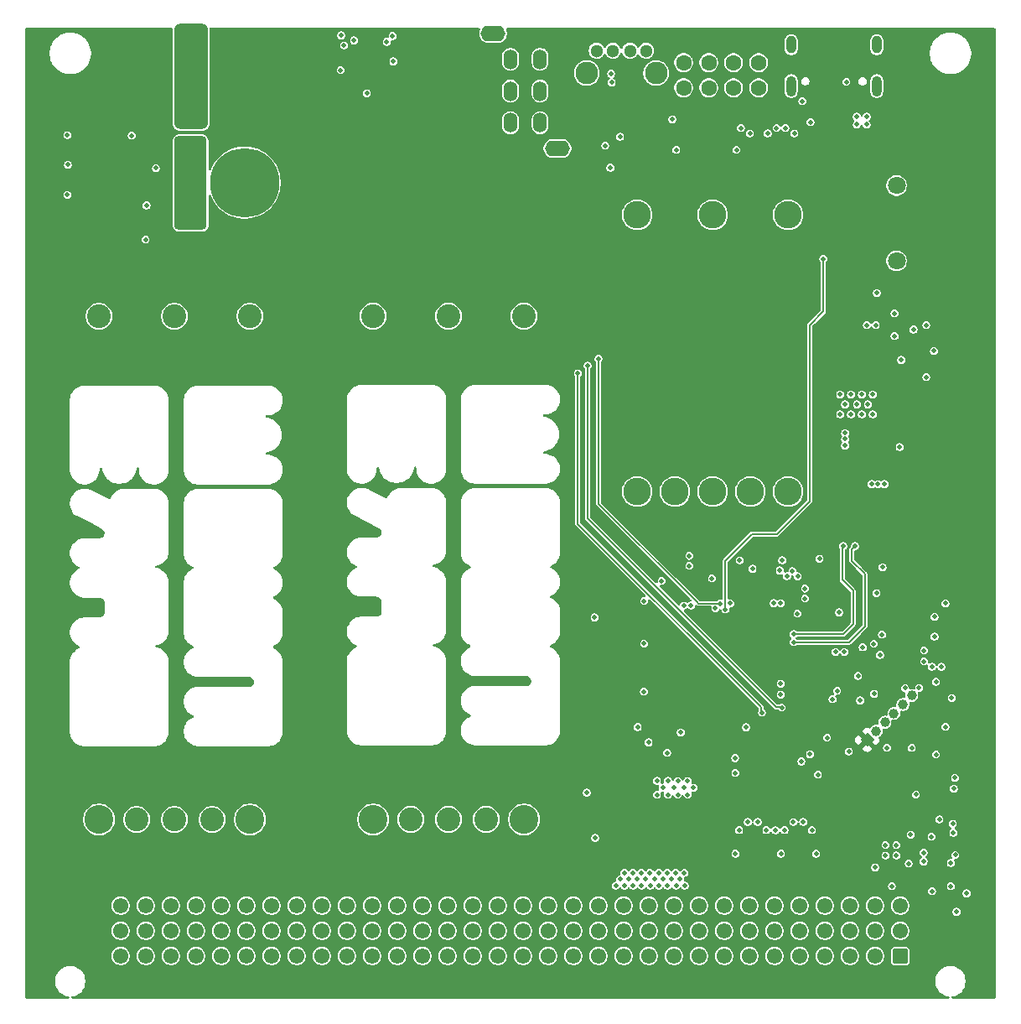
<source format=gbr>
%TF.GenerationSoftware,KiCad,Pcbnew,9.0.3*%
%TF.CreationDate,2025-10-01T00:39:15+02:00*%
%TF.ProjectId,PSU,5053552e-6b69-4636-9164-5f7063625858,0*%
%TF.SameCoordinates,Original*%
%TF.FileFunction,Copper,L3,Inr*%
%TF.FilePolarity,Positive*%
%FSLAX46Y46*%
G04 Gerber Fmt 4.6, Leading zero omitted, Abs format (unit mm)*
G04 Created by KiCad (PCBNEW 9.0.3) date 2025-10-01 00:39:15*
%MOMM*%
%LPD*%
G01*
G04 APERTURE LIST*
G04 Aperture macros list*
%AMRoundRect*
0 Rectangle with rounded corners*
0 $1 Rounding radius*
0 $2 $3 $4 $5 $6 $7 $8 $9 X,Y pos of 4 corners*
0 Add a 4 corners polygon primitive as box body*
4,1,4,$2,$3,$4,$5,$6,$7,$8,$9,$2,$3,0*
0 Add four circle primitives for the rounded corners*
1,1,$1+$1,$2,$3*
1,1,$1+$1,$4,$5*
1,1,$1+$1,$6,$7*
1,1,$1+$1,$8,$9*
0 Add four rect primitives between the rounded corners*
20,1,$1+$1,$2,$3,$4,$5,0*
20,1,$1+$1,$4,$5,$6,$7,0*
20,1,$1+$1,$6,$7,$8,$9,0*
20,1,$1+$1,$8,$9,$2,$3,0*%
%AMRotRect*
0 Rectangle, with rotation*
0 The origin of the aperture is its center*
0 $1 length*
0 $2 width*
0 $3 Rotation angle, in degrees counterclockwise*
0 Add horizontal line*
21,1,$1,$2,0,0,$3*%
G04 Aperture macros list end*
%TA.AperFunction,ComponentPad*%
%ADD10C,1.600000*%
%TD*%
%TA.AperFunction,ComponentPad*%
%ADD11C,2.400000*%
%TD*%
%TA.AperFunction,ComponentPad*%
%ADD12C,2.910000*%
%TD*%
%TA.AperFunction,ComponentPad*%
%ADD13O,1.400000X2.000000*%
%TD*%
%TA.AperFunction,ComponentPad*%
%ADD14O,2.500000X1.600000*%
%TD*%
%TA.AperFunction,ComponentPad*%
%ADD15C,2.780000*%
%TD*%
%TA.AperFunction,HeatsinkPad*%
%ADD16O,1.000000X2.100000*%
%TD*%
%TA.AperFunction,HeatsinkPad*%
%ADD17O,1.000000X1.800000*%
%TD*%
%TA.AperFunction,ComponentPad*%
%ADD18RoundRect,0.249999X0.525001X0.525001X-0.525001X0.525001X-0.525001X-0.525001X0.525001X-0.525001X0*%
%TD*%
%TA.AperFunction,ComponentPad*%
%ADD19C,1.550000*%
%TD*%
%TA.AperFunction,ComponentPad*%
%ADD20C,1.800000*%
%TD*%
%TA.AperFunction,ComponentPad*%
%ADD21RoundRect,0.495000X1.155000X-4.255000X1.155000X4.255000X-1.155000X4.255000X-1.155000X-4.255000X0*%
%TD*%
%TA.AperFunction,ComponentPad*%
%ADD22C,7.000000*%
%TD*%
%TA.AperFunction,ComponentPad*%
%ADD23RoundRect,0.505697X1.179959X-4.794303X1.179959X4.794303X-1.179959X4.794303X-1.179959X-4.794303X0*%
%TD*%
%TA.AperFunction,ComponentPad*%
%ADD24C,1.300000*%
%TD*%
%TA.AperFunction,ComponentPad*%
%ADD25C,2.286000*%
%TD*%
%TA.AperFunction,ComponentPad*%
%ADD26RotRect,1.000000X1.000000X315.000000*%
%TD*%
%TA.AperFunction,ComponentPad*%
%ADD27C,1.000000*%
%TD*%
%TA.AperFunction,ViaPad*%
%ADD28C,0.500000*%
%TD*%
%TA.AperFunction,Conductor*%
%ADD29C,0.150000*%
%TD*%
%TA.AperFunction,Conductor*%
%ADD30C,0.200000*%
%TD*%
G04 APERTURE END LIST*
D10*
%TO.N,Net-(LED300-Pad1)*%
%TO.C,LED300*%
X67493600Y95500001D03*
%TO.N,GND*%
X70033600Y95500001D03*
%TO.N,Net-(LED300-Pad3)*%
X67493600Y92960001D03*
%TO.N,GND*%
X70033600Y92960001D03*
%TD*%
D11*
%TO.N,/12V conveter + sensor/FUSE*%
%TO.C,IC402*%
X23680000Y69900000D03*
%TO.N,/12V conveter + sensor/ON{slash}OFF*%
X16060000Y69900000D03*
%TO.N,GND*%
X8440000Y69900000D03*
D12*
X8440000Y19100000D03*
D11*
X12250000Y19100000D03*
%TO.N,/12V conveter + sensor/TRIM*%
X16060000Y19100000D03*
%TO.N,+12V*%
X19870000Y19100000D03*
D12*
X23680000Y19100000D03*
%TD*%
D13*
%TO.N,/MCU/Power_Button_IN*%
%TO.C,SW401*%
X50000000Y89437500D03*
%TO.N,GND*%
X50000000Y92637500D03*
%TO.N,Net-(Q405-B)*%
X50000000Y95837500D03*
%TO.N,/MCU/Power_Button_IN*%
X53000000Y89437500D03*
%TO.N,GND*%
X53000000Y92637500D03*
%TO.N,Net-(Q405-B)*%
X53000000Y95837500D03*
D14*
%TO.N,GND*%
X54750000Y86837500D03*
X48250000Y98437500D03*
%TD*%
D11*
%TO.N,/??V converter + sensor/FUSE*%
%TO.C,IC405*%
X51365000Y69905000D03*
%TO.N,/??V converter + sensor/ON{slash}OFF*%
X43745000Y69905000D03*
%TO.N,GND*%
X36125000Y69905000D03*
D12*
X36125000Y19105000D03*
D11*
X39935000Y19105000D03*
%TO.N,/??V converter + sensor/TRIM*%
X43745000Y19105000D03*
%TO.N,+24V*%
X47555000Y19105000D03*
D12*
X51365000Y19105000D03*
%TD*%
D15*
%TO.N,/5V converter + sensor/BATTERY_FUSED*%
%TO.C,IC406*%
X78040000Y80140000D03*
%TO.N,GND*%
X70420000Y80140000D03*
X62800000Y80140000D03*
X62800000Y52200000D03*
X66610000Y52200000D03*
%TO.N,/5V converter + sensor/TRIM*%
X70420000Y52200000D03*
%TO.N,/5V converter + sensor/PreJumper*%
X74230000Y52200000D03*
X78040000Y52200000D03*
%TD*%
D16*
%TO.N,Net-(J800-SHIELD)*%
%TO.C,J800*%
X87000000Y93145001D03*
D17*
X87000000Y97325001D03*
D16*
X78360000Y93145001D03*
D17*
X78360000Y97325001D03*
%TD*%
D18*
%TO.N,GND*%
%TO.C,J200*%
X89370000Y5310001D03*
D19*
%TO.N,/Backplane/BACKPLANE.D+*%
X86830000Y5310001D03*
%TO.N,+5V_STDBY*%
X84290000Y5310001D03*
%TO.N,GND*%
X81750000Y5310001D03*
%TO.N,/Backplane/CAN1.+*%
X79210000Y5310001D03*
%TO.N,/Backplane/CAN1.-*%
X76670000Y5310001D03*
%TO.N,GND*%
X74130000Y5310001D03*
%TO.N,/Backplane/CAN2.+*%
X71590000Y5310001D03*
%TO.N,/Backplane/CAN2.-*%
X69050000Y5310001D03*
%TO.N,GND*%
X66510000Y5310001D03*
%TO.N,+12V*%
X63970000Y5310001D03*
X61430000Y5310001D03*
%TO.N,GND*%
X58890000Y5310001D03*
%TO.N,+24V*%
X56350000Y5310001D03*
%TO.N,GND*%
X53810000Y5310001D03*
%TO.N,+24V*%
X51270000Y5310001D03*
X48730000Y5310001D03*
%TO.N,GND*%
X46190000Y5310001D03*
X43650000Y5310001D03*
X41110000Y5310001D03*
X38570000Y5310001D03*
X36030000Y5310001D03*
X33490000Y5310001D03*
X30950000Y5310001D03*
X28410000Y5310001D03*
X25870000Y5310001D03*
%TO.N,+12V*%
X23330000Y5310001D03*
X20790000Y5310001D03*
X18250000Y5310001D03*
X15710000Y5310001D03*
X13170000Y5310001D03*
%TO.N,GND*%
X10630000Y5310001D03*
X89370000Y7850001D03*
X86830000Y7850001D03*
%TO.N,+5V_STDBY*%
X84290000Y7850001D03*
%TO.N,GND*%
X81750000Y7850001D03*
%TO.N,/Backplane/CAN1.+*%
X79210000Y7850001D03*
%TO.N,/Backplane/CAN1.-*%
X76670000Y7850001D03*
%TO.N,GND*%
X74130000Y7850001D03*
%TO.N,/Backplane/CAN2.+*%
X71590000Y7850001D03*
%TO.N,/Backplane/CAN2.-*%
X69050000Y7850001D03*
%TO.N,GND*%
X66510000Y7850001D03*
%TO.N,+12V*%
X63970000Y7850001D03*
X61430000Y7850001D03*
%TO.N,GND*%
X58890000Y7850001D03*
%TO.N,+24V*%
X56350000Y7850001D03*
%TO.N,GND*%
X53810000Y7850001D03*
%TO.N,/Backplane/GPIOC0*%
X51270000Y7850001D03*
%TO.N,/Backplane/GPIOC1*%
X48730000Y7850001D03*
%TO.N,/Backplane/GPIOC2*%
X46190000Y7850001D03*
%TO.N,/Backplane/GPIOC3*%
X43650000Y7850001D03*
%TO.N,/Backplane/GPIOC4*%
X41110000Y7850001D03*
%TO.N,/Backplane/GPIOC5*%
X38570000Y7850001D03*
%TO.N,/Backplane/GPIOC6*%
X36030000Y7850001D03*
%TO.N,/Backplane/GPIOC7*%
X33490000Y7850001D03*
%TO.N,/Backplane/GPIOC8*%
X30950000Y7850001D03*
%TO.N,/Backplane/GPIOC9*%
X28410000Y7850001D03*
%TO.N,/Backplane/GPIOC10*%
X25870000Y7850001D03*
%TO.N,/Backplane/GPIOC11*%
X23330000Y7850001D03*
%TO.N,/Backplane/GPIOC12*%
X20790000Y7850001D03*
%TO.N,/Backplane/GPIOC13*%
X18250000Y7850001D03*
%TO.N,/Backplane/GPIOC14*%
X15710000Y7850001D03*
%TO.N,/Backplane/GPIOC15*%
X13170000Y7850001D03*
%TO.N,GND*%
X10630000Y7850001D03*
X89370000Y10390001D03*
%TO.N,/Backplane/BACKPLANE.D-*%
X86830000Y10390001D03*
%TO.N,+5V_STDBY*%
X84290000Y10390001D03*
%TO.N,GND*%
X81750000Y10390001D03*
%TO.N,/Backplane/CAN1.+*%
X79210000Y10390001D03*
%TO.N,/Backplane/CAN1.-*%
X76670000Y10390001D03*
%TO.N,GND*%
X74130000Y10390001D03*
%TO.N,/Backplane/CAN2.+*%
X71590000Y10390001D03*
%TO.N,/Backplane/CAN2.-*%
X69050000Y10390001D03*
%TO.N,GND*%
X66510000Y10390001D03*
%TO.N,+12V*%
X63970000Y10390001D03*
X61430000Y10390001D03*
%TO.N,GND*%
X58890000Y10390001D03*
%TO.N,+24V*%
X56350000Y10390001D03*
%TO.N,GND*%
X53810000Y10390001D03*
%TO.N,/Backplane/GPIOR0*%
X51270000Y10390001D03*
%TO.N,/Backplane/GPIOR1*%
X48730000Y10390001D03*
%TO.N,/Backplane/GPIOR2*%
X46190000Y10390001D03*
%TO.N,/Backplane/GPIOR3*%
X43650000Y10390001D03*
%TO.N,/Backplane/GPIOR4*%
X41110000Y10390001D03*
%TO.N,/Backplane/GPIOR5*%
X38570000Y10390001D03*
%TO.N,/Backplane/GPIOR6*%
X36030000Y10390001D03*
%TO.N,/Backplane/GPIOR7*%
X33490000Y10390001D03*
%TO.N,/Backplane/GPIOR8*%
X30950000Y10390001D03*
%TO.N,/Backplane/GPIOR9*%
X28410000Y10390001D03*
%TO.N,/Backplane/GPIOR10*%
X25870000Y10390001D03*
%TO.N,/Backplane/GPIOR11*%
X23330000Y10390001D03*
%TO.N,/Backplane/GPIOR12*%
X20790000Y10390001D03*
%TO.N,/Backplane/GPIOR13*%
X18250000Y10390001D03*
%TO.N,/Backplane/GPIOR14*%
X15710000Y10390001D03*
%TO.N,/Backplane/GPIOR15*%
X13170000Y10390001D03*
%TO.N,GND*%
X10630000Y10390001D03*
%TD*%
D20*
%TO.N,Net-(BZ401-+)*%
%TO.C,BZ401*%
X89000000Y75500000D03*
%TO.N,Net-(BZ401--)*%
X89000000Y83100000D03*
%TD*%
D21*
%TO.N,Net-(IC403-IP+)*%
%TO.C,J400*%
X17700000Y83350000D03*
D22*
X23150000Y83400000D03*
D23*
%TO.N,GND*%
X17735656Y94100000D03*
%TD*%
D24*
%TO.N,GND*%
%TO.C,BTN400*%
X63709415Y96700838D03*
X62079415Y96700838D03*
%TO.N,/MCU/SWD.~{RST}*%
X60339415Y96700838D03*
%TO.N,/MCU/USR_BUTTON*%
X58709415Y96700838D03*
D25*
%TO.N,N/C*%
X64709415Y94450838D03*
X57709415Y94450838D03*
%TD*%
D10*
%TO.N,Net-(LED301-Pad1)*%
%TO.C,LED301*%
X72543600Y95500001D03*
%TO.N,GND*%
X75083600Y95500001D03*
%TO.N,Net-(LED301-Pad3)*%
X72543600Y92960001D03*
%TO.N,GND*%
X75083600Y92960001D03*
%TD*%
D26*
%TO.N,+3V3*%
%TO.C,J401*%
X86037520Y27121458D03*
D27*
%TO.N,/ST-LINK/DIO*%
X86935546Y28019484D03*
%TO.N,/ST-LINK/CLK*%
X87833571Y28917509D03*
%TO.N,/ST-LINK/STLINK-RST*%
X88731597Y29815535D03*
%TO.N,GND*%
X89629622Y30713560D03*
%TO.N,/ST-LINK/STLINK-BOOT0*%
X90527648Y31611586D03*
%TD*%
D28*
%TO.N,+3V3*%
X72975000Y14200000D03*
X60228400Y92600000D03*
X80250000Y49000000D03*
X81750000Y49000000D03*
X91980000Y25660001D03*
X62330000Y29460001D03*
X81955000Y35960001D03*
X90700000Y66035000D03*
X82500000Y48000000D03*
X73455000Y44410001D03*
X68072000Y43942000D03*
X63254000Y44958000D03*
X86200000Y45200000D03*
X68072000Y46736000D03*
X79500000Y48000000D03*
X81750000Y48250000D03*
X92680000Y15510001D03*
X92430000Y45110001D03*
X30350001Y93750000D03*
X92030000Y22310001D03*
X37500000Y92400000D03*
X81220000Y44520001D03*
X28350000Y97900000D03*
X94580000Y32362501D03*
X80255000Y26685001D03*
X76205000Y44235001D03*
X81000000Y88060001D03*
X82500000Y48750000D03*
X80250000Y48250000D03*
X81980000Y26357501D03*
X62763531Y39643576D03*
X86330000Y35710001D03*
X91980000Y33010001D03*
X84630000Y35985001D03*
X82895876Y42124124D03*
X64955000Y26885001D03*
X81000000Y48750000D03*
X77575000Y14200000D03*
X82770000Y40910001D03*
X82525000Y45250000D03*
X81000000Y48000000D03*
X75080000Y88910001D03*
X38175000Y96650000D03*
X82292040Y42145211D03*
%TO.N,GND*%
X60228400Y93500000D03*
X95060000Y9780000D03*
X90530000Y26323785D03*
X88980000Y16510001D03*
X87780136Y52953492D03*
X68072000Y44704000D03*
X33200000Y97250000D03*
X87880000Y16510001D03*
X76880000Y88910001D03*
X92980000Y25660001D03*
X83800856Y56856950D03*
X79756000Y42418000D03*
X57712283Y21812283D03*
X90955000Y21610001D03*
X87130136Y52953492D03*
X89314487Y56700408D03*
X74455000Y44410001D03*
X68072000Y45720000D03*
X72825000Y86700000D03*
X32900000Y98250000D03*
X81220000Y45420001D03*
X58500000Y39500000D03*
X72725000Y15650000D03*
X77205000Y44235001D03*
X81980000Y27357501D03*
X73155000Y45260001D03*
X63955000Y26885001D03*
X86974124Y41944124D03*
X87530000Y37760001D03*
X91780000Y35060001D03*
X79756000Y41402000D03*
X63480000Y32010001D03*
X83800856Y58106950D03*
X88980000Y15460001D03*
X92530000Y17360001D03*
X87580000Y44560001D03*
X76775000Y18000000D03*
X86480136Y52953492D03*
X11750000Y88150000D03*
X62855000Y28435001D03*
X60100000Y84900000D03*
X82830000Y36010001D03*
X80255000Y25685001D03*
X77780000Y88910001D03*
X91780000Y36160001D03*
X80300000Y89500000D03*
X93930000Y28460001D03*
X78680000Y88360001D03*
X35500000Y92415000D03*
X94580000Y31362501D03*
X32850000Y94750000D03*
X94730000Y17760001D03*
X83200000Y40000000D03*
X70358000Y43434000D03*
X92000000Y69000000D03*
X94930000Y15510001D03*
X63498898Y36850001D03*
X66750000Y86700000D03*
X86900000Y69015000D03*
X79575000Y18850000D03*
X65278000Y43180000D03*
X5250000Y88200000D03*
X79480000Y91610001D03*
X38175000Y95625000D03*
X89470000Y65485000D03*
X58550000Y17250000D03*
X90720000Y68565000D03*
X74975000Y18850000D03*
X90430000Y17560001D03*
X87880000Y15460001D03*
X13250000Y81100000D03*
X91730000Y14860001D03*
X87330000Y35710001D03*
X80875000Y15650000D03*
X92580000Y11860001D03*
X83800856Y57506950D03*
X85980000Y89260001D03*
X5250000Y82150000D03*
X85980000Y90060001D03*
X77455000Y45260001D03*
X84180000Y25960001D03*
X93330000Y19110001D03*
X83730000Y36010001D03*
X79380000Y24960001D03*
X94900000Y23300000D03*
X96080000Y11640000D03*
X92980000Y33010001D03*
X63500000Y41148000D03*
X78994000Y39878000D03*
X77325000Y15650000D03*
%TO.N,+5V*%
X84400000Y60000000D03*
X85000000Y61000000D03*
X65400000Y22300000D03*
X94780000Y22210001D03*
X73975000Y18850000D03*
X66900000Y23000000D03*
X87000000Y72250000D03*
X92000000Y63750000D03*
X67900000Y21600000D03*
X67900000Y23000000D03*
X85500000Y62000000D03*
X86100000Y61000000D03*
X86600000Y62000000D03*
X83300000Y60000000D03*
X93930000Y40910001D03*
X86600000Y60000000D03*
X85500000Y60000000D03*
X65900000Y21600000D03*
X67500000Y22300000D03*
X91730000Y15760000D03*
X64800000Y21600000D03*
X86830000Y14260001D03*
X64800000Y23000000D03*
X83300000Y62000000D03*
X84400000Y62000000D03*
X68500000Y22300000D03*
X65900000Y23000000D03*
X83800000Y61000000D03*
X66500000Y22300000D03*
X78575000Y18850000D03*
X66900000Y21600000D03*
%TO.N,/ST-LINK/LED*%
X85580000Y36485001D03*
X88030000Y26335001D03*
%TO.N,/USB/VBUS_IN*%
X84980000Y90060001D03*
X94680000Y18660001D03*
%TO.N,/MCU/USR_BUTTON*%
X76605000Y40935001D03*
X60168600Y94385799D03*
%TO.N,/MCU/SWD.~{RST}*%
X72205001Y40910001D03*
X79007238Y43640001D03*
X82530000Y31240001D03*
%TO.N,/12V conveter + sensor/ON-OFF0*%
X73800000Y28400000D03*
X72720000Y23800000D03*
%TO.N,/??V converter + sensor/ON{slash}OFF*%
X5300000Y85200000D03*
%TO.N,/Battery connector/ADS115{slash}RDY*%
X71200000Y40900000D03*
X58900000Y65600000D03*
X34200000Y97750000D03*
%TO.N,/CAN transceiver 1/CAN.TX*%
X80450000Y18025000D03*
X77300000Y32800000D03*
%TO.N,/CAN transceiver 1/CAN.RX*%
X77300000Y31700000D03*
X77700000Y18025000D03*
%TO.N,/CAN transceiver 2/CAN.TX*%
X75850000Y18025000D03*
X67205000Y27885001D03*
%TO.N,/CAN transceiver 2/CAN.RX*%
X65819838Y25826163D03*
X73100000Y18025000D03*
%TO.N,/USB/CC1*%
X83930000Y93560001D03*
X84980000Y89260001D03*
%TO.N,/MCU/USER_LED_1*%
X74180000Y88360001D03*
X78480000Y44160001D03*
%TO.N,/MCU/USER_LED_2*%
X77930000Y43660001D03*
X73280000Y88910001D03*
%TO.N,/MCU/STATUS_LED*%
X77305000Y40935001D03*
X75980000Y88360001D03*
%TO.N,+5V_STDBY*%
X64993750Y12410001D03*
X61518750Y12410001D03*
X66268750Y13060001D03*
X66731250Y12410001D03*
X61056250Y13060001D03*
X64531250Y13060001D03*
X62356250Y13710001D03*
X62793750Y13060001D03*
X64093750Y13710001D03*
X66700000Y13710001D03*
X65831250Y13710001D03*
X64962500Y13710001D03*
X65400000Y13060001D03*
X61487500Y13710001D03*
X63225000Y13710001D03*
X63662500Y13060001D03*
X67137500Y13060001D03*
X67568750Y13710001D03*
X63256250Y12410001D03*
X61925000Y13060001D03*
X60650000Y12410001D03*
X67600000Y12410001D03*
X62387500Y12410001D03*
X64125000Y12410001D03*
X65862500Y12410001D03*
%TO.N,/12V conveter + sensor/ON-OFF1*%
X13150000Y77650000D03*
X56810000Y64130000D03*
X75400000Y29900000D03*
%TO.N,/Battery connector/MASTER_ON*%
X71700000Y40300000D03*
X81600000Y75700000D03*
%TO.N,/12V conveter + sensor/ON-OFF2*%
X14200000Y84850000D03*
X77400000Y30400000D03*
X57800000Y64910000D03*
%TO.N,/5V converter + sensor/I2C.SCL*%
X38100000Y98200000D03*
X84800000Y46700000D03*
X78600000Y37000000D03*
X88800000Y67900000D03*
%TO.N,/5V converter + sensor/I2C.SDA*%
X78600000Y37800000D03*
X37500000Y97600000D03*
X88800000Y70200000D03*
X83600000Y46700000D03*
%TO.N,/MCU/Buzzer*%
X92780000Y66400000D03*
X70700000Y40425000D03*
%TO.N,/MCU/Power_Button_IN*%
X72700000Y25300000D03*
X86000000Y69000000D03*
%TO.N,/MCU/STLINK.RX*%
X86730000Y31785001D03*
X83000000Y32100000D03*
X92830000Y37560001D03*
X68230000Y40700000D03*
%TO.N,/MCU/STLINK.TX*%
X92830000Y39560001D03*
X67500000Y40700000D03*
X85105000Y33600000D03*
X86705000Y36835001D03*
%TO.N,Net-(D403-A)*%
X61075000Y88025000D03*
X66350000Y89775000D03*
%TO.N,Net-(Q405-B)*%
X59575000Y87125000D03*
%TO.N,Net-(U801-~{OE})*%
X94480000Y14710001D03*
X94480000Y12360001D03*
%TO.N,Net-(U700-PC14)*%
X89855000Y32360001D03*
X92580000Y34510001D03*
%TO.N,Net-(U700-PC13)*%
X91280000Y32380000D03*
X93530000Y34510001D03*
%TO.N,Net-(U700-PA5)*%
X85330000Y31110001D03*
X81055000Y23635001D03*
%TO.N,Net-(U302-PGANG)*%
X90230000Y14660001D03*
X88530000Y12360001D03*
%TD*%
D29*
%TO.N,/Battery connector/ADS115{slash}RDY*%
X68940740Y40940740D02*
X68981480Y40900000D01*
X68981480Y40900000D02*
X71200000Y40900000D01*
X58900000Y65600000D02*
X58900000Y50981480D01*
X58900000Y50981480D02*
X68940740Y40940740D01*
D30*
%TO.N,/12V conveter + sensor/ON-OFF1*%
X56800000Y48950000D02*
X75335001Y30414999D01*
X75335001Y30414999D02*
X75335001Y29935001D01*
X56810000Y64130000D02*
X56800000Y64120000D01*
X56800000Y64120000D02*
X56800000Y48950000D01*
%TO.N,/Battery connector/MASTER_ON*%
X76900000Y47900000D02*
X80200000Y51200000D01*
X80200000Y69000000D02*
X81600000Y70400000D01*
X74400000Y47900000D02*
X76900000Y47900000D01*
X80200000Y51200000D02*
X80200000Y69000000D01*
X81600000Y70400000D02*
X81600000Y75700000D01*
X71700000Y45200000D02*
X74400000Y47900000D01*
X71700000Y45200000D02*
X71700000Y40300000D01*
%TO.N,/12V conveter + sensor/ON-OFF2*%
X57800000Y64910000D02*
X57800000Y49500000D01*
X76864999Y30435001D02*
X77400000Y30435001D01*
X57800000Y49500000D02*
X76864999Y30435001D01*
%TO.N,/5V converter + sensor/I2C.SCL*%
X84500000Y45200000D02*
X85800000Y43900000D01*
X85800000Y38600000D02*
X84200000Y37000000D01*
X84800000Y46700000D02*
X84500000Y46400000D01*
X84200000Y37000000D02*
X78600000Y37000000D01*
X85800000Y43900000D02*
X85800000Y38600000D01*
X84500000Y46400000D02*
X84500000Y45200000D01*
%TO.N,/5V converter + sensor/I2C.SDA*%
X84600000Y38800000D02*
X83600000Y37800000D01*
X83500000Y46600000D02*
X83500000Y43300000D01*
X83500000Y43300000D02*
X84600000Y42200000D01*
X83600000Y37800000D02*
X78600000Y37800000D01*
X84600000Y42200000D02*
X84600000Y38800000D01*
%TD*%
%TA.AperFunction,Conductor*%
%TO.N,+3V3*%
G36*
X15842539Y98980316D02*
G01*
X15888294Y98927512D01*
X15899500Y98876001D01*
X15899500Y89239445D01*
X15899501Y89239423D01*
X15902428Y89202229D01*
X15902428Y89202228D01*
X15948681Y89043024D01*
X15948682Y89043021D01*
X16033077Y88900316D01*
X16033083Y88900308D01*
X16150307Y88783084D01*
X16150311Y88783081D01*
X16150313Y88783079D01*
X16293019Y88698683D01*
X16335004Y88686485D01*
X16452224Y88652429D01*
X16452227Y88652429D01*
X16452229Y88652428D01*
X16489433Y88649500D01*
X18981878Y88649501D01*
X19019083Y88652428D01*
X19178293Y88698683D01*
X19320999Y88783079D01*
X19438233Y88900313D01*
X19522629Y89043019D01*
X19568884Y89202229D01*
X19571812Y89239433D01*
X19571812Y89821272D01*
X49149500Y89821272D01*
X49149500Y89053729D01*
X49182182Y88889426D01*
X49182184Y88889418D01*
X49246295Y88734640D01*
X49339373Y88595338D01*
X49457837Y88476874D01*
X49504171Y88445915D01*
X49597137Y88383797D01*
X49751918Y88319684D01*
X49916228Y88287001D01*
X49916232Y88287000D01*
X49916233Y88287000D01*
X50083768Y88287000D01*
X50083769Y88287001D01*
X50248082Y88319684D01*
X50402863Y88383797D01*
X50542162Y88476874D01*
X50660626Y88595338D01*
X50753703Y88734637D01*
X50817816Y88889418D01*
X50850500Y89053733D01*
X50850500Y89821267D01*
X50850499Y89821270D01*
X50850499Y89821272D01*
X52149500Y89821272D01*
X52149500Y89053729D01*
X52182182Y88889426D01*
X52182184Y88889418D01*
X52246295Y88734640D01*
X52339373Y88595338D01*
X52457837Y88476874D01*
X52504171Y88445915D01*
X52597137Y88383797D01*
X52751918Y88319684D01*
X52916228Y88287001D01*
X52916232Y88287000D01*
X52916233Y88287000D01*
X53083768Y88287000D01*
X53083769Y88287001D01*
X53248082Y88319684D01*
X53402863Y88383797D01*
X53542162Y88476874D01*
X53660626Y88595338D01*
X53753703Y88734637D01*
X53817816Y88889418D01*
X53832398Y88962728D01*
X72879500Y88962728D01*
X72879500Y88857274D01*
X72906793Y88755414D01*
X72959520Y88664088D01*
X73034087Y88589521D01*
X73125413Y88536794D01*
X73227273Y88509501D01*
X73227275Y88509501D01*
X73332725Y88509501D01*
X73332727Y88509501D01*
X73434587Y88536794D01*
X73525913Y88589521D01*
X73600480Y88664088D01*
X73653207Y88755414D01*
X73680500Y88857274D01*
X73680500Y88962728D01*
X76479500Y88962728D01*
X76479500Y88857274D01*
X76506793Y88755414D01*
X76559520Y88664088D01*
X76634087Y88589521D01*
X76725413Y88536794D01*
X76827273Y88509501D01*
X76827275Y88509501D01*
X76932725Y88509501D01*
X76932727Y88509501D01*
X77034587Y88536794D01*
X77125913Y88589521D01*
X77200480Y88664088D01*
X77222614Y88702427D01*
X77273179Y88750640D01*
X77341786Y88763864D01*
X77406651Y88737896D01*
X77437384Y88702428D01*
X77459520Y88664088D01*
X77534087Y88589521D01*
X77625413Y88536794D01*
X77727273Y88509501D01*
X77727275Y88509501D01*
X77832725Y88509501D01*
X77832727Y88509501D01*
X77934587Y88536794D01*
X78025913Y88589521D01*
X78100480Y88664088D01*
X78153207Y88755414D01*
X78180500Y88857274D01*
X78180500Y88962728D01*
X78153207Y89064588D01*
X78100480Y89155914D01*
X78025913Y89230481D01*
X77934587Y89283208D01*
X77832727Y89310501D01*
X77727273Y89310501D01*
X77625413Y89283208D01*
X77625410Y89283207D01*
X77534085Y89230480D01*
X77459522Y89155917D01*
X77459520Y89155915D01*
X77459520Y89155914D01*
X77437385Y89117576D01*
X77386820Y89069362D01*
X77318212Y89056140D01*
X77253348Y89082108D01*
X77222615Y89117575D01*
X77200480Y89155914D01*
X77125913Y89230481D01*
X77034587Y89283208D01*
X76932727Y89310501D01*
X76827273Y89310501D01*
X76725413Y89283208D01*
X76725410Y89283207D01*
X76634085Y89230480D01*
X76559521Y89155916D01*
X76506794Y89064591D01*
X76506793Y89064588D01*
X76479500Y88962728D01*
X73680500Y88962728D01*
X73653207Y89064588D01*
X73600480Y89155914D01*
X73525913Y89230481D01*
X73434587Y89283208D01*
X73332727Y89310501D01*
X73227273Y89310501D01*
X73125413Y89283208D01*
X73125410Y89283207D01*
X73034085Y89230480D01*
X72959521Y89155916D01*
X72906794Y89064591D01*
X72906793Y89064588D01*
X72879500Y88962728D01*
X53832398Y88962728D01*
X53850500Y89053733D01*
X53850500Y89821267D01*
X53850500Y89821268D01*
X53850500Y89821270D01*
X53849216Y89827727D01*
X65949500Y89827727D01*
X65949500Y89722273D01*
X65976793Y89620413D01*
X66029520Y89529087D01*
X66104087Y89454520D01*
X66195413Y89401793D01*
X66297273Y89374500D01*
X66297275Y89374500D01*
X66402725Y89374500D01*
X66402727Y89374500D01*
X66504587Y89401793D01*
X66595913Y89454520D01*
X66670480Y89529087D01*
X66684129Y89552727D01*
X79899500Y89552727D01*
X79899500Y89447273D01*
X79926793Y89345413D01*
X79979520Y89254087D01*
X80054087Y89179520D01*
X80145413Y89126793D01*
X80247273Y89099500D01*
X80247275Y89099500D01*
X80352725Y89099500D01*
X80352727Y89099500D01*
X80454587Y89126793D01*
X80545913Y89179520D01*
X80620480Y89254087D01*
X80673207Y89345413D01*
X80700500Y89447273D01*
X80700500Y89552727D01*
X80673207Y89654587D01*
X80620480Y89745913D01*
X80545913Y89820480D01*
X80454587Y89873207D01*
X80352727Y89900500D01*
X80247273Y89900500D01*
X80145413Y89873207D01*
X80145410Y89873206D01*
X80054085Y89820479D01*
X79979521Y89745915D01*
X79926794Y89654590D01*
X79926793Y89654587D01*
X79899500Y89552727D01*
X66684129Y89552727D01*
X66723207Y89620413D01*
X66750500Y89722273D01*
X66750500Y89827727D01*
X66723207Y89929587D01*
X66670480Y90020913D01*
X66595913Y90095480D01*
X66566039Y90112728D01*
X84579500Y90112728D01*
X84579500Y90007274D01*
X84606793Y89905414D01*
X84655830Y89820479D01*
X84659521Y89814087D01*
X84725926Y89747682D01*
X84759411Y89686359D01*
X84754427Y89616667D01*
X84725926Y89572320D01*
X84659521Y89505916D01*
X84606794Y89414591D01*
X84606793Y89414588D01*
X84579500Y89312728D01*
X84579500Y89207274D01*
X84606793Y89105414D01*
X84659520Y89014088D01*
X84734087Y88939521D01*
X84825413Y88886794D01*
X84927273Y88859501D01*
X84927275Y88859501D01*
X85032725Y88859501D01*
X85032727Y88859501D01*
X85134587Y88886794D01*
X85225913Y88939521D01*
X85300480Y89014088D01*
X85353207Y89105414D01*
X85360225Y89131608D01*
X85396589Y89191268D01*
X85459436Y89221798D01*
X85528812Y89213504D01*
X85582690Y89169019D01*
X85599775Y89131607D01*
X85606792Y89105416D01*
X85606793Y89105414D01*
X85659520Y89014088D01*
X85734087Y88939521D01*
X85825413Y88886794D01*
X85927273Y88859501D01*
X85927275Y88859501D01*
X86032725Y88859501D01*
X86032727Y88859501D01*
X86134587Y88886794D01*
X86225913Y88939521D01*
X86300480Y89014088D01*
X86353207Y89105414D01*
X86380500Y89207274D01*
X86380500Y89312728D01*
X86353207Y89414588D01*
X86300480Y89505914D01*
X86234074Y89572320D01*
X86200589Y89633643D01*
X86205573Y89703335D01*
X86234074Y89747682D01*
X86300480Y89814088D01*
X86353207Y89905414D01*
X86380500Y90007274D01*
X86380500Y90112728D01*
X86353207Y90214588D01*
X86300480Y90305914D01*
X86225913Y90380481D01*
X86134587Y90433208D01*
X86032727Y90460501D01*
X85927273Y90460501D01*
X85825413Y90433208D01*
X85825410Y90433207D01*
X85734085Y90380480D01*
X85659521Y90305916D01*
X85606794Y90214591D01*
X85606793Y90214588D01*
X85599775Y90188395D01*
X85563410Y90128734D01*
X85500563Y90098205D01*
X85431188Y90106500D01*
X85377310Y90150985D01*
X85360225Y90188395D01*
X85353207Y90214588D01*
X85300480Y90305914D01*
X85225913Y90380481D01*
X85134587Y90433208D01*
X85032727Y90460501D01*
X84927273Y90460501D01*
X84825413Y90433208D01*
X84825410Y90433207D01*
X84734085Y90380480D01*
X84659521Y90305916D01*
X84606794Y90214591D01*
X84606793Y90214588D01*
X84579500Y90112728D01*
X66566039Y90112728D01*
X66504587Y90148207D01*
X66402727Y90175500D01*
X66297273Y90175500D01*
X66195413Y90148207D01*
X66195410Y90148206D01*
X66104085Y90095479D01*
X66029521Y90020915D01*
X65976794Y89929590D01*
X65976793Y89929587D01*
X65949500Y89827727D01*
X53849216Y89827727D01*
X53828552Y89931607D01*
X53817816Y89985582D01*
X53753703Y90140363D01*
X53704105Y90214591D01*
X53660626Y90279663D01*
X53542162Y90398127D01*
X53402860Y90491205D01*
X53248082Y90555316D01*
X53248074Y90555318D01*
X53083771Y90588000D01*
X53083767Y90588000D01*
X52916233Y90588000D01*
X52916228Y90588000D01*
X52751925Y90555318D01*
X52751917Y90555316D01*
X52597139Y90491205D01*
X52457837Y90398127D01*
X52339373Y90279663D01*
X52246295Y90140361D01*
X52182184Y89985583D01*
X52182182Y89985575D01*
X52149500Y89821272D01*
X50850499Y89821272D01*
X50840169Y89873206D01*
X50817816Y89985582D01*
X50753703Y90140363D01*
X50704105Y90214591D01*
X50660626Y90279663D01*
X50542162Y90398127D01*
X50402860Y90491205D01*
X50248082Y90555316D01*
X50248074Y90555318D01*
X50083771Y90588000D01*
X50083767Y90588000D01*
X49916233Y90588000D01*
X49916228Y90588000D01*
X49751925Y90555318D01*
X49751917Y90555316D01*
X49597139Y90491205D01*
X49457837Y90398127D01*
X49339373Y90279663D01*
X49246295Y90140361D01*
X49182184Y89985583D01*
X49182182Y89985575D01*
X49149500Y89821272D01*
X19571812Y89821272D01*
X19571811Y92467727D01*
X35099500Y92467727D01*
X35099500Y92362273D01*
X35126793Y92260413D01*
X35179520Y92169087D01*
X35254087Y92094520D01*
X35345413Y92041793D01*
X35447273Y92014500D01*
X35447275Y92014500D01*
X35552725Y92014500D01*
X35552727Y92014500D01*
X35654587Y92041793D01*
X35745913Y92094520D01*
X35820480Y92169087D01*
X35873207Y92260413D01*
X35900500Y92362273D01*
X35900500Y92467727D01*
X35873207Y92569587D01*
X35820480Y92660913D01*
X35745913Y92735480D01*
X35654587Y92788207D01*
X35552727Y92815500D01*
X35447273Y92815500D01*
X35345413Y92788207D01*
X35345410Y92788206D01*
X35254085Y92735479D01*
X35179521Y92660915D01*
X35126794Y92569590D01*
X35126793Y92569587D01*
X35099500Y92467727D01*
X19571811Y92467727D01*
X19571811Y93021272D01*
X49149500Y93021272D01*
X49149500Y92253729D01*
X49182182Y92089426D01*
X49182184Y92089418D01*
X49246295Y91934640D01*
X49339373Y91795338D01*
X49457837Y91676874D01*
X49550494Y91614963D01*
X49597137Y91583797D01*
X49751918Y91519684D01*
X49916228Y91487001D01*
X49916232Y91487000D01*
X49916233Y91487000D01*
X50083768Y91487000D01*
X50083769Y91487001D01*
X50248082Y91519684D01*
X50402863Y91583797D01*
X50542162Y91676874D01*
X50660626Y91795338D01*
X50753703Y91934637D01*
X50817816Y92089418D01*
X50850500Y92253733D01*
X50850500Y93021267D01*
X50850499Y93021272D01*
X52149500Y93021272D01*
X52149500Y92253729D01*
X52182182Y92089426D01*
X52182184Y92089418D01*
X52246295Y91934640D01*
X52339373Y91795338D01*
X52457837Y91676874D01*
X52550494Y91614963D01*
X52597137Y91583797D01*
X52751918Y91519684D01*
X52916228Y91487001D01*
X52916232Y91487000D01*
X52916233Y91487000D01*
X53083768Y91487000D01*
X53083769Y91487001D01*
X53248082Y91519684D01*
X53402863Y91583797D01*
X53520991Y91662728D01*
X79079500Y91662728D01*
X79079500Y91557274D01*
X79106793Y91455414D01*
X79159520Y91364088D01*
X79234087Y91289521D01*
X79325413Y91236794D01*
X79427273Y91209501D01*
X79427275Y91209501D01*
X79532725Y91209501D01*
X79532727Y91209501D01*
X79634587Y91236794D01*
X79725913Y91289521D01*
X79800480Y91364088D01*
X79853207Y91455414D01*
X79880500Y91557274D01*
X79880500Y91662728D01*
X79853207Y91764588D01*
X79800480Y91855914D01*
X79725913Y91930481D01*
X79634587Y91983208D01*
X79532727Y92010501D01*
X79427273Y92010501D01*
X79325413Y91983208D01*
X79325410Y91983207D01*
X79234085Y91930480D01*
X79159521Y91855916D01*
X79106794Y91764591D01*
X79106793Y91764588D01*
X79079500Y91662728D01*
X53520991Y91662728D01*
X53542162Y91676874D01*
X53542165Y91676877D01*
X53623825Y91758536D01*
X53660623Y91795335D01*
X53660626Y91795338D01*
X53753703Y91934637D01*
X53817816Y92089418D01*
X53850500Y92253733D01*
X53850500Y93021267D01*
X53844064Y93053622D01*
X66543100Y93053622D01*
X66543100Y92866381D01*
X66579625Y92682758D01*
X66579627Y92682750D01*
X66651276Y92509773D01*
X66651281Y92509764D01*
X66755297Y92354094D01*
X66755300Y92354090D01*
X66887688Y92221702D01*
X66887692Y92221699D01*
X67043362Y92117683D01*
X67043368Y92117680D01*
X67043369Y92117679D01*
X67216349Y92046028D01*
X67354542Y92018540D01*
X67399979Y92009502D01*
X67399983Y92009501D01*
X67399984Y92009501D01*
X67587217Y92009501D01*
X67587218Y92009502D01*
X67770851Y92046028D01*
X67943831Y92117679D01*
X68099508Y92221699D01*
X68231902Y92354093D01*
X68335922Y92509770D01*
X68407573Y92682750D01*
X68444100Y92866385D01*
X68444100Y93053617D01*
X68444099Y93053622D01*
X69083100Y93053622D01*
X69083100Y92866381D01*
X69119625Y92682758D01*
X69119627Y92682750D01*
X69191276Y92509773D01*
X69191281Y92509764D01*
X69295297Y92354094D01*
X69295300Y92354090D01*
X69427688Y92221702D01*
X69427692Y92221699D01*
X69583362Y92117683D01*
X69583368Y92117680D01*
X69583369Y92117679D01*
X69756349Y92046028D01*
X69894542Y92018540D01*
X69939979Y92009502D01*
X69939983Y92009501D01*
X69939984Y92009501D01*
X70127217Y92009501D01*
X70127218Y92009502D01*
X70310851Y92046028D01*
X70483831Y92117679D01*
X70639508Y92221699D01*
X70771902Y92354093D01*
X70875922Y92509770D01*
X70947573Y92682750D01*
X70984100Y92866385D01*
X70984100Y93053617D01*
X70984099Y93053622D01*
X71593100Y93053622D01*
X71593100Y92866381D01*
X71629625Y92682758D01*
X71629627Y92682750D01*
X71701276Y92509773D01*
X71701281Y92509764D01*
X71805297Y92354094D01*
X71805300Y92354090D01*
X71937688Y92221702D01*
X71937692Y92221699D01*
X72093362Y92117683D01*
X72093368Y92117680D01*
X72093369Y92117679D01*
X72266349Y92046028D01*
X72404542Y92018540D01*
X72449979Y92009502D01*
X72449983Y92009501D01*
X72449984Y92009501D01*
X72637217Y92009501D01*
X72637218Y92009502D01*
X72820851Y92046028D01*
X72993831Y92117679D01*
X73149508Y92221699D01*
X73281902Y92354093D01*
X73385922Y92509770D01*
X73457573Y92682750D01*
X73494100Y92866385D01*
X73494100Y93053617D01*
X73494099Y93053622D01*
X74133100Y93053622D01*
X74133100Y92866381D01*
X74169625Y92682758D01*
X74169627Y92682750D01*
X74241276Y92509773D01*
X74241281Y92509764D01*
X74345297Y92354094D01*
X74345300Y92354090D01*
X74477688Y92221702D01*
X74477692Y92221699D01*
X74633362Y92117683D01*
X74633368Y92117680D01*
X74633369Y92117679D01*
X74806349Y92046028D01*
X74944542Y92018540D01*
X74989979Y92009502D01*
X74989983Y92009501D01*
X74989984Y92009501D01*
X75177217Y92009501D01*
X75177218Y92009502D01*
X75360851Y92046028D01*
X75533831Y92117679D01*
X75689508Y92221699D01*
X75821902Y92354093D01*
X75925922Y92509770D01*
X75934687Y92530930D01*
X77709499Y92530930D01*
X77734497Y92405263D01*
X77734499Y92405257D01*
X77783533Y92286877D01*
X77783538Y92286868D01*
X77854723Y92180333D01*
X77854726Y92180329D01*
X77945327Y92089728D01*
X77945331Y92089725D01*
X78051866Y92018540D01*
X78051875Y92018535D01*
X78071271Y92010501D01*
X78170256Y91969500D01*
X78170260Y91969500D01*
X78170261Y91969499D01*
X78295928Y91944501D01*
X78295931Y91944501D01*
X78424071Y91944501D01*
X78508615Y91961319D01*
X78549744Y91969500D01*
X78668127Y92018536D01*
X78774669Y92089725D01*
X78865276Y92180332D01*
X78936465Y92286874D01*
X78985501Y92405257D01*
X78999544Y92475854D01*
X79010500Y92530930D01*
X86349499Y92530930D01*
X86374497Y92405263D01*
X86374499Y92405257D01*
X86423533Y92286877D01*
X86423538Y92286868D01*
X86494723Y92180333D01*
X86494726Y92180329D01*
X86585327Y92089728D01*
X86585331Y92089725D01*
X86691866Y92018540D01*
X86691875Y92018535D01*
X86711271Y92010501D01*
X86810256Y91969500D01*
X86810260Y91969500D01*
X86810261Y91969499D01*
X86935928Y91944501D01*
X86935931Y91944501D01*
X87064071Y91944501D01*
X87148615Y91961319D01*
X87189744Y91969500D01*
X87308127Y92018536D01*
X87414669Y92089725D01*
X87505276Y92180332D01*
X87576465Y92286874D01*
X87625501Y92405257D01*
X87639544Y92475854D01*
X87650500Y92530930D01*
X87650500Y93759073D01*
X87625502Y93884740D01*
X87625501Y93884741D01*
X87625501Y93884745D01*
X87576465Y94003128D01*
X87576464Y94003129D01*
X87576461Y94003135D01*
X87505276Y94109670D01*
X87505273Y94109674D01*
X87414672Y94200275D01*
X87414668Y94200278D01*
X87308133Y94271463D01*
X87308124Y94271468D01*
X87189744Y94320502D01*
X87189738Y94320504D01*
X87064071Y94345501D01*
X87064069Y94345501D01*
X86935931Y94345501D01*
X86935929Y94345501D01*
X86810261Y94320504D01*
X86810255Y94320502D01*
X86691875Y94271468D01*
X86691866Y94271463D01*
X86585331Y94200278D01*
X86585327Y94200275D01*
X86494726Y94109674D01*
X86494723Y94109670D01*
X86423538Y94003135D01*
X86423533Y94003126D01*
X86374499Y93884746D01*
X86374497Y93884740D01*
X86349500Y93759073D01*
X86349500Y93759070D01*
X86349500Y92530932D01*
X86349500Y92530930D01*
X86349499Y92530930D01*
X79010500Y92530930D01*
X79010500Y93701019D01*
X79364500Y93701019D01*
X79364500Y93588983D01*
X79393497Y93480764D01*
X79449515Y93383738D01*
X79528737Y93304516D01*
X79625763Y93248498D01*
X79733982Y93219501D01*
X79733984Y93219501D01*
X79846016Y93219501D01*
X79846018Y93219501D01*
X79954237Y93248498D01*
X80051263Y93304516D01*
X80130485Y93383738D01*
X80186503Y93480764D01*
X80215500Y93588983D01*
X80215500Y93612728D01*
X83529500Y93612728D01*
X83529500Y93507274D01*
X83556793Y93405414D01*
X83609520Y93314088D01*
X83684087Y93239521D01*
X83775413Y93186794D01*
X83877273Y93159501D01*
X83877275Y93159501D01*
X83982725Y93159501D01*
X83982727Y93159501D01*
X84084587Y93186794D01*
X84175913Y93239521D01*
X84250480Y93314088D01*
X84303207Y93405414D01*
X84330500Y93507274D01*
X84330500Y93612728D01*
X84306843Y93701019D01*
X85144500Y93701019D01*
X85144500Y93588983D01*
X85173497Y93480764D01*
X85229515Y93383738D01*
X85308737Y93304516D01*
X85405763Y93248498D01*
X85513982Y93219501D01*
X85513984Y93219501D01*
X85626016Y93219501D01*
X85626018Y93219501D01*
X85734237Y93248498D01*
X85831263Y93304516D01*
X85910485Y93383738D01*
X85966503Y93480764D01*
X85995500Y93588983D01*
X85995500Y93701019D01*
X85966503Y93809238D01*
X85910485Y93906264D01*
X85831263Y93985486D01*
X85734237Y94041504D01*
X85626018Y94070501D01*
X85513982Y94070501D01*
X85405763Y94041504D01*
X85405760Y94041503D01*
X85308740Y93985488D01*
X85308734Y93985484D01*
X85229517Y93906267D01*
X85229513Y93906261D01*
X85173498Y93809241D01*
X85173497Y93809238D01*
X85144500Y93701019D01*
X84306843Y93701019D01*
X84303207Y93714588D01*
X84250480Y93805914D01*
X84175913Y93880481D01*
X84084587Y93933208D01*
X83982727Y93960501D01*
X83877273Y93960501D01*
X83775413Y93933208D01*
X83775410Y93933207D01*
X83684085Y93880480D01*
X83609521Y93805916D01*
X83556794Y93714591D01*
X83556793Y93714588D01*
X83529500Y93612728D01*
X80215500Y93612728D01*
X80215500Y93701019D01*
X80186503Y93809238D01*
X80130485Y93906264D01*
X80051263Y93985486D01*
X79954237Y94041504D01*
X79846018Y94070501D01*
X79733982Y94070501D01*
X79625763Y94041504D01*
X79625760Y94041503D01*
X79528740Y93985488D01*
X79528734Y93985484D01*
X79449517Y93906267D01*
X79449513Y93906261D01*
X79393498Y93809241D01*
X79393497Y93809238D01*
X79364500Y93701019D01*
X79010500Y93701019D01*
X79010500Y93759073D01*
X78985502Y93884740D01*
X78985501Y93884741D01*
X78985501Y93884745D01*
X78936465Y94003128D01*
X78936464Y94003129D01*
X78936461Y94003135D01*
X78865276Y94109670D01*
X78865273Y94109674D01*
X78774672Y94200275D01*
X78774668Y94200278D01*
X78668133Y94271463D01*
X78668124Y94271468D01*
X78549744Y94320502D01*
X78549738Y94320504D01*
X78424071Y94345501D01*
X78424069Y94345501D01*
X78295931Y94345501D01*
X78295929Y94345501D01*
X78170261Y94320504D01*
X78170255Y94320502D01*
X78051875Y94271468D01*
X78051866Y94271463D01*
X77945331Y94200278D01*
X77945327Y94200275D01*
X77854726Y94109674D01*
X77854723Y94109670D01*
X77783538Y94003135D01*
X77783533Y94003126D01*
X77734499Y93884746D01*
X77734497Y93884740D01*
X77709500Y93759073D01*
X77709500Y93759070D01*
X77709500Y92530932D01*
X77709500Y92530930D01*
X77709499Y92530930D01*
X75934687Y92530930D01*
X75997573Y92682750D01*
X76034100Y92866385D01*
X76034100Y93053617D01*
X75997573Y93237252D01*
X75925922Y93410232D01*
X75925921Y93410233D01*
X75925918Y93410239D01*
X75821902Y93565909D01*
X75821899Y93565913D01*
X75689511Y93698301D01*
X75689507Y93698304D01*
X75533837Y93802320D01*
X75533828Y93802325D01*
X75360851Y93873974D01*
X75360843Y93873976D01*
X75177220Y93910501D01*
X75177216Y93910501D01*
X74989984Y93910501D01*
X74989979Y93910501D01*
X74806356Y93873976D01*
X74806348Y93873974D01*
X74633371Y93802325D01*
X74633362Y93802320D01*
X74477692Y93698304D01*
X74477688Y93698301D01*
X74345300Y93565913D01*
X74345297Y93565909D01*
X74241281Y93410239D01*
X74241276Y93410230D01*
X74169627Y93237253D01*
X74169625Y93237245D01*
X74133100Y93053622D01*
X73494099Y93053622D01*
X73457573Y93237252D01*
X73385922Y93410232D01*
X73385921Y93410233D01*
X73385918Y93410239D01*
X73281902Y93565909D01*
X73281899Y93565913D01*
X73149511Y93698301D01*
X73149507Y93698304D01*
X72993837Y93802320D01*
X72993828Y93802325D01*
X72820851Y93873974D01*
X72820843Y93873976D01*
X72637220Y93910501D01*
X72637216Y93910501D01*
X72449984Y93910501D01*
X72449979Y93910501D01*
X72266356Y93873976D01*
X72266348Y93873974D01*
X72093371Y93802325D01*
X72093362Y93802320D01*
X71937692Y93698304D01*
X71937688Y93698301D01*
X71805300Y93565913D01*
X71805297Y93565909D01*
X71701281Y93410239D01*
X71701276Y93410230D01*
X71629627Y93237253D01*
X71629625Y93237245D01*
X71593100Y93053622D01*
X70984099Y93053622D01*
X70947573Y93237252D01*
X70875922Y93410232D01*
X70875921Y93410233D01*
X70875918Y93410239D01*
X70771902Y93565909D01*
X70771899Y93565913D01*
X70639511Y93698301D01*
X70639507Y93698304D01*
X70483837Y93802320D01*
X70483828Y93802325D01*
X70310851Y93873974D01*
X70310843Y93873976D01*
X70127220Y93910501D01*
X70127216Y93910501D01*
X69939984Y93910501D01*
X69939979Y93910501D01*
X69756356Y93873976D01*
X69756348Y93873974D01*
X69583371Y93802325D01*
X69583362Y93802320D01*
X69427692Y93698304D01*
X69427688Y93698301D01*
X69295300Y93565913D01*
X69295297Y93565909D01*
X69191281Y93410239D01*
X69191276Y93410230D01*
X69119627Y93237253D01*
X69119625Y93237245D01*
X69083100Y93053622D01*
X68444099Y93053622D01*
X68407573Y93237252D01*
X68335922Y93410232D01*
X68335921Y93410233D01*
X68335918Y93410239D01*
X68231902Y93565909D01*
X68231899Y93565913D01*
X68099511Y93698301D01*
X68099507Y93698304D01*
X67943837Y93802320D01*
X67943828Y93802325D01*
X67770851Y93873974D01*
X67770843Y93873976D01*
X67587220Y93910501D01*
X67587216Y93910501D01*
X67399984Y93910501D01*
X67399979Y93910501D01*
X67216356Y93873976D01*
X67216348Y93873974D01*
X67043371Y93802325D01*
X67043362Y93802320D01*
X66887692Y93698304D01*
X66887688Y93698301D01*
X66755300Y93565913D01*
X66755297Y93565909D01*
X66651281Y93410239D01*
X66651276Y93410230D01*
X66579627Y93237253D01*
X66579625Y93237245D01*
X66543100Y93053622D01*
X53844064Y93053622D01*
X53817816Y93185582D01*
X53753703Y93340363D01*
X53722537Y93387006D01*
X53660626Y93479663D01*
X53542162Y93598127D01*
X53402860Y93691205D01*
X53248082Y93755316D01*
X53248074Y93755318D01*
X53083771Y93788000D01*
X53083767Y93788000D01*
X52916233Y93788000D01*
X52916228Y93788000D01*
X52751925Y93755318D01*
X52751917Y93755316D01*
X52597139Y93691205D01*
X52457837Y93598127D01*
X52339373Y93479663D01*
X52246295Y93340361D01*
X52182184Y93185583D01*
X52182182Y93185575D01*
X52149500Y93021272D01*
X50850499Y93021272D01*
X50817816Y93185582D01*
X50753703Y93340363D01*
X50722537Y93387006D01*
X50660626Y93479663D01*
X50542162Y93598127D01*
X50402860Y93691205D01*
X50248082Y93755316D01*
X50248074Y93755318D01*
X50083771Y93788000D01*
X50083767Y93788000D01*
X49916233Y93788000D01*
X49916228Y93788000D01*
X49751925Y93755318D01*
X49751917Y93755316D01*
X49597139Y93691205D01*
X49457837Y93598127D01*
X49339373Y93479663D01*
X49246295Y93340361D01*
X49182184Y93185583D01*
X49182182Y93185575D01*
X49149500Y93021272D01*
X19571811Y93021272D01*
X19571811Y94802727D01*
X32449500Y94802727D01*
X32449500Y94697273D01*
X32476793Y94595413D01*
X32529520Y94504087D01*
X32604087Y94429520D01*
X32695413Y94376793D01*
X32797273Y94349500D01*
X32797275Y94349500D01*
X32902725Y94349500D01*
X32902727Y94349500D01*
X33004587Y94376793D01*
X33095913Y94429520D01*
X33170480Y94504087D01*
X33198515Y94552645D01*
X56415915Y94552645D01*
X56415915Y94349032D01*
X56447765Y94147942D01*
X56510679Y93954309D01*
X56510680Y93954306D01*
X56578870Y93820478D01*
X56603114Y93772896D01*
X56722788Y93608179D01*
X56866756Y93464211D01*
X57031473Y93344537D01*
X57110013Y93304519D01*
X57212882Y93252104D01*
X57212885Y93252103D01*
X57309701Y93220646D01*
X57406520Y93189188D01*
X57499655Y93174437D01*
X57607609Y93157338D01*
X57607614Y93157338D01*
X57811221Y93157338D01*
X57908707Y93172779D01*
X58012310Y93189188D01*
X58205947Y93252104D01*
X58387357Y93344537D01*
X58552074Y93464211D01*
X58696042Y93608179D01*
X58815716Y93772896D01*
X58908149Y93954306D01*
X58971065Y94147943D01*
X58990629Y94271466D01*
X59002915Y94349032D01*
X59002915Y94438526D01*
X59768100Y94438526D01*
X59768100Y94333072D01*
X59795393Y94231212D01*
X59848120Y94139886D01*
X59922687Y94065319D01*
X59963936Y94041504D01*
X59978624Y94033024D01*
X60026840Y93982457D01*
X60040062Y93913850D01*
X60014094Y93848985D01*
X59988125Y93826479D01*
X59988933Y93825426D01*
X59982487Y93820481D01*
X59907921Y93745915D01*
X59855194Y93654590D01*
X59855193Y93654587D01*
X59827900Y93552727D01*
X59827900Y93447273D01*
X59844925Y93383736D01*
X59855193Y93345414D01*
X59855194Y93345411D01*
X59858110Y93340361D01*
X59907920Y93254087D01*
X59982487Y93179520D01*
X60073813Y93126793D01*
X60175673Y93099500D01*
X60175675Y93099500D01*
X60281125Y93099500D01*
X60281127Y93099500D01*
X60382987Y93126793D01*
X60474313Y93179520D01*
X60548880Y93254087D01*
X60601607Y93345413D01*
X60628900Y93447273D01*
X60628900Y93552727D01*
X60601607Y93654587D01*
X60548880Y93745913D01*
X60474313Y93820480D01*
X60418373Y93852777D01*
X60370159Y93903344D01*
X60356937Y93971951D01*
X60382905Y94036816D01*
X60408877Y94059317D01*
X60408067Y94060373D01*
X60414508Y94065317D01*
X60414513Y94065319D01*
X60489080Y94139886D01*
X60541807Y94231212D01*
X60569100Y94333072D01*
X60569100Y94438526D01*
X60541807Y94540386D01*
X60534729Y94552645D01*
X63415915Y94552645D01*
X63415915Y94349032D01*
X63447765Y94147942D01*
X63510679Y93954309D01*
X63510680Y93954306D01*
X63578870Y93820478D01*
X63603114Y93772896D01*
X63722788Y93608179D01*
X63866756Y93464211D01*
X64031473Y93344537D01*
X64110013Y93304519D01*
X64212882Y93252104D01*
X64212885Y93252103D01*
X64309701Y93220646D01*
X64406520Y93189188D01*
X64499655Y93174437D01*
X64607609Y93157338D01*
X64607614Y93157338D01*
X64811221Y93157338D01*
X64968078Y93182182D01*
X65012311Y93189188D01*
X65205944Y93252103D01*
X65205947Y93252104D01*
X65209839Y93254087D01*
X65387357Y93344537D01*
X65552074Y93464211D01*
X65696042Y93608179D01*
X65815716Y93772896D01*
X65908149Y93954306D01*
X65971065Y94147943D01*
X65990629Y94271466D01*
X66002915Y94349032D01*
X66002915Y94552645D01*
X65976458Y94719683D01*
X65971065Y94753733D01*
X65908149Y94947370D01*
X65908149Y94947371D01*
X65818556Y95123206D01*
X65815716Y95128780D01*
X65696042Y95293497D01*
X65552074Y95437465D01*
X65387357Y95557139D01*
X65357651Y95572275D01*
X65315756Y95593622D01*
X66543100Y95593622D01*
X66543100Y95406381D01*
X66579625Y95222758D01*
X66579627Y95222750D01*
X66651276Y95049773D01*
X66651281Y95049764D01*
X66755297Y94894094D01*
X66755300Y94894090D01*
X66887688Y94761702D01*
X66887692Y94761699D01*
X67043362Y94657683D01*
X67043368Y94657680D01*
X67043369Y94657679D01*
X67216349Y94586028D01*
X67387039Y94552076D01*
X67399979Y94549502D01*
X67399983Y94549501D01*
X67399984Y94549501D01*
X67587217Y94549501D01*
X67587218Y94549502D01*
X67770851Y94586028D01*
X67943831Y94657679D01*
X68099508Y94761699D01*
X68231902Y94894093D01*
X68335922Y95049770D01*
X68407573Y95222750D01*
X68444100Y95406385D01*
X68444100Y95593617D01*
X68444099Y95593622D01*
X69083100Y95593622D01*
X69083100Y95406381D01*
X69119625Y95222758D01*
X69119627Y95222750D01*
X69191276Y95049773D01*
X69191281Y95049764D01*
X69295297Y94894094D01*
X69295300Y94894090D01*
X69427688Y94761702D01*
X69427692Y94761699D01*
X69583362Y94657683D01*
X69583368Y94657680D01*
X69583369Y94657679D01*
X69756349Y94586028D01*
X69927039Y94552076D01*
X69939979Y94549502D01*
X69939983Y94549501D01*
X69939984Y94549501D01*
X70127217Y94549501D01*
X70127218Y94549502D01*
X70310851Y94586028D01*
X70483831Y94657679D01*
X70639508Y94761699D01*
X70771902Y94894093D01*
X70875922Y95049770D01*
X70947573Y95222750D01*
X70984100Y95406385D01*
X70984100Y95593617D01*
X70984099Y95593622D01*
X71593100Y95593622D01*
X71593100Y95406381D01*
X71629625Y95222758D01*
X71629627Y95222750D01*
X71701276Y95049773D01*
X71701281Y95049764D01*
X71805297Y94894094D01*
X71805300Y94894090D01*
X71937688Y94761702D01*
X71937692Y94761699D01*
X72093362Y94657683D01*
X72093368Y94657680D01*
X72093369Y94657679D01*
X72266349Y94586028D01*
X72437039Y94552076D01*
X72449979Y94549502D01*
X72449983Y94549501D01*
X72449984Y94549501D01*
X72637217Y94549501D01*
X72637218Y94549502D01*
X72820851Y94586028D01*
X72993831Y94657679D01*
X73149508Y94761699D01*
X73281902Y94894093D01*
X73385922Y95049770D01*
X73457573Y95222750D01*
X73494100Y95406385D01*
X73494100Y95593617D01*
X73494099Y95593622D01*
X74133100Y95593622D01*
X74133100Y95406381D01*
X74169625Y95222758D01*
X74169627Y95222750D01*
X74241276Y95049773D01*
X74241281Y95049764D01*
X74345297Y94894094D01*
X74345300Y94894090D01*
X74477688Y94761702D01*
X74477692Y94761699D01*
X74633362Y94657683D01*
X74633368Y94657680D01*
X74633369Y94657679D01*
X74806349Y94586028D01*
X74977039Y94552076D01*
X74989979Y94549502D01*
X74989983Y94549501D01*
X74989984Y94549501D01*
X75177217Y94549501D01*
X75177218Y94549502D01*
X75360851Y94586028D01*
X75533831Y94657679D01*
X75689508Y94761699D01*
X75821902Y94894093D01*
X75925922Y95049770D01*
X75997573Y95222750D01*
X76034100Y95406385D01*
X76034100Y95593617D01*
X75997573Y95777252D01*
X75927891Y95945479D01*
X75925923Y95950230D01*
X75925918Y95950239D01*
X75821902Y96105909D01*
X75821899Y96105913D01*
X75689511Y96238301D01*
X75689507Y96238304D01*
X75533837Y96342320D01*
X75533828Y96342325D01*
X75360851Y96413974D01*
X75360843Y96413976D01*
X75177220Y96450501D01*
X75177216Y96450501D01*
X74989984Y96450501D01*
X74989979Y96450501D01*
X74806356Y96413976D01*
X74806348Y96413974D01*
X74633371Y96342325D01*
X74633362Y96342320D01*
X74477692Y96238304D01*
X74477688Y96238301D01*
X74345300Y96105913D01*
X74345297Y96105909D01*
X74241281Y95950239D01*
X74241276Y95950230D01*
X74169627Y95777253D01*
X74169625Y95777245D01*
X74133100Y95593622D01*
X73494099Y95593622D01*
X73457573Y95777252D01*
X73387891Y95945479D01*
X73385923Y95950230D01*
X73385918Y95950239D01*
X73281902Y96105909D01*
X73281899Y96105913D01*
X73149511Y96238301D01*
X73149507Y96238304D01*
X72993837Y96342320D01*
X72993828Y96342325D01*
X72820851Y96413974D01*
X72820843Y96413976D01*
X72637220Y96450501D01*
X72637216Y96450501D01*
X72449984Y96450501D01*
X72449979Y96450501D01*
X72266356Y96413976D01*
X72266348Y96413974D01*
X72093371Y96342325D01*
X72093362Y96342320D01*
X71937692Y96238304D01*
X71937688Y96238301D01*
X71805300Y96105913D01*
X71805297Y96105909D01*
X71701281Y95950239D01*
X71701276Y95950230D01*
X71629627Y95777253D01*
X71629625Y95777245D01*
X71593100Y95593622D01*
X70984099Y95593622D01*
X70947573Y95777252D01*
X70877891Y95945479D01*
X70875923Y95950230D01*
X70875918Y95950239D01*
X70771902Y96105909D01*
X70771899Y96105913D01*
X70639511Y96238301D01*
X70639507Y96238304D01*
X70483837Y96342320D01*
X70483828Y96342325D01*
X70310851Y96413974D01*
X70310843Y96413976D01*
X70127220Y96450501D01*
X70127216Y96450501D01*
X69939984Y96450501D01*
X69939979Y96450501D01*
X69756356Y96413976D01*
X69756348Y96413974D01*
X69583371Y96342325D01*
X69583362Y96342320D01*
X69427692Y96238304D01*
X69427688Y96238301D01*
X69295300Y96105913D01*
X69295297Y96105909D01*
X69191281Y95950239D01*
X69191276Y95950230D01*
X69119627Y95777253D01*
X69119625Y95777245D01*
X69083100Y95593622D01*
X68444099Y95593622D01*
X68407573Y95777252D01*
X68337891Y95945479D01*
X68335923Y95950230D01*
X68335918Y95950239D01*
X68231902Y96105909D01*
X68231899Y96105913D01*
X68099511Y96238301D01*
X68099507Y96238304D01*
X67943837Y96342320D01*
X67943828Y96342325D01*
X67770851Y96413974D01*
X67770843Y96413976D01*
X67587220Y96450501D01*
X67587216Y96450501D01*
X67399984Y96450501D01*
X67399979Y96450501D01*
X67216356Y96413976D01*
X67216348Y96413974D01*
X67043371Y96342325D01*
X67043362Y96342320D01*
X66887692Y96238304D01*
X66887688Y96238301D01*
X66755300Y96105913D01*
X66755297Y96105909D01*
X66651281Y95950239D01*
X66651276Y95950230D01*
X66579627Y95777253D01*
X66579625Y95777245D01*
X66543100Y95593622D01*
X65315756Y95593622D01*
X65205947Y95649573D01*
X65205944Y95649574D01*
X65012311Y95712488D01*
X64811221Y95744338D01*
X64811216Y95744338D01*
X64607614Y95744338D01*
X64607609Y95744338D01*
X64406518Y95712488D01*
X64212885Y95649574D01*
X64212882Y95649573D01*
X64031472Y95557139D01*
X63965192Y95508983D01*
X63866756Y95437465D01*
X63866754Y95437463D01*
X63866753Y95437463D01*
X63722790Y95293500D01*
X63722790Y95293499D01*
X63722788Y95293497D01*
X63706095Y95270521D01*
X63603114Y95128781D01*
X63510680Y94947371D01*
X63510679Y94947368D01*
X63447765Y94753735D01*
X63415915Y94552645D01*
X60534729Y94552645D01*
X60489080Y94631712D01*
X60414513Y94706279D01*
X60323187Y94759006D01*
X60221327Y94786299D01*
X60115873Y94786299D01*
X60014013Y94759006D01*
X60014010Y94759005D01*
X59922685Y94706278D01*
X59848121Y94631714D01*
X59795394Y94540389D01*
X59795393Y94540386D01*
X59768100Y94438526D01*
X59002915Y94438526D01*
X59002915Y94552645D01*
X58976458Y94719683D01*
X58971065Y94753733D01*
X58908149Y94947370D01*
X58908149Y94947371D01*
X58818556Y95123206D01*
X58815716Y95128780D01*
X58696042Y95293497D01*
X58552074Y95437465D01*
X58387357Y95557139D01*
X58357651Y95572275D01*
X58205947Y95649573D01*
X58205944Y95649574D01*
X58012311Y95712488D01*
X57811221Y95744338D01*
X57811216Y95744338D01*
X57607614Y95744338D01*
X57607609Y95744338D01*
X57406518Y95712488D01*
X57212885Y95649574D01*
X57212882Y95649573D01*
X57031472Y95557139D01*
X56965192Y95508983D01*
X56866756Y95437465D01*
X56866754Y95437463D01*
X56866753Y95437463D01*
X56722790Y95293500D01*
X56722790Y95293499D01*
X56722788Y95293497D01*
X56706095Y95270521D01*
X56603114Y95128781D01*
X56510680Y94947371D01*
X56510679Y94947368D01*
X56447765Y94753735D01*
X56415915Y94552645D01*
X33198515Y94552645D01*
X33223207Y94595413D01*
X33250500Y94697273D01*
X33250500Y94802727D01*
X33223207Y94904587D01*
X33170480Y94995913D01*
X33095913Y95070480D01*
X33004587Y95123207D01*
X32902727Y95150500D01*
X32797273Y95150500D01*
X32695413Y95123207D01*
X32695410Y95123206D01*
X32604085Y95070479D01*
X32529521Y94995915D01*
X32476794Y94904590D01*
X32476793Y94904587D01*
X32449500Y94802727D01*
X19571811Y94802727D01*
X19571811Y95677727D01*
X37774500Y95677727D01*
X37774500Y95572273D01*
X37801793Y95470413D01*
X37854520Y95379087D01*
X37929087Y95304520D01*
X38020413Y95251793D01*
X38122273Y95224500D01*
X38122275Y95224500D01*
X38227725Y95224500D01*
X38227727Y95224500D01*
X38329587Y95251793D01*
X38420913Y95304520D01*
X38495480Y95379087D01*
X38548207Y95470413D01*
X38575500Y95572273D01*
X38575500Y95677727D01*
X38548207Y95779587D01*
X38495480Y95870913D01*
X38420913Y95945480D01*
X38329587Y95998207D01*
X38227727Y96025500D01*
X38122273Y96025500D01*
X38020413Y95998207D01*
X38020410Y95998206D01*
X37929085Y95945479D01*
X37854521Y95870915D01*
X37801794Y95779590D01*
X37801793Y95779587D01*
X37774500Y95677727D01*
X19571811Y95677727D01*
X19571811Y96221272D01*
X49149500Y96221272D01*
X49149500Y95453729D01*
X49182182Y95289426D01*
X49182184Y95289418D01*
X49246295Y95134640D01*
X49339373Y94995338D01*
X49457837Y94876874D01*
X49550494Y94814963D01*
X49597137Y94783797D01*
X49751918Y94719684D01*
X49864577Y94697275D01*
X49916228Y94687001D01*
X49916232Y94687000D01*
X49916233Y94687000D01*
X50083768Y94687000D01*
X50083769Y94687001D01*
X50248082Y94719684D01*
X50402863Y94783797D01*
X50542162Y94876874D01*
X50660626Y94995338D01*
X50753703Y95134637D01*
X50817816Y95289418D01*
X50850500Y95453733D01*
X50850500Y96221267D01*
X50850499Y96221272D01*
X52149500Y96221272D01*
X52149500Y95453729D01*
X52182182Y95289426D01*
X52182184Y95289418D01*
X52246295Y95134640D01*
X52339373Y94995338D01*
X52457837Y94876874D01*
X52550494Y94814963D01*
X52597137Y94783797D01*
X52751918Y94719684D01*
X52864577Y94697275D01*
X52916228Y94687001D01*
X52916232Y94687000D01*
X52916233Y94687000D01*
X53083768Y94687000D01*
X53083769Y94687001D01*
X53248082Y94719684D01*
X53402863Y94783797D01*
X53542162Y94876874D01*
X53660626Y94995338D01*
X53753703Y95134637D01*
X53817816Y95289418D01*
X53850500Y95453733D01*
X53850500Y96221267D01*
X53817816Y96385582D01*
X53753703Y96540363D01*
X53699159Y96621994D01*
X53660626Y96679663D01*
X53560604Y96779685D01*
X57908915Y96779685D01*
X57908915Y96621992D01*
X57939676Y96467349D01*
X57939679Y96467337D01*
X58000017Y96321666D01*
X58000024Y96321653D01*
X58087625Y96190550D01*
X58087628Y96190546D01*
X58199122Y96079052D01*
X58199126Y96079049D01*
X58330229Y95991448D01*
X58330242Y95991441D01*
X58441206Y95945479D01*
X58475918Y95931101D01*
X58630568Y95900339D01*
X58630571Y95900338D01*
X58630573Y95900338D01*
X58788259Y95900338D01*
X58788260Y95900339D01*
X58942912Y95931101D01*
X59088594Y95991444D01*
X59219704Y96079049D01*
X59331204Y96190549D01*
X59404003Y96299500D01*
X59421313Y96325406D01*
X59474925Y96370211D01*
X59544250Y96378918D01*
X59607278Y96348764D01*
X59627517Y96325406D01*
X59717625Y96190550D01*
X59717628Y96190546D01*
X59829122Y96079052D01*
X59829126Y96079049D01*
X59960229Y95991448D01*
X59960242Y95991441D01*
X60071206Y95945479D01*
X60105918Y95931101D01*
X60260568Y95900339D01*
X60260571Y95900338D01*
X60260573Y95900338D01*
X60418259Y95900338D01*
X60418260Y95900339D01*
X60572912Y95931101D01*
X60718594Y95991444D01*
X60849704Y96079049D01*
X60961204Y96190549D01*
X61048809Y96321659D01*
X61094854Y96432822D01*
X61138694Y96487226D01*
X61204988Y96509291D01*
X61272688Y96492012D01*
X61320299Y96440875D01*
X61323976Y96432822D01*
X61370017Y96321666D01*
X61370024Y96321653D01*
X61457625Y96190550D01*
X61457628Y96190546D01*
X61569122Y96079052D01*
X61569126Y96079049D01*
X61700229Y95991448D01*
X61700242Y95991441D01*
X61811206Y95945479D01*
X61845918Y95931101D01*
X62000568Y95900339D01*
X62000571Y95900338D01*
X62000573Y95900338D01*
X62158259Y95900338D01*
X62158260Y95900339D01*
X62312912Y95931101D01*
X62458594Y95991444D01*
X62589704Y96079049D01*
X62701204Y96190549D01*
X62774003Y96299500D01*
X62791313Y96325406D01*
X62844925Y96370211D01*
X62914250Y96378918D01*
X62977278Y96348764D01*
X62997517Y96325406D01*
X63087625Y96190550D01*
X63087628Y96190546D01*
X63199122Y96079052D01*
X63199126Y96079049D01*
X63330229Y95991448D01*
X63330242Y95991441D01*
X63441206Y95945479D01*
X63475918Y95931101D01*
X63630568Y95900339D01*
X63630571Y95900338D01*
X63630573Y95900338D01*
X63788259Y95900338D01*
X63788260Y95900339D01*
X63942912Y95931101D01*
X64088594Y95991444D01*
X64219704Y96079049D01*
X64331204Y96190549D01*
X64418809Y96321659D01*
X64479152Y96467341D01*
X64509915Y96621996D01*
X64509915Y96779680D01*
X64509915Y96779683D01*
X64509914Y96779685D01*
X64496027Y96849500D01*
X64493753Y96860930D01*
X77709499Y96860930D01*
X77734497Y96735263D01*
X77734499Y96735257D01*
X77783533Y96616877D01*
X77783538Y96616868D01*
X77854723Y96510333D01*
X77854726Y96510329D01*
X77945327Y96419728D01*
X77945331Y96419725D01*
X78051866Y96348540D01*
X78051875Y96348535D01*
X78066872Y96342323D01*
X78170256Y96299500D01*
X78170260Y96299500D01*
X78170261Y96299499D01*
X78295928Y96274501D01*
X78295931Y96274501D01*
X78424071Y96274501D01*
X78508615Y96291319D01*
X78549744Y96299500D01*
X78668127Y96348536D01*
X78774669Y96419725D01*
X78865276Y96510332D01*
X78936465Y96616874D01*
X78985501Y96735257D01*
X79008226Y96849500D01*
X79010500Y96860930D01*
X86349499Y96860930D01*
X86374497Y96735263D01*
X86374499Y96735257D01*
X86423533Y96616877D01*
X86423538Y96616868D01*
X86494723Y96510333D01*
X86494726Y96510329D01*
X86585327Y96419728D01*
X86585331Y96419725D01*
X86691866Y96348540D01*
X86691875Y96348535D01*
X86706872Y96342323D01*
X86810256Y96299500D01*
X86810260Y96299500D01*
X86810261Y96299499D01*
X86935928Y96274501D01*
X86935931Y96274501D01*
X87064071Y96274501D01*
X87148615Y96291319D01*
X87189744Y96299500D01*
X87308127Y96348536D01*
X87414669Y96419725D01*
X87505276Y96510332D01*
X87550268Y96577668D01*
X92349500Y96577668D01*
X92349500Y96302333D01*
X92349501Y96302316D01*
X92385438Y96029345D01*
X92385439Y96029340D01*
X92385440Y96029334D01*
X92407909Y95945479D01*
X92456704Y95763370D01*
X92562075Y95508983D01*
X92562080Y95508972D01*
X92621310Y95406384D01*
X92699751Y95270521D01*
X92699753Y95270518D01*
X92699754Y95270517D01*
X92867370Y95052074D01*
X92867376Y95052067D01*
X93062066Y94857377D01*
X93062073Y94857371D01*
X93186752Y94761702D01*
X93280521Y94689751D01*
X93433778Y94601268D01*
X93518971Y94552081D01*
X93518976Y94552079D01*
X93518979Y94552077D01*
X93773368Y94446705D01*
X94039334Y94375440D01*
X94312326Y94339500D01*
X94312333Y94339500D01*
X94587667Y94339500D01*
X94587674Y94339500D01*
X94860666Y94375440D01*
X95126632Y94446705D01*
X95381021Y94552077D01*
X95619479Y94689751D01*
X95837928Y94857372D01*
X96032628Y95052072D01*
X96200249Y95270521D01*
X96337923Y95508979D01*
X96443295Y95763368D01*
X96514560Y96029334D01*
X96550500Y96302326D01*
X96550500Y96577674D01*
X96514560Y96850666D01*
X96443295Y97116632D01*
X96337923Y97371021D01*
X96337921Y97371024D01*
X96337919Y97371029D01*
X96262684Y97501338D01*
X96200249Y97609479D01*
X96062445Y97789070D01*
X96032629Y97827927D01*
X96032623Y97827934D01*
X95837933Y98022624D01*
X95837926Y98022630D01*
X95619483Y98190246D01*
X95619482Y98190247D01*
X95619479Y98190249D01*
X95511264Y98252727D01*
X95381028Y98327920D01*
X95381017Y98327925D01*
X95126630Y98433296D01*
X94993649Y98468928D01*
X94860666Y98504560D01*
X94860660Y98504561D01*
X94860655Y98504562D01*
X94587684Y98540499D01*
X94587679Y98540500D01*
X94587674Y98540500D01*
X94312326Y98540500D01*
X94312320Y98540500D01*
X94312315Y98540499D01*
X94039344Y98504562D01*
X94039337Y98504561D01*
X94039334Y98504560D01*
X94007063Y98495913D01*
X93773369Y98433296D01*
X93518982Y98327925D01*
X93518971Y98327920D01*
X93280516Y98190246D01*
X93062073Y98022630D01*
X93062066Y98022624D01*
X92867376Y97827934D01*
X92867370Y97827927D01*
X92699754Y97609484D01*
X92562080Y97371029D01*
X92562075Y97371018D01*
X92456704Y97116631D01*
X92385441Y96850669D01*
X92385438Y96850656D01*
X92349501Y96577685D01*
X92349500Y96577668D01*
X87550268Y96577668D01*
X87576465Y96616874D01*
X87625501Y96735257D01*
X87648226Y96849500D01*
X87650500Y96860930D01*
X87650500Y97789073D01*
X87625502Y97914740D01*
X87625501Y97914741D01*
X87625501Y97914745D01*
X87580814Y98022628D01*
X87576466Y98033126D01*
X87576461Y98033135D01*
X87505276Y98139670D01*
X87505273Y98139674D01*
X87414672Y98230275D01*
X87414668Y98230278D01*
X87308133Y98301463D01*
X87308124Y98301468D01*
X87189744Y98350502D01*
X87189738Y98350504D01*
X87064071Y98375501D01*
X87064069Y98375501D01*
X86935931Y98375501D01*
X86935929Y98375501D01*
X86810261Y98350504D01*
X86810255Y98350502D01*
X86691875Y98301468D01*
X86691866Y98301463D01*
X86585331Y98230278D01*
X86585327Y98230275D01*
X86494726Y98139674D01*
X86494723Y98139670D01*
X86423538Y98033135D01*
X86423533Y98033126D01*
X86374499Y97914746D01*
X86374497Y97914740D01*
X86349500Y97789073D01*
X86349500Y97789070D01*
X86349500Y96860932D01*
X86349500Y96860930D01*
X86349499Y96860930D01*
X79010500Y96860930D01*
X79010500Y97789073D01*
X78985502Y97914740D01*
X78985501Y97914741D01*
X78985501Y97914745D01*
X78940814Y98022628D01*
X78936466Y98033126D01*
X78936461Y98033135D01*
X78865276Y98139670D01*
X78865273Y98139674D01*
X78774672Y98230275D01*
X78774668Y98230278D01*
X78668133Y98301463D01*
X78668124Y98301468D01*
X78549744Y98350502D01*
X78549738Y98350504D01*
X78424071Y98375501D01*
X78424069Y98375501D01*
X78295931Y98375501D01*
X78295929Y98375501D01*
X78170261Y98350504D01*
X78170255Y98350502D01*
X78051875Y98301468D01*
X78051866Y98301463D01*
X77945331Y98230278D01*
X77945327Y98230275D01*
X77854726Y98139674D01*
X77854723Y98139670D01*
X77783538Y98033135D01*
X77783533Y98033126D01*
X77734499Y97914746D01*
X77734497Y97914740D01*
X77709500Y97789073D01*
X77709500Y97789070D01*
X77709500Y96860932D01*
X77709500Y96860930D01*
X77709499Y96860930D01*
X64493753Y96860930D01*
X64479152Y96934335D01*
X64479150Y96934340D01*
X64418812Y97080011D01*
X64418805Y97080024D01*
X64331204Y97211127D01*
X64331201Y97211131D01*
X64219707Y97322625D01*
X64219703Y97322628D01*
X64088600Y97410229D01*
X64088587Y97410236D01*
X63942916Y97470574D01*
X63942904Y97470577D01*
X63788260Y97501338D01*
X63788257Y97501338D01*
X63630573Y97501338D01*
X63630570Y97501338D01*
X63475925Y97470577D01*
X63475913Y97470574D01*
X63330242Y97410236D01*
X63330229Y97410229D01*
X63199126Y97322628D01*
X63199122Y97322625D01*
X63087628Y97211131D01*
X63087625Y97211127D01*
X62997517Y97076271D01*
X62943905Y97031466D01*
X62874580Y97022759D01*
X62811552Y97052914D01*
X62791313Y97076271D01*
X62701204Y97211127D01*
X62701201Y97211131D01*
X62589707Y97322625D01*
X62589703Y97322628D01*
X62458600Y97410229D01*
X62458587Y97410236D01*
X62312916Y97470574D01*
X62312904Y97470577D01*
X62158260Y97501338D01*
X62158257Y97501338D01*
X62000573Y97501338D01*
X62000570Y97501338D01*
X61845925Y97470577D01*
X61845913Y97470574D01*
X61700242Y97410236D01*
X61700229Y97410229D01*
X61569126Y97322628D01*
X61569122Y97322625D01*
X61457628Y97211131D01*
X61457625Y97211127D01*
X61370024Y97080024D01*
X61370017Y97080011D01*
X61323976Y96968855D01*
X61280135Y96914451D01*
X61213841Y96892386D01*
X61146142Y96909665D01*
X61098531Y96960802D01*
X61094854Y96968855D01*
X61048812Y97080011D01*
X61048805Y97080024D01*
X60961204Y97211127D01*
X60961201Y97211131D01*
X60849707Y97322625D01*
X60849703Y97322628D01*
X60718600Y97410229D01*
X60718587Y97410236D01*
X60572916Y97470574D01*
X60572904Y97470577D01*
X60418260Y97501338D01*
X60418257Y97501338D01*
X60260573Y97501338D01*
X60260570Y97501338D01*
X60105925Y97470577D01*
X60105913Y97470574D01*
X59960242Y97410236D01*
X59960229Y97410229D01*
X59829126Y97322628D01*
X59829122Y97322625D01*
X59717628Y97211131D01*
X59717625Y97211127D01*
X59627517Y97076271D01*
X59573905Y97031466D01*
X59504580Y97022759D01*
X59441552Y97052914D01*
X59421313Y97076271D01*
X59331204Y97211127D01*
X59331201Y97211131D01*
X59219707Y97322625D01*
X59219703Y97322628D01*
X59088600Y97410229D01*
X59088587Y97410236D01*
X58942916Y97470574D01*
X58942904Y97470577D01*
X58788260Y97501338D01*
X58788257Y97501338D01*
X58630573Y97501338D01*
X58630570Y97501338D01*
X58475925Y97470577D01*
X58475913Y97470574D01*
X58330242Y97410236D01*
X58330229Y97410229D01*
X58199126Y97322628D01*
X58199122Y97322625D01*
X58087628Y97211131D01*
X58087625Y97211127D01*
X58000024Y97080024D01*
X58000017Y97080011D01*
X57939679Y96934340D01*
X57939676Y96934328D01*
X57908915Y96779685D01*
X53560604Y96779685D01*
X53542162Y96798127D01*
X53402860Y96891205D01*
X53248082Y96955316D01*
X53248074Y96955318D01*
X53083771Y96988000D01*
X53083767Y96988000D01*
X52916233Y96988000D01*
X52916228Y96988000D01*
X52751925Y96955318D01*
X52751917Y96955316D01*
X52597139Y96891205D01*
X52457837Y96798127D01*
X52339373Y96679663D01*
X52246295Y96540361D01*
X52182184Y96385583D01*
X52182182Y96385575D01*
X52149500Y96221272D01*
X50850499Y96221272D01*
X50817816Y96385582D01*
X50753703Y96540363D01*
X50699159Y96621994D01*
X50660626Y96679663D01*
X50542162Y96798127D01*
X50402860Y96891205D01*
X50248082Y96955316D01*
X50248074Y96955318D01*
X50083771Y96988000D01*
X50083767Y96988000D01*
X49916233Y96988000D01*
X49916228Y96988000D01*
X49751925Y96955318D01*
X49751917Y96955316D01*
X49597139Y96891205D01*
X49457837Y96798127D01*
X49339373Y96679663D01*
X49246295Y96540361D01*
X49182184Y96385583D01*
X49182182Y96385575D01*
X49149500Y96221272D01*
X19571811Y96221272D01*
X19571811Y97302727D01*
X32799500Y97302727D01*
X32799500Y97197273D01*
X32826793Y97095413D01*
X32879520Y97004087D01*
X32954087Y96929520D01*
X33045413Y96876793D01*
X33147273Y96849500D01*
X33147275Y96849500D01*
X33252725Y96849500D01*
X33252727Y96849500D01*
X33354587Y96876793D01*
X33445913Y96929520D01*
X33520480Y97004087D01*
X33573207Y97095413D01*
X33600500Y97197273D01*
X33600500Y97302727D01*
X33573207Y97404587D01*
X33520480Y97495913D01*
X33445913Y97570480D01*
X33354587Y97623207D01*
X33252727Y97650500D01*
X33147273Y97650500D01*
X33045413Y97623207D01*
X33029256Y97613880D01*
X33029253Y97613878D01*
X32954084Y97570478D01*
X32879521Y97495915D01*
X32826794Y97404590D01*
X32826793Y97404587D01*
X32799500Y97302727D01*
X19571811Y97302727D01*
X19571811Y97802727D01*
X33799500Y97802727D01*
X33799500Y97697273D01*
X33826793Y97595413D01*
X33879520Y97504087D01*
X33954087Y97429520D01*
X34045413Y97376793D01*
X34147273Y97349500D01*
X34147275Y97349500D01*
X34252725Y97349500D01*
X34252727Y97349500D01*
X34354587Y97376793D01*
X34445913Y97429520D01*
X34520480Y97504087D01*
X34573207Y97595413D01*
X34588564Y97652727D01*
X37099500Y97652727D01*
X37099500Y97547273D01*
X37126793Y97445413D01*
X37179520Y97354087D01*
X37254087Y97279520D01*
X37345413Y97226793D01*
X37447273Y97199500D01*
X37447275Y97199500D01*
X37552725Y97199500D01*
X37552727Y97199500D01*
X37654587Y97226793D01*
X37745913Y97279520D01*
X37820480Y97354087D01*
X37873207Y97445413D01*
X37900500Y97547273D01*
X37900500Y97652727D01*
X37900499Y97652729D01*
X37899439Y97660783D01*
X37902737Y97661218D01*
X37904017Y97715586D01*
X37943164Y97773459D01*
X38007385Y97800980D01*
X38038974Y97798721D01*
X38039217Y97800561D01*
X38047271Y97799501D01*
X38047273Y97799500D01*
X38047275Y97799500D01*
X38152725Y97799500D01*
X38152727Y97799500D01*
X38254587Y97826793D01*
X38345913Y97879520D01*
X38420480Y97954087D01*
X38473207Y98045413D01*
X38500500Y98147273D01*
X38500500Y98252727D01*
X38473207Y98354587D01*
X38420480Y98445913D01*
X38345913Y98520480D01*
X38259312Y98570479D01*
X38254589Y98573206D01*
X38254588Y98573207D01*
X38254587Y98573207D01*
X38152727Y98600500D01*
X38047273Y98600500D01*
X37945413Y98573207D01*
X37945410Y98573206D01*
X37854085Y98520479D01*
X37779521Y98445915D01*
X37726794Y98354590D01*
X37726793Y98354587D01*
X37699500Y98252727D01*
X37699500Y98147275D01*
X37700561Y98139217D01*
X37697276Y98138785D01*
X37695953Y98084325D01*
X37656762Y98026482D01*
X37592520Y97999010D01*
X37561023Y98001263D01*
X37560783Y97999439D01*
X37552728Y98000500D01*
X37552727Y98000500D01*
X37447273Y98000500D01*
X37345413Y97973207D01*
X37345410Y97973206D01*
X37254085Y97920479D01*
X37179521Y97845915D01*
X37126794Y97754590D01*
X37126793Y97754587D01*
X37099500Y97652727D01*
X34588564Y97652727D01*
X34600500Y97697273D01*
X34600500Y97802727D01*
X34573207Y97904587D01*
X34520480Y97995913D01*
X34445913Y98070480D01*
X34354587Y98123207D01*
X34252727Y98150500D01*
X34147273Y98150500D01*
X34045413Y98123207D01*
X34045410Y98123206D01*
X33954085Y98070479D01*
X33879521Y97995915D01*
X33826794Y97904590D01*
X33826793Y97904587D01*
X33799500Y97802727D01*
X19571811Y97802727D01*
X19571811Y98302727D01*
X32499500Y98302727D01*
X32499500Y98197273D01*
X32526793Y98095413D01*
X32579520Y98004087D01*
X32654087Y97929520D01*
X32745413Y97876793D01*
X32847273Y97849500D01*
X32847275Y97849500D01*
X32951737Y97849500D01*
X32952727Y97849500D01*
X33054587Y97876793D01*
X33145913Y97929520D01*
X33220480Y98004087D01*
X33273207Y98095413D01*
X33300500Y98197273D01*
X33300500Y98302727D01*
X33273207Y98404587D01*
X33220480Y98495913D01*
X33145913Y98570480D01*
X33054587Y98623207D01*
X32952727Y98650500D01*
X32847273Y98650500D01*
X32745413Y98623207D01*
X32745410Y98623206D01*
X32654085Y98570479D01*
X32579521Y98495915D01*
X32526794Y98404590D01*
X32526793Y98404587D01*
X32499500Y98302727D01*
X19571811Y98302727D01*
X19571811Y98876002D01*
X19591496Y98943040D01*
X19644300Y98988795D01*
X19695811Y99000001D01*
X46818602Y99000001D01*
X46885641Y98980316D01*
X46931396Y98927512D01*
X46941340Y98858354D01*
X46933163Y98828549D01*
X46886028Y98714756D01*
X46886025Y98714744D01*
X46849500Y98531121D01*
X46849500Y98343880D01*
X46886025Y98160257D01*
X46886027Y98160249D01*
X46957676Y97987272D01*
X46957681Y97987263D01*
X47061697Y97831593D01*
X47061700Y97831589D01*
X47194088Y97699201D01*
X47194092Y97699198D01*
X47349762Y97595182D01*
X47349768Y97595179D01*
X47349769Y97595178D01*
X47522749Y97523527D01*
X47661565Y97495915D01*
X47706379Y97487001D01*
X47706383Y97487000D01*
X47706384Y97487000D01*
X48793617Y97487000D01*
X48793618Y97487001D01*
X48977251Y97523527D01*
X49150231Y97595178D01*
X49305908Y97699198D01*
X49438302Y97831592D01*
X49450268Y97849500D01*
X49459992Y97864053D01*
X49542318Y97987263D01*
X49542318Y97987264D01*
X49542322Y97987269D01*
X49613973Y98160249D01*
X49650500Y98343884D01*
X49650500Y98531116D01*
X49613973Y98714751D01*
X49613971Y98714756D01*
X49566837Y98828549D01*
X49559368Y98898018D01*
X49590643Y98960497D01*
X49650732Y98996149D01*
X49681398Y99000001D01*
X98876000Y99000001D01*
X98943039Y98980316D01*
X98988794Y98927512D01*
X99000000Y98876001D01*
X99000000Y1134001D01*
X98980315Y1066962D01*
X98927511Y1021207D01*
X98876000Y1010001D01*
X94665051Y1010001D01*
X94598012Y1029686D01*
X94552257Y1082490D01*
X94542313Y1151648D01*
X94571338Y1215204D01*
X94630116Y1252978D01*
X94645653Y1256474D01*
X94807222Y1282064D01*
X95035589Y1356265D01*
X95249536Y1465277D01*
X95443796Y1606415D01*
X95613586Y1776205D01*
X95754724Y1970465D01*
X95863736Y2184412D01*
X95937937Y2412779D01*
X95975500Y2649942D01*
X95975500Y2890060D01*
X95937937Y3127223D01*
X95863736Y3355590D01*
X95863734Y3355593D01*
X95863734Y3355595D01*
X95754723Y3569538D01*
X95613586Y3763797D01*
X95443796Y3933587D01*
X95249536Y4074725D01*
X95035593Y4183736D01*
X94807222Y4257938D01*
X94570059Y4295501D01*
X94329941Y4295501D01*
X94211359Y4276720D01*
X94092777Y4257938D01*
X93864406Y4183736D01*
X93650463Y4074725D01*
X93456201Y3933585D01*
X93286416Y3763800D01*
X93145276Y3569538D01*
X93036265Y3355595D01*
X92962063Y3127224D01*
X92924500Y2890060D01*
X92924500Y2649943D01*
X92962063Y2412779D01*
X93036265Y2184408D01*
X93145276Y1970465D01*
X93286414Y1776205D01*
X93456204Y1606415D01*
X93650464Y1465277D01*
X93751543Y1413775D01*
X93864406Y1356267D01*
X93864408Y1356267D01*
X93864411Y1356265D01*
X94092778Y1282064D01*
X94254347Y1256474D01*
X94317482Y1226545D01*
X94354413Y1167233D01*
X94353415Y1097371D01*
X94314805Y1039138D01*
X94250842Y1011024D01*
X94234949Y1010001D01*
X5765051Y1010001D01*
X5698012Y1029686D01*
X5652257Y1082490D01*
X5642313Y1151648D01*
X5671338Y1215204D01*
X5730116Y1252978D01*
X5745653Y1256474D01*
X5907222Y1282064D01*
X6135589Y1356265D01*
X6349536Y1465277D01*
X6543796Y1606415D01*
X6713586Y1776205D01*
X6854724Y1970465D01*
X6963736Y2184412D01*
X7037937Y2412779D01*
X7075500Y2649942D01*
X7075500Y2890060D01*
X7037937Y3127223D01*
X6963736Y3355590D01*
X6963734Y3355593D01*
X6963734Y3355595D01*
X6854723Y3569538D01*
X6713586Y3763797D01*
X6543796Y3933587D01*
X6349536Y4074725D01*
X6135593Y4183736D01*
X5907222Y4257938D01*
X5670059Y4295501D01*
X5429941Y4295501D01*
X5311359Y4276720D01*
X5192777Y4257938D01*
X4964406Y4183736D01*
X4750463Y4074725D01*
X4556201Y3933585D01*
X4386416Y3763800D01*
X4245276Y3569538D01*
X4136265Y3355595D01*
X4062063Y3127224D01*
X4024500Y2890060D01*
X4024500Y2649943D01*
X4062063Y2412779D01*
X4136265Y2184408D01*
X4245276Y1970465D01*
X4386414Y1776205D01*
X4556204Y1606415D01*
X4750464Y1465277D01*
X4851543Y1413775D01*
X4964406Y1356267D01*
X4964408Y1356267D01*
X4964411Y1356265D01*
X5192778Y1282064D01*
X5354347Y1256474D01*
X5417482Y1226545D01*
X5454413Y1167233D01*
X5453415Y1097371D01*
X5414805Y1039138D01*
X5350842Y1011024D01*
X5334949Y1010001D01*
X1124000Y1010001D01*
X1056961Y1029686D01*
X1011206Y1082490D01*
X1000000Y1134001D01*
X1000000Y5218845D01*
X9704499Y5218845D01*
X9740065Y5040049D01*
X9740068Y5040039D01*
X9809831Y4871614D01*
X9809833Y4871610D01*
X9911113Y4720034D01*
X9911119Y4720026D01*
X10040024Y4591121D01*
X10040032Y4591115D01*
X10191608Y4489835D01*
X10191612Y4489833D01*
X10360037Y4420070D01*
X10360042Y4420068D01*
X10360046Y4420068D01*
X10360047Y4420067D01*
X10538843Y4384501D01*
X10538846Y4384501D01*
X10721156Y4384501D01*
X10841445Y4408429D01*
X10899958Y4420068D01*
X11068389Y4489834D01*
X11068391Y4489835D01*
X11153425Y4546653D01*
X11219972Y4591118D01*
X11348883Y4720029D01*
X11450167Y4871612D01*
X11519933Y5040043D01*
X11555500Y5218845D01*
X12244499Y5218845D01*
X12280065Y5040049D01*
X12280068Y5040039D01*
X12349831Y4871614D01*
X12349833Y4871610D01*
X12451113Y4720034D01*
X12451119Y4720026D01*
X12580024Y4591121D01*
X12580032Y4591115D01*
X12731608Y4489835D01*
X12731612Y4489833D01*
X12900037Y4420070D01*
X12900042Y4420068D01*
X12900046Y4420068D01*
X12900047Y4420067D01*
X13078843Y4384501D01*
X13078846Y4384501D01*
X13261156Y4384501D01*
X13381445Y4408429D01*
X13439958Y4420068D01*
X13608389Y4489834D01*
X13608391Y4489835D01*
X13693425Y4546653D01*
X13759972Y4591118D01*
X13888883Y4720029D01*
X13990167Y4871612D01*
X14059933Y5040043D01*
X14095500Y5218845D01*
X14784499Y5218845D01*
X14820065Y5040049D01*
X14820068Y5040039D01*
X14889831Y4871614D01*
X14889833Y4871610D01*
X14991113Y4720034D01*
X14991119Y4720026D01*
X15120024Y4591121D01*
X15120032Y4591115D01*
X15271608Y4489835D01*
X15271612Y4489833D01*
X15440037Y4420070D01*
X15440042Y4420068D01*
X15440046Y4420068D01*
X15440047Y4420067D01*
X15618843Y4384501D01*
X15618846Y4384501D01*
X15801156Y4384501D01*
X15921445Y4408429D01*
X15979958Y4420068D01*
X16148389Y4489834D01*
X16148391Y4489835D01*
X16233425Y4546653D01*
X16299972Y4591118D01*
X16428883Y4720029D01*
X16530167Y4871612D01*
X16599933Y5040043D01*
X16635500Y5218845D01*
X17324499Y5218845D01*
X17360065Y5040049D01*
X17360068Y5040039D01*
X17429831Y4871614D01*
X17429833Y4871610D01*
X17531113Y4720034D01*
X17531119Y4720026D01*
X17660024Y4591121D01*
X17660032Y4591115D01*
X17811608Y4489835D01*
X17811612Y4489833D01*
X17980037Y4420070D01*
X17980042Y4420068D01*
X17980046Y4420068D01*
X17980047Y4420067D01*
X18158843Y4384501D01*
X18158846Y4384501D01*
X18341156Y4384501D01*
X18461445Y4408429D01*
X18519958Y4420068D01*
X18688389Y4489834D01*
X18688391Y4489835D01*
X18773425Y4546653D01*
X18839972Y4591118D01*
X18968883Y4720029D01*
X19070167Y4871612D01*
X19139933Y5040043D01*
X19175500Y5218845D01*
X19864499Y5218845D01*
X19900065Y5040049D01*
X19900068Y5040039D01*
X19969831Y4871614D01*
X19969833Y4871610D01*
X20071113Y4720034D01*
X20071119Y4720026D01*
X20200024Y4591121D01*
X20200032Y4591115D01*
X20351608Y4489835D01*
X20351612Y4489833D01*
X20520037Y4420070D01*
X20520042Y4420068D01*
X20520046Y4420068D01*
X20520047Y4420067D01*
X20698843Y4384501D01*
X20698846Y4384501D01*
X20881156Y4384501D01*
X21001445Y4408429D01*
X21059958Y4420068D01*
X21228389Y4489834D01*
X21228391Y4489835D01*
X21313425Y4546653D01*
X21379972Y4591118D01*
X21508883Y4720029D01*
X21610167Y4871612D01*
X21679933Y5040043D01*
X21715500Y5218845D01*
X22404499Y5218845D01*
X22440065Y5040049D01*
X22440068Y5040039D01*
X22509831Y4871614D01*
X22509833Y4871610D01*
X22611113Y4720034D01*
X22611119Y4720026D01*
X22740024Y4591121D01*
X22740032Y4591115D01*
X22891608Y4489835D01*
X22891612Y4489833D01*
X23060037Y4420070D01*
X23060042Y4420068D01*
X23060046Y4420068D01*
X23060047Y4420067D01*
X23238843Y4384501D01*
X23238846Y4384501D01*
X23421156Y4384501D01*
X23541445Y4408429D01*
X23599958Y4420068D01*
X23768389Y4489834D01*
X23768391Y4489835D01*
X23853425Y4546653D01*
X23919972Y4591118D01*
X24048883Y4720029D01*
X24150167Y4871612D01*
X24219933Y5040043D01*
X24255500Y5218845D01*
X24944499Y5218845D01*
X24980065Y5040049D01*
X24980068Y5040039D01*
X25049831Y4871614D01*
X25049833Y4871610D01*
X25151113Y4720034D01*
X25151119Y4720026D01*
X25280024Y4591121D01*
X25280032Y4591115D01*
X25431608Y4489835D01*
X25431612Y4489833D01*
X25600037Y4420070D01*
X25600042Y4420068D01*
X25600046Y4420068D01*
X25600047Y4420067D01*
X25778843Y4384501D01*
X25778846Y4384501D01*
X25961156Y4384501D01*
X26081445Y4408429D01*
X26139958Y4420068D01*
X26308389Y4489834D01*
X26308391Y4489835D01*
X26393425Y4546653D01*
X26459972Y4591118D01*
X26588883Y4720029D01*
X26690167Y4871612D01*
X26759933Y5040043D01*
X26795500Y5218845D01*
X27484499Y5218845D01*
X27520065Y5040049D01*
X27520068Y5040039D01*
X27589831Y4871614D01*
X27589833Y4871610D01*
X27691113Y4720034D01*
X27691119Y4720026D01*
X27820024Y4591121D01*
X27820032Y4591115D01*
X27971608Y4489835D01*
X27971612Y4489833D01*
X28140037Y4420070D01*
X28140042Y4420068D01*
X28140046Y4420068D01*
X28140047Y4420067D01*
X28318843Y4384501D01*
X28318846Y4384501D01*
X28501156Y4384501D01*
X28621445Y4408429D01*
X28679958Y4420068D01*
X28848389Y4489834D01*
X28848391Y4489835D01*
X28933425Y4546653D01*
X28999972Y4591118D01*
X29128883Y4720029D01*
X29230167Y4871612D01*
X29299933Y5040043D01*
X29335500Y5218845D01*
X30024499Y5218845D01*
X30060065Y5040049D01*
X30060068Y5040039D01*
X30129831Y4871614D01*
X30129833Y4871610D01*
X30231113Y4720034D01*
X30231119Y4720026D01*
X30360024Y4591121D01*
X30360032Y4591115D01*
X30511608Y4489835D01*
X30511612Y4489833D01*
X30680037Y4420070D01*
X30680042Y4420068D01*
X30680046Y4420068D01*
X30680047Y4420067D01*
X30858843Y4384501D01*
X30858846Y4384501D01*
X31041156Y4384501D01*
X31161445Y4408429D01*
X31219958Y4420068D01*
X31388389Y4489834D01*
X31388391Y4489835D01*
X31473425Y4546653D01*
X31539972Y4591118D01*
X31668883Y4720029D01*
X31770167Y4871612D01*
X31839933Y5040043D01*
X31875500Y5218845D01*
X32564499Y5218845D01*
X32600065Y5040049D01*
X32600068Y5040039D01*
X32669831Y4871614D01*
X32669833Y4871610D01*
X32771113Y4720034D01*
X32771119Y4720026D01*
X32900024Y4591121D01*
X32900032Y4591115D01*
X33051608Y4489835D01*
X33051612Y4489833D01*
X33220037Y4420070D01*
X33220042Y4420068D01*
X33220046Y4420068D01*
X33220047Y4420067D01*
X33398843Y4384501D01*
X33398846Y4384501D01*
X33581156Y4384501D01*
X33701445Y4408429D01*
X33759958Y4420068D01*
X33928389Y4489834D01*
X33928391Y4489835D01*
X34013425Y4546653D01*
X34079972Y4591118D01*
X34208883Y4720029D01*
X34310167Y4871612D01*
X34379933Y5040043D01*
X34415500Y5218845D01*
X35104499Y5218845D01*
X35140065Y5040049D01*
X35140068Y5040039D01*
X35209831Y4871614D01*
X35209833Y4871610D01*
X35311113Y4720034D01*
X35311119Y4720026D01*
X35440024Y4591121D01*
X35440032Y4591115D01*
X35591608Y4489835D01*
X35591612Y4489833D01*
X35760037Y4420070D01*
X35760042Y4420068D01*
X35760046Y4420068D01*
X35760047Y4420067D01*
X35938843Y4384501D01*
X35938846Y4384501D01*
X36121156Y4384501D01*
X36241445Y4408429D01*
X36299958Y4420068D01*
X36468389Y4489834D01*
X36468391Y4489835D01*
X36553425Y4546653D01*
X36619972Y4591118D01*
X36748883Y4720029D01*
X36850167Y4871612D01*
X36919933Y5040043D01*
X36955500Y5218845D01*
X37644499Y5218845D01*
X37680065Y5040049D01*
X37680068Y5040039D01*
X37749831Y4871614D01*
X37749833Y4871610D01*
X37851113Y4720034D01*
X37851119Y4720026D01*
X37980024Y4591121D01*
X37980032Y4591115D01*
X38131608Y4489835D01*
X38131612Y4489833D01*
X38300037Y4420070D01*
X38300042Y4420068D01*
X38300046Y4420068D01*
X38300047Y4420067D01*
X38478843Y4384501D01*
X38478846Y4384501D01*
X38661156Y4384501D01*
X38781445Y4408429D01*
X38839958Y4420068D01*
X39008389Y4489834D01*
X39008391Y4489835D01*
X39093425Y4546653D01*
X39159972Y4591118D01*
X39288883Y4720029D01*
X39390167Y4871612D01*
X39459933Y5040043D01*
X39495500Y5218845D01*
X40184499Y5218845D01*
X40220065Y5040049D01*
X40220068Y5040039D01*
X40289831Y4871614D01*
X40289833Y4871610D01*
X40391113Y4720034D01*
X40391119Y4720026D01*
X40520024Y4591121D01*
X40520032Y4591115D01*
X40671608Y4489835D01*
X40671612Y4489833D01*
X40840037Y4420070D01*
X40840042Y4420068D01*
X40840046Y4420068D01*
X40840047Y4420067D01*
X41018843Y4384501D01*
X41018846Y4384501D01*
X41201156Y4384501D01*
X41321445Y4408429D01*
X41379958Y4420068D01*
X41548389Y4489834D01*
X41548391Y4489835D01*
X41633425Y4546653D01*
X41699972Y4591118D01*
X41828883Y4720029D01*
X41930167Y4871612D01*
X41999933Y5040043D01*
X42035500Y5218845D01*
X42724499Y5218845D01*
X42760065Y5040049D01*
X42760068Y5040039D01*
X42829831Y4871614D01*
X42829833Y4871610D01*
X42931113Y4720034D01*
X42931119Y4720026D01*
X43060024Y4591121D01*
X43060032Y4591115D01*
X43211608Y4489835D01*
X43211612Y4489833D01*
X43380037Y4420070D01*
X43380042Y4420068D01*
X43380046Y4420068D01*
X43380047Y4420067D01*
X43558843Y4384501D01*
X43558846Y4384501D01*
X43741156Y4384501D01*
X43861445Y4408429D01*
X43919958Y4420068D01*
X44088389Y4489834D01*
X44088391Y4489835D01*
X44173425Y4546653D01*
X44239972Y4591118D01*
X44368883Y4720029D01*
X44470167Y4871612D01*
X44539933Y5040043D01*
X44575500Y5218845D01*
X45264499Y5218845D01*
X45300065Y5040049D01*
X45300068Y5040039D01*
X45369831Y4871614D01*
X45369833Y4871610D01*
X45471113Y4720034D01*
X45471119Y4720026D01*
X45600024Y4591121D01*
X45600032Y4591115D01*
X45751608Y4489835D01*
X45751612Y4489833D01*
X45920037Y4420070D01*
X45920042Y4420068D01*
X45920046Y4420068D01*
X45920047Y4420067D01*
X46098843Y4384501D01*
X46098846Y4384501D01*
X46281156Y4384501D01*
X46401445Y4408429D01*
X46459958Y4420068D01*
X46628389Y4489834D01*
X46628391Y4489835D01*
X46713425Y4546653D01*
X46779972Y4591118D01*
X46908883Y4720029D01*
X47010167Y4871612D01*
X47079933Y5040043D01*
X47115500Y5218845D01*
X47804499Y5218845D01*
X47840065Y5040049D01*
X47840068Y5040039D01*
X47909831Y4871614D01*
X47909833Y4871610D01*
X48011113Y4720034D01*
X48011119Y4720026D01*
X48140024Y4591121D01*
X48140032Y4591115D01*
X48291608Y4489835D01*
X48291612Y4489833D01*
X48460037Y4420070D01*
X48460042Y4420068D01*
X48460046Y4420068D01*
X48460047Y4420067D01*
X48638843Y4384501D01*
X48638846Y4384501D01*
X48821156Y4384501D01*
X48941445Y4408429D01*
X48999958Y4420068D01*
X49168389Y4489834D01*
X49168391Y4489835D01*
X49253425Y4546653D01*
X49319972Y4591118D01*
X49448883Y4720029D01*
X49550167Y4871612D01*
X49619933Y5040043D01*
X49655500Y5218845D01*
X50344499Y5218845D01*
X50380065Y5040049D01*
X50380068Y5040039D01*
X50449831Y4871614D01*
X50449833Y4871610D01*
X50551113Y4720034D01*
X50551119Y4720026D01*
X50680024Y4591121D01*
X50680032Y4591115D01*
X50831608Y4489835D01*
X50831612Y4489833D01*
X51000037Y4420070D01*
X51000042Y4420068D01*
X51000046Y4420068D01*
X51000047Y4420067D01*
X51178843Y4384501D01*
X51178846Y4384501D01*
X51361156Y4384501D01*
X51481445Y4408429D01*
X51539958Y4420068D01*
X51708389Y4489834D01*
X51708391Y4489835D01*
X51793425Y4546653D01*
X51859972Y4591118D01*
X51988883Y4720029D01*
X52090167Y4871612D01*
X52159933Y5040043D01*
X52195500Y5218845D01*
X52884499Y5218845D01*
X52920065Y5040049D01*
X52920068Y5040039D01*
X52989831Y4871614D01*
X52989833Y4871610D01*
X53091113Y4720034D01*
X53091119Y4720026D01*
X53220024Y4591121D01*
X53220032Y4591115D01*
X53371608Y4489835D01*
X53371612Y4489833D01*
X53540037Y4420070D01*
X53540042Y4420068D01*
X53540046Y4420068D01*
X53540047Y4420067D01*
X53718843Y4384501D01*
X53718846Y4384501D01*
X53901156Y4384501D01*
X54021445Y4408429D01*
X54079958Y4420068D01*
X54248389Y4489834D01*
X54248391Y4489835D01*
X54333425Y4546653D01*
X54399972Y4591118D01*
X54528883Y4720029D01*
X54630167Y4871612D01*
X54699933Y5040043D01*
X54735500Y5218845D01*
X55424499Y5218845D01*
X55460065Y5040049D01*
X55460068Y5040039D01*
X55529831Y4871614D01*
X55529833Y4871610D01*
X55631113Y4720034D01*
X55631119Y4720026D01*
X55760024Y4591121D01*
X55760032Y4591115D01*
X55911608Y4489835D01*
X55911612Y4489833D01*
X56080037Y4420070D01*
X56080042Y4420068D01*
X56080046Y4420068D01*
X56080047Y4420067D01*
X56258843Y4384501D01*
X56258846Y4384501D01*
X56441156Y4384501D01*
X56561445Y4408429D01*
X56619958Y4420068D01*
X56788389Y4489834D01*
X56788391Y4489835D01*
X56873425Y4546653D01*
X56939972Y4591118D01*
X57068883Y4720029D01*
X57170167Y4871612D01*
X57239933Y5040043D01*
X57275500Y5218845D01*
X57964499Y5218845D01*
X58000065Y5040049D01*
X58000068Y5040039D01*
X58069831Y4871614D01*
X58069833Y4871610D01*
X58171113Y4720034D01*
X58171119Y4720026D01*
X58300024Y4591121D01*
X58300032Y4591115D01*
X58451608Y4489835D01*
X58451612Y4489833D01*
X58620037Y4420070D01*
X58620042Y4420068D01*
X58620046Y4420068D01*
X58620047Y4420067D01*
X58798843Y4384501D01*
X58798846Y4384501D01*
X58981156Y4384501D01*
X59101445Y4408429D01*
X59159958Y4420068D01*
X59328389Y4489834D01*
X59328391Y4489835D01*
X59413425Y4546653D01*
X59479972Y4591118D01*
X59608883Y4720029D01*
X59710167Y4871612D01*
X59779933Y5040043D01*
X59815500Y5218845D01*
X60504499Y5218845D01*
X60540065Y5040049D01*
X60540068Y5040039D01*
X60609831Y4871614D01*
X60609833Y4871610D01*
X60711113Y4720034D01*
X60711119Y4720026D01*
X60840024Y4591121D01*
X60840032Y4591115D01*
X60991608Y4489835D01*
X60991612Y4489833D01*
X61160037Y4420070D01*
X61160042Y4420068D01*
X61160046Y4420068D01*
X61160047Y4420067D01*
X61338843Y4384501D01*
X61338846Y4384501D01*
X61521156Y4384501D01*
X61641445Y4408429D01*
X61699958Y4420068D01*
X61868389Y4489834D01*
X61868391Y4489835D01*
X61953425Y4546653D01*
X62019972Y4591118D01*
X62148883Y4720029D01*
X62250167Y4871612D01*
X62319933Y5040043D01*
X62355500Y5218845D01*
X63044499Y5218845D01*
X63080065Y5040049D01*
X63080068Y5040039D01*
X63149831Y4871614D01*
X63149833Y4871610D01*
X63251113Y4720034D01*
X63251119Y4720026D01*
X63380024Y4591121D01*
X63380032Y4591115D01*
X63531608Y4489835D01*
X63531612Y4489833D01*
X63700037Y4420070D01*
X63700042Y4420068D01*
X63700046Y4420068D01*
X63700047Y4420067D01*
X63878843Y4384501D01*
X63878846Y4384501D01*
X64061156Y4384501D01*
X64181445Y4408429D01*
X64239958Y4420068D01*
X64408389Y4489834D01*
X64408391Y4489835D01*
X64493425Y4546653D01*
X64559972Y4591118D01*
X64688883Y4720029D01*
X64790167Y4871612D01*
X64859933Y5040043D01*
X64895500Y5218845D01*
X65584499Y5218845D01*
X65620065Y5040049D01*
X65620068Y5040039D01*
X65689831Y4871614D01*
X65689833Y4871610D01*
X65791113Y4720034D01*
X65791119Y4720026D01*
X65920024Y4591121D01*
X65920032Y4591115D01*
X66071608Y4489835D01*
X66071612Y4489833D01*
X66240037Y4420070D01*
X66240042Y4420068D01*
X66240046Y4420068D01*
X66240047Y4420067D01*
X66418843Y4384501D01*
X66418846Y4384501D01*
X66601156Y4384501D01*
X66721445Y4408429D01*
X66779958Y4420068D01*
X66948389Y4489834D01*
X66948391Y4489835D01*
X67033425Y4546653D01*
X67099972Y4591118D01*
X67228883Y4720029D01*
X67330167Y4871612D01*
X67399933Y5040043D01*
X67435500Y5218845D01*
X68124499Y5218845D01*
X68160065Y5040049D01*
X68160068Y5040039D01*
X68229831Y4871614D01*
X68229833Y4871610D01*
X68331113Y4720034D01*
X68331119Y4720026D01*
X68460024Y4591121D01*
X68460032Y4591115D01*
X68611608Y4489835D01*
X68611612Y4489833D01*
X68780037Y4420070D01*
X68780042Y4420068D01*
X68780046Y4420068D01*
X68780047Y4420067D01*
X68958843Y4384501D01*
X68958846Y4384501D01*
X69141156Y4384501D01*
X69261445Y4408429D01*
X69319958Y4420068D01*
X69488389Y4489834D01*
X69488391Y4489835D01*
X69573425Y4546653D01*
X69639972Y4591118D01*
X69768883Y4720029D01*
X69870167Y4871612D01*
X69939933Y5040043D01*
X69975500Y5218845D01*
X70664499Y5218845D01*
X70700065Y5040049D01*
X70700068Y5040039D01*
X70769831Y4871614D01*
X70769833Y4871610D01*
X70871113Y4720034D01*
X70871119Y4720026D01*
X71000024Y4591121D01*
X71000032Y4591115D01*
X71151608Y4489835D01*
X71151612Y4489833D01*
X71320037Y4420070D01*
X71320042Y4420068D01*
X71320046Y4420068D01*
X71320047Y4420067D01*
X71498843Y4384501D01*
X71498846Y4384501D01*
X71681156Y4384501D01*
X71801445Y4408429D01*
X71859958Y4420068D01*
X72028389Y4489834D01*
X72028391Y4489835D01*
X72113425Y4546653D01*
X72179972Y4591118D01*
X72308883Y4720029D01*
X72410167Y4871612D01*
X72479933Y5040043D01*
X72515500Y5218845D01*
X73204499Y5218845D01*
X73240065Y5040049D01*
X73240068Y5040039D01*
X73309831Y4871614D01*
X73309833Y4871610D01*
X73411113Y4720034D01*
X73411119Y4720026D01*
X73540024Y4591121D01*
X73540032Y4591115D01*
X73691608Y4489835D01*
X73691612Y4489833D01*
X73860037Y4420070D01*
X73860042Y4420068D01*
X73860046Y4420068D01*
X73860047Y4420067D01*
X74038843Y4384501D01*
X74038846Y4384501D01*
X74221156Y4384501D01*
X74341445Y4408429D01*
X74399958Y4420068D01*
X74568389Y4489834D01*
X74568391Y4489835D01*
X74653425Y4546653D01*
X74719972Y4591118D01*
X74848883Y4720029D01*
X74950167Y4871612D01*
X75019933Y5040043D01*
X75055500Y5218845D01*
X75744499Y5218845D01*
X75780065Y5040049D01*
X75780068Y5040039D01*
X75849831Y4871614D01*
X75849833Y4871610D01*
X75951113Y4720034D01*
X75951119Y4720026D01*
X76080024Y4591121D01*
X76080032Y4591115D01*
X76231608Y4489835D01*
X76231612Y4489833D01*
X76400037Y4420070D01*
X76400042Y4420068D01*
X76400046Y4420068D01*
X76400047Y4420067D01*
X76578843Y4384501D01*
X76578846Y4384501D01*
X76761156Y4384501D01*
X76881445Y4408429D01*
X76939958Y4420068D01*
X77108389Y4489834D01*
X77108391Y4489835D01*
X77193425Y4546653D01*
X77259972Y4591118D01*
X77388883Y4720029D01*
X77490167Y4871612D01*
X77559933Y5040043D01*
X77595500Y5218845D01*
X78284499Y5218845D01*
X78320065Y5040049D01*
X78320068Y5040039D01*
X78389831Y4871614D01*
X78389833Y4871610D01*
X78491113Y4720034D01*
X78491119Y4720026D01*
X78620024Y4591121D01*
X78620032Y4591115D01*
X78771608Y4489835D01*
X78771612Y4489833D01*
X78940037Y4420070D01*
X78940042Y4420068D01*
X78940046Y4420068D01*
X78940047Y4420067D01*
X79118843Y4384501D01*
X79118846Y4384501D01*
X79301156Y4384501D01*
X79421445Y4408429D01*
X79479958Y4420068D01*
X79648389Y4489834D01*
X79648391Y4489835D01*
X79733425Y4546653D01*
X79799972Y4591118D01*
X79928883Y4720029D01*
X80030167Y4871612D01*
X80099933Y5040043D01*
X80135500Y5218845D01*
X80824499Y5218845D01*
X80860065Y5040049D01*
X80860068Y5040039D01*
X80929831Y4871614D01*
X80929833Y4871610D01*
X81031113Y4720034D01*
X81031119Y4720026D01*
X81160024Y4591121D01*
X81160032Y4591115D01*
X81311608Y4489835D01*
X81311612Y4489833D01*
X81480037Y4420070D01*
X81480042Y4420068D01*
X81480046Y4420068D01*
X81480047Y4420067D01*
X81658843Y4384501D01*
X81658846Y4384501D01*
X81841156Y4384501D01*
X81961445Y4408429D01*
X82019958Y4420068D01*
X82188389Y4489834D01*
X82188391Y4489835D01*
X82273425Y4546653D01*
X82339972Y4591118D01*
X82468883Y4720029D01*
X82570167Y4871612D01*
X82639933Y5040043D01*
X82675500Y5218845D01*
X83364499Y5218845D01*
X83400065Y5040049D01*
X83400068Y5040039D01*
X83469831Y4871614D01*
X83469833Y4871610D01*
X83571113Y4720034D01*
X83571119Y4720026D01*
X83700024Y4591121D01*
X83700032Y4591115D01*
X83851608Y4489835D01*
X83851612Y4489833D01*
X84020037Y4420070D01*
X84020042Y4420068D01*
X84020046Y4420068D01*
X84020047Y4420067D01*
X84198843Y4384501D01*
X84198846Y4384501D01*
X84381156Y4384501D01*
X84501445Y4408429D01*
X84559958Y4420068D01*
X84728389Y4489834D01*
X84728391Y4489835D01*
X84813425Y4546653D01*
X84879972Y4591118D01*
X85008883Y4720029D01*
X85110167Y4871612D01*
X85179933Y5040043D01*
X85215500Y5218845D01*
X85904499Y5218845D01*
X85940065Y5040049D01*
X85940068Y5040039D01*
X86009831Y4871614D01*
X86009833Y4871610D01*
X86111113Y4720034D01*
X86111119Y4720026D01*
X86240024Y4591121D01*
X86240032Y4591115D01*
X86391608Y4489835D01*
X86391612Y4489833D01*
X86560037Y4420070D01*
X86560042Y4420068D01*
X86560046Y4420068D01*
X86560047Y4420067D01*
X86738843Y4384501D01*
X86738846Y4384501D01*
X86921156Y4384501D01*
X87041445Y4408429D01*
X87099958Y4420068D01*
X87268389Y4489834D01*
X87268391Y4489835D01*
X87353425Y4546653D01*
X87419972Y4591118D01*
X87548883Y4720029D01*
X87650167Y4871612D01*
X87719933Y5040043D01*
X87755500Y5218847D01*
X87755500Y5401155D01*
X87755500Y5401158D01*
X87719934Y5579954D01*
X87719933Y5579955D01*
X87719933Y5579959D01*
X87650167Y5748390D01*
X87614009Y5802504D01*
X87614009Y5802506D01*
X87571231Y5866527D01*
X88444500Y5866527D01*
X88444500Y4753476D01*
X88459352Y4659699D01*
X88459354Y4659696D01*
X88516950Y4546658D01*
X88516952Y4546656D01*
X88516954Y4546653D01*
X88606651Y4456956D01*
X88606653Y4456955D01*
X88606657Y4456951D01*
X88719695Y4399355D01*
X88719697Y4399354D01*
X88813475Y4384501D01*
X88813480Y4384501D01*
X89926525Y4384501D01*
X90020302Y4399354D01*
X90020303Y4399355D01*
X90020305Y4399355D01*
X90133343Y4456951D01*
X90223050Y4546658D01*
X90280646Y4659696D01*
X90280646Y4659698D01*
X90280647Y4659699D01*
X90295500Y4753476D01*
X90295500Y5866527D01*
X90280647Y5960304D01*
X90280646Y5960306D01*
X90223050Y6073344D01*
X90223046Y6073348D01*
X90223045Y6073350D01*
X90133348Y6163047D01*
X90133345Y6163049D01*
X90133343Y6163051D01*
X90056518Y6202196D01*
X90020302Y6220649D01*
X89926525Y6235501D01*
X89926520Y6235501D01*
X88813480Y6235501D01*
X88813475Y6235501D01*
X88719697Y6220649D01*
X88644336Y6182250D01*
X88606657Y6163051D01*
X88606656Y6163050D01*
X88606651Y6163047D01*
X88516954Y6073350D01*
X88516951Y6073345D01*
X88459352Y5960304D01*
X88444500Y5866527D01*
X87571231Y5866527D01*
X87548886Y5899969D01*
X87548880Y5899977D01*
X87419975Y6028882D01*
X87419967Y6028888D01*
X87268391Y6130168D01*
X87268387Y6130170D01*
X87099962Y6199933D01*
X87099952Y6199936D01*
X86921156Y6235501D01*
X86921154Y6235501D01*
X86738846Y6235501D01*
X86738844Y6235501D01*
X86560047Y6199936D01*
X86560037Y6199933D01*
X86391612Y6130170D01*
X86391608Y6130168D01*
X86240032Y6028888D01*
X86240024Y6028882D01*
X86111119Y5899977D01*
X86111113Y5899969D01*
X86009833Y5748393D01*
X86009831Y5748389D01*
X85940068Y5579964D01*
X85940065Y5579954D01*
X85904500Y5401158D01*
X85904500Y5401155D01*
X85904500Y5218847D01*
X85904500Y5218845D01*
X85904499Y5218845D01*
X85215500Y5218845D01*
X85215500Y5218847D01*
X85215500Y5401155D01*
X85215500Y5401158D01*
X85179934Y5579954D01*
X85179933Y5579955D01*
X85179933Y5579959D01*
X85179931Y5579964D01*
X85110168Y5748389D01*
X85110166Y5748393D01*
X85008886Y5899969D01*
X85008880Y5899977D01*
X84879975Y6028882D01*
X84879967Y6028888D01*
X84728391Y6130168D01*
X84728387Y6130170D01*
X84559962Y6199933D01*
X84559952Y6199936D01*
X84381156Y6235501D01*
X84381154Y6235501D01*
X84198846Y6235501D01*
X84198844Y6235501D01*
X84020047Y6199936D01*
X84020037Y6199933D01*
X83851612Y6130170D01*
X83851608Y6130168D01*
X83700032Y6028888D01*
X83700024Y6028882D01*
X83571119Y5899977D01*
X83571113Y5899969D01*
X83469833Y5748393D01*
X83469831Y5748389D01*
X83400068Y5579964D01*
X83400065Y5579954D01*
X83364500Y5401158D01*
X83364500Y5401155D01*
X83364500Y5218847D01*
X83364500Y5218845D01*
X83364499Y5218845D01*
X82675500Y5218845D01*
X82675500Y5218847D01*
X82675500Y5401155D01*
X82675500Y5401158D01*
X82639934Y5579954D01*
X82639933Y5579955D01*
X82639933Y5579959D01*
X82639931Y5579964D01*
X82570168Y5748389D01*
X82570166Y5748393D01*
X82468886Y5899969D01*
X82468880Y5899977D01*
X82339975Y6028882D01*
X82339967Y6028888D01*
X82188391Y6130168D01*
X82188387Y6130170D01*
X82019962Y6199933D01*
X82019952Y6199936D01*
X81841156Y6235501D01*
X81841154Y6235501D01*
X81658846Y6235501D01*
X81658844Y6235501D01*
X81480047Y6199936D01*
X81480037Y6199933D01*
X81311612Y6130170D01*
X81311608Y6130168D01*
X81160032Y6028888D01*
X81160024Y6028882D01*
X81031119Y5899977D01*
X81031113Y5899969D01*
X80929833Y5748393D01*
X80929831Y5748389D01*
X80860068Y5579964D01*
X80860065Y5579954D01*
X80824500Y5401158D01*
X80824500Y5401155D01*
X80824500Y5218847D01*
X80824500Y5218845D01*
X80824499Y5218845D01*
X80135500Y5218845D01*
X80135500Y5218847D01*
X80135500Y5401155D01*
X80135500Y5401158D01*
X80099934Y5579954D01*
X80099933Y5579955D01*
X80099933Y5579959D01*
X80099931Y5579964D01*
X80030168Y5748389D01*
X80030166Y5748393D01*
X79928886Y5899969D01*
X79928880Y5899977D01*
X79799975Y6028882D01*
X79799967Y6028888D01*
X79648391Y6130168D01*
X79648387Y6130170D01*
X79479962Y6199933D01*
X79479952Y6199936D01*
X79301156Y6235501D01*
X79301154Y6235501D01*
X79118846Y6235501D01*
X79118844Y6235501D01*
X78940047Y6199936D01*
X78940037Y6199933D01*
X78771612Y6130170D01*
X78771608Y6130168D01*
X78620032Y6028888D01*
X78620024Y6028882D01*
X78491119Y5899977D01*
X78491113Y5899969D01*
X78389833Y5748393D01*
X78389831Y5748389D01*
X78320068Y5579964D01*
X78320065Y5579954D01*
X78284500Y5401158D01*
X78284500Y5401155D01*
X78284500Y5218847D01*
X78284500Y5218845D01*
X78284499Y5218845D01*
X77595500Y5218845D01*
X77595500Y5218847D01*
X77595500Y5401155D01*
X77595500Y5401158D01*
X77559934Y5579954D01*
X77559933Y5579955D01*
X77559933Y5579959D01*
X77559931Y5579964D01*
X77490168Y5748389D01*
X77490166Y5748393D01*
X77388886Y5899969D01*
X77388880Y5899977D01*
X77259975Y6028882D01*
X77259967Y6028888D01*
X77108391Y6130168D01*
X77108387Y6130170D01*
X76939962Y6199933D01*
X76939952Y6199936D01*
X76761156Y6235501D01*
X76761154Y6235501D01*
X76578846Y6235501D01*
X76578844Y6235501D01*
X76400047Y6199936D01*
X76400037Y6199933D01*
X76231612Y6130170D01*
X76231608Y6130168D01*
X76080032Y6028888D01*
X76080024Y6028882D01*
X75951119Y5899977D01*
X75951113Y5899969D01*
X75849833Y5748393D01*
X75849831Y5748389D01*
X75780068Y5579964D01*
X75780065Y5579954D01*
X75744500Y5401158D01*
X75744500Y5401155D01*
X75744500Y5218847D01*
X75744500Y5218845D01*
X75744499Y5218845D01*
X75055500Y5218845D01*
X75055500Y5218847D01*
X75055500Y5401155D01*
X75055500Y5401158D01*
X75019934Y5579954D01*
X75019933Y5579955D01*
X75019933Y5579959D01*
X75019931Y5579964D01*
X74950168Y5748389D01*
X74950166Y5748393D01*
X74848886Y5899969D01*
X74848880Y5899977D01*
X74719975Y6028882D01*
X74719967Y6028888D01*
X74568391Y6130168D01*
X74568387Y6130170D01*
X74399962Y6199933D01*
X74399952Y6199936D01*
X74221156Y6235501D01*
X74221154Y6235501D01*
X74038846Y6235501D01*
X74038844Y6235501D01*
X73860047Y6199936D01*
X73860037Y6199933D01*
X73691612Y6130170D01*
X73691608Y6130168D01*
X73540032Y6028888D01*
X73540024Y6028882D01*
X73411119Y5899977D01*
X73411113Y5899969D01*
X73309833Y5748393D01*
X73309831Y5748389D01*
X73240068Y5579964D01*
X73240065Y5579954D01*
X73204500Y5401158D01*
X73204500Y5401155D01*
X73204500Y5218847D01*
X73204500Y5218845D01*
X73204499Y5218845D01*
X72515500Y5218845D01*
X72515500Y5218847D01*
X72515500Y5401155D01*
X72515500Y5401158D01*
X72479934Y5579954D01*
X72479933Y5579955D01*
X72479933Y5579959D01*
X72479931Y5579964D01*
X72410168Y5748389D01*
X72410166Y5748393D01*
X72308886Y5899969D01*
X72308880Y5899977D01*
X72179975Y6028882D01*
X72179967Y6028888D01*
X72028391Y6130168D01*
X72028387Y6130170D01*
X71859962Y6199933D01*
X71859952Y6199936D01*
X71681156Y6235501D01*
X71681154Y6235501D01*
X71498846Y6235501D01*
X71498844Y6235501D01*
X71320047Y6199936D01*
X71320037Y6199933D01*
X71151612Y6130170D01*
X71151608Y6130168D01*
X71000032Y6028888D01*
X71000024Y6028882D01*
X70871119Y5899977D01*
X70871113Y5899969D01*
X70769833Y5748393D01*
X70769831Y5748389D01*
X70700068Y5579964D01*
X70700065Y5579954D01*
X70664500Y5401158D01*
X70664500Y5401155D01*
X70664500Y5218847D01*
X70664500Y5218845D01*
X70664499Y5218845D01*
X69975500Y5218845D01*
X69975500Y5218847D01*
X69975500Y5401155D01*
X69975500Y5401158D01*
X69939934Y5579954D01*
X69939933Y5579955D01*
X69939933Y5579959D01*
X69939931Y5579964D01*
X69870168Y5748389D01*
X69870166Y5748393D01*
X69768886Y5899969D01*
X69768880Y5899977D01*
X69639975Y6028882D01*
X69639967Y6028888D01*
X69488391Y6130168D01*
X69488387Y6130170D01*
X69319962Y6199933D01*
X69319952Y6199936D01*
X69141156Y6235501D01*
X69141154Y6235501D01*
X68958846Y6235501D01*
X68958844Y6235501D01*
X68780047Y6199936D01*
X68780037Y6199933D01*
X68611612Y6130170D01*
X68611608Y6130168D01*
X68460032Y6028888D01*
X68460024Y6028882D01*
X68331119Y5899977D01*
X68331113Y5899969D01*
X68229833Y5748393D01*
X68229831Y5748389D01*
X68160068Y5579964D01*
X68160065Y5579954D01*
X68124500Y5401158D01*
X68124500Y5401155D01*
X68124500Y5218847D01*
X68124500Y5218845D01*
X68124499Y5218845D01*
X67435500Y5218845D01*
X67435500Y5218847D01*
X67435500Y5401155D01*
X67435500Y5401158D01*
X67399934Y5579954D01*
X67399933Y5579955D01*
X67399933Y5579959D01*
X67399931Y5579964D01*
X67330168Y5748389D01*
X67330166Y5748393D01*
X67228886Y5899969D01*
X67228880Y5899977D01*
X67099975Y6028882D01*
X67099967Y6028888D01*
X66948391Y6130168D01*
X66948387Y6130170D01*
X66779962Y6199933D01*
X66779952Y6199936D01*
X66601156Y6235501D01*
X66601154Y6235501D01*
X66418846Y6235501D01*
X66418844Y6235501D01*
X66240047Y6199936D01*
X66240037Y6199933D01*
X66071612Y6130170D01*
X66071608Y6130168D01*
X65920032Y6028888D01*
X65920024Y6028882D01*
X65791119Y5899977D01*
X65791113Y5899969D01*
X65689833Y5748393D01*
X65689831Y5748389D01*
X65620068Y5579964D01*
X65620065Y5579954D01*
X65584500Y5401158D01*
X65584500Y5401155D01*
X65584500Y5218847D01*
X65584500Y5218845D01*
X65584499Y5218845D01*
X64895500Y5218845D01*
X64895500Y5218847D01*
X64895500Y5401155D01*
X64895500Y5401158D01*
X64859934Y5579954D01*
X64859933Y5579955D01*
X64859933Y5579959D01*
X64859931Y5579964D01*
X64790168Y5748389D01*
X64790166Y5748393D01*
X64688886Y5899969D01*
X64688880Y5899977D01*
X64559975Y6028882D01*
X64559967Y6028888D01*
X64408391Y6130168D01*
X64408387Y6130170D01*
X64239962Y6199933D01*
X64239952Y6199936D01*
X64061156Y6235501D01*
X64061154Y6235501D01*
X63878846Y6235501D01*
X63878844Y6235501D01*
X63700047Y6199936D01*
X63700037Y6199933D01*
X63531612Y6130170D01*
X63531608Y6130168D01*
X63380032Y6028888D01*
X63380024Y6028882D01*
X63251119Y5899977D01*
X63251113Y5899969D01*
X63149833Y5748393D01*
X63149831Y5748389D01*
X63080068Y5579964D01*
X63080065Y5579954D01*
X63044500Y5401158D01*
X63044500Y5401155D01*
X63044500Y5218847D01*
X63044500Y5218845D01*
X63044499Y5218845D01*
X62355500Y5218845D01*
X62355500Y5218847D01*
X62355500Y5401155D01*
X62355500Y5401158D01*
X62319934Y5579954D01*
X62319933Y5579955D01*
X62319933Y5579959D01*
X62319931Y5579964D01*
X62250168Y5748389D01*
X62250166Y5748393D01*
X62148886Y5899969D01*
X62148880Y5899977D01*
X62019975Y6028882D01*
X62019967Y6028888D01*
X61868391Y6130168D01*
X61868387Y6130170D01*
X61699962Y6199933D01*
X61699952Y6199936D01*
X61521156Y6235501D01*
X61521154Y6235501D01*
X61338846Y6235501D01*
X61338844Y6235501D01*
X61160047Y6199936D01*
X61160037Y6199933D01*
X60991612Y6130170D01*
X60991608Y6130168D01*
X60840032Y6028888D01*
X60840024Y6028882D01*
X60711119Y5899977D01*
X60711113Y5899969D01*
X60609833Y5748393D01*
X60609831Y5748389D01*
X60540068Y5579964D01*
X60540065Y5579954D01*
X60504500Y5401158D01*
X60504500Y5401155D01*
X60504500Y5218847D01*
X60504500Y5218845D01*
X60504499Y5218845D01*
X59815500Y5218845D01*
X59815500Y5218847D01*
X59815500Y5401155D01*
X59815500Y5401158D01*
X59779934Y5579954D01*
X59779933Y5579955D01*
X59779933Y5579959D01*
X59779931Y5579964D01*
X59710168Y5748389D01*
X59710166Y5748393D01*
X59608886Y5899969D01*
X59608880Y5899977D01*
X59479975Y6028882D01*
X59479967Y6028888D01*
X59328391Y6130168D01*
X59328387Y6130170D01*
X59159962Y6199933D01*
X59159952Y6199936D01*
X58981156Y6235501D01*
X58981154Y6235501D01*
X58798846Y6235501D01*
X58798844Y6235501D01*
X58620047Y6199936D01*
X58620037Y6199933D01*
X58451612Y6130170D01*
X58451608Y6130168D01*
X58300032Y6028888D01*
X58300024Y6028882D01*
X58171119Y5899977D01*
X58171113Y5899969D01*
X58069833Y5748393D01*
X58069831Y5748389D01*
X58000068Y5579964D01*
X58000065Y5579954D01*
X57964500Y5401158D01*
X57964500Y5401155D01*
X57964500Y5218847D01*
X57964500Y5218845D01*
X57964499Y5218845D01*
X57275500Y5218845D01*
X57275500Y5218847D01*
X57275500Y5401155D01*
X57275500Y5401158D01*
X57239934Y5579954D01*
X57239933Y5579955D01*
X57239933Y5579959D01*
X57239931Y5579964D01*
X57170168Y5748389D01*
X57170166Y5748393D01*
X57068886Y5899969D01*
X57068880Y5899977D01*
X56939975Y6028882D01*
X56939967Y6028888D01*
X56788391Y6130168D01*
X56788387Y6130170D01*
X56619962Y6199933D01*
X56619952Y6199936D01*
X56441156Y6235501D01*
X56441154Y6235501D01*
X56258846Y6235501D01*
X56258844Y6235501D01*
X56080047Y6199936D01*
X56080037Y6199933D01*
X55911612Y6130170D01*
X55911608Y6130168D01*
X55760032Y6028888D01*
X55760024Y6028882D01*
X55631119Y5899977D01*
X55631113Y5899969D01*
X55529833Y5748393D01*
X55529831Y5748389D01*
X55460068Y5579964D01*
X55460065Y5579954D01*
X55424500Y5401158D01*
X55424500Y5401155D01*
X55424500Y5218847D01*
X55424500Y5218845D01*
X55424499Y5218845D01*
X54735500Y5218845D01*
X54735500Y5218847D01*
X54735500Y5401155D01*
X54735500Y5401158D01*
X54699934Y5579954D01*
X54699933Y5579955D01*
X54699933Y5579959D01*
X54699931Y5579964D01*
X54630168Y5748389D01*
X54630166Y5748393D01*
X54528886Y5899969D01*
X54528880Y5899977D01*
X54399975Y6028882D01*
X54399967Y6028888D01*
X54248391Y6130168D01*
X54248387Y6130170D01*
X54079962Y6199933D01*
X54079952Y6199936D01*
X53901156Y6235501D01*
X53901154Y6235501D01*
X53718846Y6235501D01*
X53718844Y6235501D01*
X53540047Y6199936D01*
X53540037Y6199933D01*
X53371612Y6130170D01*
X53371608Y6130168D01*
X53220032Y6028888D01*
X53220024Y6028882D01*
X53091119Y5899977D01*
X53091113Y5899969D01*
X52989833Y5748393D01*
X52989831Y5748389D01*
X52920068Y5579964D01*
X52920065Y5579954D01*
X52884500Y5401158D01*
X52884500Y5401155D01*
X52884500Y5218847D01*
X52884500Y5218845D01*
X52884499Y5218845D01*
X52195500Y5218845D01*
X52195500Y5218847D01*
X52195500Y5401155D01*
X52195500Y5401158D01*
X52159934Y5579954D01*
X52159933Y5579955D01*
X52159933Y5579959D01*
X52159931Y5579964D01*
X52090168Y5748389D01*
X52090166Y5748393D01*
X51988886Y5899969D01*
X51988880Y5899977D01*
X51859975Y6028882D01*
X51859967Y6028888D01*
X51708391Y6130168D01*
X51708387Y6130170D01*
X51539962Y6199933D01*
X51539952Y6199936D01*
X51361156Y6235501D01*
X51361154Y6235501D01*
X51178846Y6235501D01*
X51178844Y6235501D01*
X51000047Y6199936D01*
X51000037Y6199933D01*
X50831612Y6130170D01*
X50831608Y6130168D01*
X50680032Y6028888D01*
X50680024Y6028882D01*
X50551119Y5899977D01*
X50551113Y5899969D01*
X50449833Y5748393D01*
X50449831Y5748389D01*
X50380068Y5579964D01*
X50380065Y5579954D01*
X50344500Y5401158D01*
X50344500Y5401155D01*
X50344500Y5218847D01*
X50344500Y5218845D01*
X50344499Y5218845D01*
X49655500Y5218845D01*
X49655500Y5218847D01*
X49655500Y5401155D01*
X49655500Y5401158D01*
X49619934Y5579954D01*
X49619933Y5579955D01*
X49619933Y5579959D01*
X49619931Y5579964D01*
X49550168Y5748389D01*
X49550166Y5748393D01*
X49448886Y5899969D01*
X49448880Y5899977D01*
X49319975Y6028882D01*
X49319967Y6028888D01*
X49168391Y6130168D01*
X49168387Y6130170D01*
X48999962Y6199933D01*
X48999952Y6199936D01*
X48821156Y6235501D01*
X48821154Y6235501D01*
X48638846Y6235501D01*
X48638844Y6235501D01*
X48460047Y6199936D01*
X48460037Y6199933D01*
X48291612Y6130170D01*
X48291608Y6130168D01*
X48140032Y6028888D01*
X48140024Y6028882D01*
X48011119Y5899977D01*
X48011113Y5899969D01*
X47909833Y5748393D01*
X47909831Y5748389D01*
X47840068Y5579964D01*
X47840065Y5579954D01*
X47804500Y5401158D01*
X47804500Y5401155D01*
X47804500Y5218847D01*
X47804500Y5218845D01*
X47804499Y5218845D01*
X47115500Y5218845D01*
X47115500Y5218847D01*
X47115500Y5401155D01*
X47115500Y5401158D01*
X47079934Y5579954D01*
X47079933Y5579955D01*
X47079933Y5579959D01*
X47079931Y5579964D01*
X47010168Y5748389D01*
X47010166Y5748393D01*
X46908886Y5899969D01*
X46908880Y5899977D01*
X46779975Y6028882D01*
X46779967Y6028888D01*
X46628391Y6130168D01*
X46628387Y6130170D01*
X46459962Y6199933D01*
X46459952Y6199936D01*
X46281156Y6235501D01*
X46281154Y6235501D01*
X46098846Y6235501D01*
X46098844Y6235501D01*
X45920047Y6199936D01*
X45920037Y6199933D01*
X45751612Y6130170D01*
X45751608Y6130168D01*
X45600032Y6028888D01*
X45600024Y6028882D01*
X45471119Y5899977D01*
X45471113Y5899969D01*
X45369833Y5748393D01*
X45369831Y5748389D01*
X45300068Y5579964D01*
X45300065Y5579954D01*
X45264500Y5401158D01*
X45264500Y5401155D01*
X45264500Y5218847D01*
X45264500Y5218845D01*
X45264499Y5218845D01*
X44575500Y5218845D01*
X44575500Y5218847D01*
X44575500Y5401155D01*
X44575500Y5401158D01*
X44539934Y5579954D01*
X44539933Y5579955D01*
X44539933Y5579959D01*
X44539931Y5579964D01*
X44470168Y5748389D01*
X44470166Y5748393D01*
X44368886Y5899969D01*
X44368880Y5899977D01*
X44239975Y6028882D01*
X44239967Y6028888D01*
X44088391Y6130168D01*
X44088387Y6130170D01*
X43919962Y6199933D01*
X43919952Y6199936D01*
X43741156Y6235501D01*
X43741154Y6235501D01*
X43558846Y6235501D01*
X43558844Y6235501D01*
X43380047Y6199936D01*
X43380037Y6199933D01*
X43211612Y6130170D01*
X43211608Y6130168D01*
X43060032Y6028888D01*
X43060024Y6028882D01*
X42931119Y5899977D01*
X42931113Y5899969D01*
X42829833Y5748393D01*
X42829831Y5748389D01*
X42760068Y5579964D01*
X42760065Y5579954D01*
X42724500Y5401158D01*
X42724500Y5401155D01*
X42724500Y5218847D01*
X42724500Y5218845D01*
X42724499Y5218845D01*
X42035500Y5218845D01*
X42035500Y5218847D01*
X42035500Y5401155D01*
X42035500Y5401158D01*
X41999934Y5579954D01*
X41999933Y5579955D01*
X41999933Y5579959D01*
X41999931Y5579964D01*
X41930168Y5748389D01*
X41930166Y5748393D01*
X41828886Y5899969D01*
X41828880Y5899977D01*
X41699975Y6028882D01*
X41699967Y6028888D01*
X41548391Y6130168D01*
X41548387Y6130170D01*
X41379962Y6199933D01*
X41379952Y6199936D01*
X41201156Y6235501D01*
X41201154Y6235501D01*
X41018846Y6235501D01*
X41018844Y6235501D01*
X40840047Y6199936D01*
X40840037Y6199933D01*
X40671612Y6130170D01*
X40671608Y6130168D01*
X40520032Y6028888D01*
X40520024Y6028882D01*
X40391119Y5899977D01*
X40391113Y5899969D01*
X40289833Y5748393D01*
X40289831Y5748389D01*
X40220068Y5579964D01*
X40220065Y5579954D01*
X40184500Y5401158D01*
X40184500Y5401155D01*
X40184500Y5218847D01*
X40184500Y5218845D01*
X40184499Y5218845D01*
X39495500Y5218845D01*
X39495500Y5218847D01*
X39495500Y5401155D01*
X39495500Y5401158D01*
X39459934Y5579954D01*
X39459933Y5579955D01*
X39459933Y5579959D01*
X39459931Y5579964D01*
X39390168Y5748389D01*
X39390166Y5748393D01*
X39288886Y5899969D01*
X39288880Y5899977D01*
X39159975Y6028882D01*
X39159967Y6028888D01*
X39008391Y6130168D01*
X39008387Y6130170D01*
X38839962Y6199933D01*
X38839952Y6199936D01*
X38661156Y6235501D01*
X38661154Y6235501D01*
X38478846Y6235501D01*
X38478844Y6235501D01*
X38300047Y6199936D01*
X38300037Y6199933D01*
X38131612Y6130170D01*
X38131608Y6130168D01*
X37980032Y6028888D01*
X37980024Y6028882D01*
X37851119Y5899977D01*
X37851113Y5899969D01*
X37749833Y5748393D01*
X37749831Y5748389D01*
X37680068Y5579964D01*
X37680065Y5579954D01*
X37644500Y5401158D01*
X37644500Y5401155D01*
X37644500Y5218847D01*
X37644500Y5218845D01*
X37644499Y5218845D01*
X36955500Y5218845D01*
X36955500Y5218847D01*
X36955500Y5401155D01*
X36955500Y5401158D01*
X36919934Y5579954D01*
X36919933Y5579955D01*
X36919933Y5579959D01*
X36919931Y5579964D01*
X36850168Y5748389D01*
X36850166Y5748393D01*
X36748886Y5899969D01*
X36748880Y5899977D01*
X36619975Y6028882D01*
X36619967Y6028888D01*
X36468391Y6130168D01*
X36468387Y6130170D01*
X36299962Y6199933D01*
X36299952Y6199936D01*
X36121156Y6235501D01*
X36121154Y6235501D01*
X35938846Y6235501D01*
X35938844Y6235501D01*
X35760047Y6199936D01*
X35760037Y6199933D01*
X35591612Y6130170D01*
X35591608Y6130168D01*
X35440032Y6028888D01*
X35440024Y6028882D01*
X35311119Y5899977D01*
X35311113Y5899969D01*
X35209833Y5748393D01*
X35209831Y5748389D01*
X35140068Y5579964D01*
X35140065Y5579954D01*
X35104500Y5401158D01*
X35104500Y5401155D01*
X35104500Y5218847D01*
X35104500Y5218845D01*
X35104499Y5218845D01*
X34415500Y5218845D01*
X34415500Y5218847D01*
X34415500Y5401155D01*
X34415500Y5401158D01*
X34379934Y5579954D01*
X34379933Y5579955D01*
X34379933Y5579959D01*
X34379931Y5579964D01*
X34310168Y5748389D01*
X34310166Y5748393D01*
X34208886Y5899969D01*
X34208880Y5899977D01*
X34079975Y6028882D01*
X34079967Y6028888D01*
X33928391Y6130168D01*
X33928387Y6130170D01*
X33759962Y6199933D01*
X33759952Y6199936D01*
X33581156Y6235501D01*
X33581154Y6235501D01*
X33398846Y6235501D01*
X33398844Y6235501D01*
X33220047Y6199936D01*
X33220037Y6199933D01*
X33051612Y6130170D01*
X33051608Y6130168D01*
X32900032Y6028888D01*
X32900024Y6028882D01*
X32771119Y5899977D01*
X32771113Y5899969D01*
X32669833Y5748393D01*
X32669831Y5748389D01*
X32600068Y5579964D01*
X32600065Y5579954D01*
X32564500Y5401158D01*
X32564500Y5401155D01*
X32564500Y5218847D01*
X32564500Y5218845D01*
X32564499Y5218845D01*
X31875500Y5218845D01*
X31875500Y5218847D01*
X31875500Y5401155D01*
X31875500Y5401158D01*
X31839934Y5579954D01*
X31839933Y5579955D01*
X31839933Y5579959D01*
X31839931Y5579964D01*
X31770168Y5748389D01*
X31770166Y5748393D01*
X31668886Y5899969D01*
X31668880Y5899977D01*
X31539975Y6028882D01*
X31539967Y6028888D01*
X31388391Y6130168D01*
X31388387Y6130170D01*
X31219962Y6199933D01*
X31219952Y6199936D01*
X31041156Y6235501D01*
X31041154Y6235501D01*
X30858846Y6235501D01*
X30858844Y6235501D01*
X30680047Y6199936D01*
X30680037Y6199933D01*
X30511612Y6130170D01*
X30511608Y6130168D01*
X30360032Y6028888D01*
X30360024Y6028882D01*
X30231119Y5899977D01*
X30231113Y5899969D01*
X30129833Y5748393D01*
X30129831Y5748389D01*
X30060068Y5579964D01*
X30060065Y5579954D01*
X30024500Y5401158D01*
X30024500Y5401155D01*
X30024500Y5218847D01*
X30024500Y5218845D01*
X30024499Y5218845D01*
X29335500Y5218845D01*
X29335500Y5218847D01*
X29335500Y5401155D01*
X29335500Y5401158D01*
X29299934Y5579954D01*
X29299933Y5579955D01*
X29299933Y5579959D01*
X29299931Y5579964D01*
X29230168Y5748389D01*
X29230166Y5748393D01*
X29128886Y5899969D01*
X29128880Y5899977D01*
X28999975Y6028882D01*
X28999967Y6028888D01*
X28848391Y6130168D01*
X28848387Y6130170D01*
X28679962Y6199933D01*
X28679952Y6199936D01*
X28501156Y6235501D01*
X28501154Y6235501D01*
X28318846Y6235501D01*
X28318844Y6235501D01*
X28140047Y6199936D01*
X28140037Y6199933D01*
X27971612Y6130170D01*
X27971608Y6130168D01*
X27820032Y6028888D01*
X27820024Y6028882D01*
X27691119Y5899977D01*
X27691113Y5899969D01*
X27589833Y5748393D01*
X27589831Y5748389D01*
X27520068Y5579964D01*
X27520065Y5579954D01*
X27484500Y5401158D01*
X27484500Y5401155D01*
X27484500Y5218847D01*
X27484500Y5218845D01*
X27484499Y5218845D01*
X26795500Y5218845D01*
X26795500Y5218847D01*
X26795500Y5401155D01*
X26795500Y5401158D01*
X26759934Y5579954D01*
X26759933Y5579955D01*
X26759933Y5579959D01*
X26759931Y5579964D01*
X26690168Y5748389D01*
X26690166Y5748393D01*
X26588886Y5899969D01*
X26588880Y5899977D01*
X26459975Y6028882D01*
X26459967Y6028888D01*
X26308391Y6130168D01*
X26308387Y6130170D01*
X26139962Y6199933D01*
X26139952Y6199936D01*
X25961156Y6235501D01*
X25961154Y6235501D01*
X25778846Y6235501D01*
X25778844Y6235501D01*
X25600047Y6199936D01*
X25600037Y6199933D01*
X25431612Y6130170D01*
X25431608Y6130168D01*
X25280032Y6028888D01*
X25280024Y6028882D01*
X25151119Y5899977D01*
X25151113Y5899969D01*
X25049833Y5748393D01*
X25049831Y5748389D01*
X24980068Y5579964D01*
X24980065Y5579954D01*
X24944500Y5401158D01*
X24944500Y5401155D01*
X24944500Y5218847D01*
X24944500Y5218845D01*
X24944499Y5218845D01*
X24255500Y5218845D01*
X24255500Y5218847D01*
X24255500Y5401155D01*
X24255500Y5401158D01*
X24219934Y5579954D01*
X24219933Y5579955D01*
X24219933Y5579959D01*
X24219931Y5579964D01*
X24150168Y5748389D01*
X24150166Y5748393D01*
X24048886Y5899969D01*
X24048880Y5899977D01*
X23919975Y6028882D01*
X23919967Y6028888D01*
X23768391Y6130168D01*
X23768387Y6130170D01*
X23599962Y6199933D01*
X23599952Y6199936D01*
X23421156Y6235501D01*
X23421154Y6235501D01*
X23238846Y6235501D01*
X23238844Y6235501D01*
X23060047Y6199936D01*
X23060037Y6199933D01*
X22891612Y6130170D01*
X22891608Y6130168D01*
X22740032Y6028888D01*
X22740024Y6028882D01*
X22611119Y5899977D01*
X22611113Y5899969D01*
X22509833Y5748393D01*
X22509831Y5748389D01*
X22440068Y5579964D01*
X22440065Y5579954D01*
X22404500Y5401158D01*
X22404500Y5401155D01*
X22404500Y5218847D01*
X22404500Y5218845D01*
X22404499Y5218845D01*
X21715500Y5218845D01*
X21715500Y5218847D01*
X21715500Y5401155D01*
X21715500Y5401158D01*
X21679934Y5579954D01*
X21679933Y5579955D01*
X21679933Y5579959D01*
X21679931Y5579964D01*
X21610168Y5748389D01*
X21610166Y5748393D01*
X21508886Y5899969D01*
X21508880Y5899977D01*
X21379975Y6028882D01*
X21379967Y6028888D01*
X21228391Y6130168D01*
X21228387Y6130170D01*
X21059962Y6199933D01*
X21059952Y6199936D01*
X20881156Y6235501D01*
X20881154Y6235501D01*
X20698846Y6235501D01*
X20698844Y6235501D01*
X20520047Y6199936D01*
X20520037Y6199933D01*
X20351612Y6130170D01*
X20351608Y6130168D01*
X20200032Y6028888D01*
X20200024Y6028882D01*
X20071119Y5899977D01*
X20071113Y5899969D01*
X19969833Y5748393D01*
X19969831Y5748389D01*
X19900068Y5579964D01*
X19900065Y5579954D01*
X19864500Y5401158D01*
X19864500Y5401155D01*
X19864500Y5218847D01*
X19864500Y5218845D01*
X19864499Y5218845D01*
X19175500Y5218845D01*
X19175500Y5218847D01*
X19175500Y5401155D01*
X19175500Y5401158D01*
X19139934Y5579954D01*
X19139933Y5579955D01*
X19139933Y5579959D01*
X19139931Y5579964D01*
X19070168Y5748389D01*
X19070166Y5748393D01*
X18968886Y5899969D01*
X18968880Y5899977D01*
X18839975Y6028882D01*
X18839967Y6028888D01*
X18688391Y6130168D01*
X18688387Y6130170D01*
X18519962Y6199933D01*
X18519952Y6199936D01*
X18341156Y6235501D01*
X18341154Y6235501D01*
X18158846Y6235501D01*
X18158844Y6235501D01*
X17980047Y6199936D01*
X17980037Y6199933D01*
X17811612Y6130170D01*
X17811608Y6130168D01*
X17660032Y6028888D01*
X17660024Y6028882D01*
X17531119Y5899977D01*
X17531113Y5899969D01*
X17429833Y5748393D01*
X17429831Y5748389D01*
X17360068Y5579964D01*
X17360065Y5579954D01*
X17324500Y5401158D01*
X17324500Y5401155D01*
X17324500Y5218847D01*
X17324500Y5218845D01*
X17324499Y5218845D01*
X16635500Y5218845D01*
X16635500Y5218847D01*
X16635500Y5401155D01*
X16635500Y5401158D01*
X16599934Y5579954D01*
X16599933Y5579955D01*
X16599933Y5579959D01*
X16599931Y5579964D01*
X16530168Y5748389D01*
X16530166Y5748393D01*
X16428886Y5899969D01*
X16428880Y5899977D01*
X16299975Y6028882D01*
X16299967Y6028888D01*
X16148391Y6130168D01*
X16148387Y6130170D01*
X15979962Y6199933D01*
X15979952Y6199936D01*
X15801156Y6235501D01*
X15801154Y6235501D01*
X15618846Y6235501D01*
X15618844Y6235501D01*
X15440047Y6199936D01*
X15440037Y6199933D01*
X15271612Y6130170D01*
X15271608Y6130168D01*
X15120032Y6028888D01*
X15120024Y6028882D01*
X14991119Y5899977D01*
X14991113Y5899969D01*
X14889833Y5748393D01*
X14889831Y5748389D01*
X14820068Y5579964D01*
X14820065Y5579954D01*
X14784500Y5401158D01*
X14784500Y5401155D01*
X14784500Y5218847D01*
X14784500Y5218845D01*
X14784499Y5218845D01*
X14095500Y5218845D01*
X14095500Y5218847D01*
X14095500Y5401155D01*
X14095500Y5401158D01*
X14059934Y5579954D01*
X14059933Y5579955D01*
X14059933Y5579959D01*
X14059931Y5579964D01*
X13990168Y5748389D01*
X13990166Y5748393D01*
X13888886Y5899969D01*
X13888880Y5899977D01*
X13759975Y6028882D01*
X13759967Y6028888D01*
X13608391Y6130168D01*
X13608387Y6130170D01*
X13439962Y6199933D01*
X13439952Y6199936D01*
X13261156Y6235501D01*
X13261154Y6235501D01*
X13078846Y6235501D01*
X13078844Y6235501D01*
X12900047Y6199936D01*
X12900037Y6199933D01*
X12731612Y6130170D01*
X12731608Y6130168D01*
X12580032Y6028888D01*
X12580024Y6028882D01*
X12451119Y5899977D01*
X12451113Y5899969D01*
X12349833Y5748393D01*
X12349831Y5748389D01*
X12280068Y5579964D01*
X12280065Y5579954D01*
X12244500Y5401158D01*
X12244500Y5401155D01*
X12244500Y5218847D01*
X12244500Y5218845D01*
X12244499Y5218845D01*
X11555500Y5218845D01*
X11555500Y5218847D01*
X11555500Y5401155D01*
X11555500Y5401158D01*
X11519934Y5579954D01*
X11519933Y5579955D01*
X11519933Y5579959D01*
X11519931Y5579964D01*
X11450168Y5748389D01*
X11450166Y5748393D01*
X11348886Y5899969D01*
X11348880Y5899977D01*
X11219975Y6028882D01*
X11219967Y6028888D01*
X11068391Y6130168D01*
X11068387Y6130170D01*
X10899962Y6199933D01*
X10899952Y6199936D01*
X10721156Y6235501D01*
X10721154Y6235501D01*
X10538846Y6235501D01*
X10538844Y6235501D01*
X10360047Y6199936D01*
X10360037Y6199933D01*
X10191612Y6130170D01*
X10191608Y6130168D01*
X10040032Y6028888D01*
X10040024Y6028882D01*
X9911119Y5899977D01*
X9911113Y5899969D01*
X9809833Y5748393D01*
X9809831Y5748389D01*
X9740068Y5579964D01*
X9740065Y5579954D01*
X9704500Y5401158D01*
X9704500Y5401155D01*
X9704500Y5218847D01*
X9704500Y5218845D01*
X9704499Y5218845D01*
X1000000Y5218845D01*
X1000000Y7758845D01*
X9704499Y7758845D01*
X9740065Y7580049D01*
X9740068Y7580039D01*
X9809831Y7411614D01*
X9809833Y7411610D01*
X9911113Y7260034D01*
X9911119Y7260026D01*
X10040024Y7131121D01*
X10040032Y7131115D01*
X10191608Y7029835D01*
X10191612Y7029833D01*
X10360037Y6960070D01*
X10360042Y6960068D01*
X10360046Y6960068D01*
X10360047Y6960067D01*
X10538843Y6924501D01*
X10538846Y6924501D01*
X10721156Y6924501D01*
X10841445Y6948429D01*
X10899958Y6960068D01*
X11068389Y7029834D01*
X11068391Y7029835D01*
X11143672Y7080137D01*
X11219972Y7131118D01*
X11348883Y7260029D01*
X11450167Y7411612D01*
X11519933Y7580043D01*
X11555500Y7758845D01*
X12244499Y7758845D01*
X12280065Y7580049D01*
X12280068Y7580039D01*
X12349831Y7411614D01*
X12349833Y7411610D01*
X12451113Y7260034D01*
X12451119Y7260026D01*
X12580024Y7131121D01*
X12580032Y7131115D01*
X12731608Y7029835D01*
X12731612Y7029833D01*
X12900037Y6960070D01*
X12900042Y6960068D01*
X12900046Y6960068D01*
X12900047Y6960067D01*
X13078843Y6924501D01*
X13078846Y6924501D01*
X13261156Y6924501D01*
X13381445Y6948429D01*
X13439958Y6960068D01*
X13608389Y7029834D01*
X13608391Y7029835D01*
X13683672Y7080137D01*
X13759972Y7131118D01*
X13888883Y7260029D01*
X13990167Y7411612D01*
X14059933Y7580043D01*
X14095500Y7758845D01*
X14784499Y7758845D01*
X14820065Y7580049D01*
X14820068Y7580039D01*
X14889831Y7411614D01*
X14889833Y7411610D01*
X14991113Y7260034D01*
X14991119Y7260026D01*
X15120024Y7131121D01*
X15120032Y7131115D01*
X15271608Y7029835D01*
X15271612Y7029833D01*
X15440037Y6960070D01*
X15440042Y6960068D01*
X15440046Y6960068D01*
X15440047Y6960067D01*
X15618843Y6924501D01*
X15618846Y6924501D01*
X15801156Y6924501D01*
X15921445Y6948429D01*
X15979958Y6960068D01*
X16148389Y7029834D01*
X16148391Y7029835D01*
X16223672Y7080137D01*
X16299972Y7131118D01*
X16428883Y7260029D01*
X16530167Y7411612D01*
X16599933Y7580043D01*
X16635500Y7758845D01*
X17324499Y7758845D01*
X17360065Y7580049D01*
X17360068Y7580039D01*
X17429831Y7411614D01*
X17429833Y7411610D01*
X17531113Y7260034D01*
X17531119Y7260026D01*
X17660024Y7131121D01*
X17660032Y7131115D01*
X17811608Y7029835D01*
X17811612Y7029833D01*
X17980037Y6960070D01*
X17980042Y6960068D01*
X17980046Y6960068D01*
X17980047Y6960067D01*
X18158843Y6924501D01*
X18158846Y6924501D01*
X18341156Y6924501D01*
X18461445Y6948429D01*
X18519958Y6960068D01*
X18688389Y7029834D01*
X18688391Y7029835D01*
X18763672Y7080137D01*
X18839972Y7131118D01*
X18968883Y7260029D01*
X19070167Y7411612D01*
X19139933Y7580043D01*
X19175500Y7758845D01*
X19864499Y7758845D01*
X19900065Y7580049D01*
X19900068Y7580039D01*
X19969831Y7411614D01*
X19969833Y7411610D01*
X20071113Y7260034D01*
X20071119Y7260026D01*
X20200024Y7131121D01*
X20200032Y7131115D01*
X20351608Y7029835D01*
X20351612Y7029833D01*
X20520037Y6960070D01*
X20520042Y6960068D01*
X20520046Y6960068D01*
X20520047Y6960067D01*
X20698843Y6924501D01*
X20698846Y6924501D01*
X20881156Y6924501D01*
X21001445Y6948429D01*
X21059958Y6960068D01*
X21228389Y7029834D01*
X21228391Y7029835D01*
X21303672Y7080137D01*
X21379972Y7131118D01*
X21508883Y7260029D01*
X21610167Y7411612D01*
X21679933Y7580043D01*
X21715500Y7758845D01*
X22404499Y7758845D01*
X22440065Y7580049D01*
X22440068Y7580039D01*
X22509831Y7411614D01*
X22509833Y7411610D01*
X22611113Y7260034D01*
X22611119Y7260026D01*
X22740024Y7131121D01*
X22740032Y7131115D01*
X22891608Y7029835D01*
X22891612Y7029833D01*
X23060037Y6960070D01*
X23060042Y6960068D01*
X23060046Y6960068D01*
X23060047Y6960067D01*
X23238843Y6924501D01*
X23238846Y6924501D01*
X23421156Y6924501D01*
X23541445Y6948429D01*
X23599958Y6960068D01*
X23768389Y7029834D01*
X23768391Y7029835D01*
X23843672Y7080137D01*
X23919972Y7131118D01*
X24048883Y7260029D01*
X24150167Y7411612D01*
X24219933Y7580043D01*
X24255500Y7758845D01*
X24944499Y7758845D01*
X24980065Y7580049D01*
X24980068Y7580039D01*
X25049831Y7411614D01*
X25049833Y7411610D01*
X25151113Y7260034D01*
X25151119Y7260026D01*
X25280024Y7131121D01*
X25280032Y7131115D01*
X25431608Y7029835D01*
X25431612Y7029833D01*
X25600037Y6960070D01*
X25600042Y6960068D01*
X25600046Y6960068D01*
X25600047Y6960067D01*
X25778843Y6924501D01*
X25778846Y6924501D01*
X25961156Y6924501D01*
X26081445Y6948429D01*
X26139958Y6960068D01*
X26308389Y7029834D01*
X26308391Y7029835D01*
X26383672Y7080137D01*
X26459972Y7131118D01*
X26588883Y7260029D01*
X26690167Y7411612D01*
X26759933Y7580043D01*
X26795500Y7758845D01*
X27484499Y7758845D01*
X27520065Y7580049D01*
X27520068Y7580039D01*
X27589831Y7411614D01*
X27589833Y7411610D01*
X27691113Y7260034D01*
X27691119Y7260026D01*
X27820024Y7131121D01*
X27820032Y7131115D01*
X27971608Y7029835D01*
X27971612Y7029833D01*
X28140037Y6960070D01*
X28140042Y6960068D01*
X28140046Y6960068D01*
X28140047Y6960067D01*
X28318843Y6924501D01*
X28318846Y6924501D01*
X28501156Y6924501D01*
X28621445Y6948429D01*
X28679958Y6960068D01*
X28848389Y7029834D01*
X28848391Y7029835D01*
X28923672Y7080137D01*
X28999972Y7131118D01*
X29128883Y7260029D01*
X29230167Y7411612D01*
X29299933Y7580043D01*
X29335500Y7758845D01*
X30024499Y7758845D01*
X30060065Y7580049D01*
X30060068Y7580039D01*
X30129831Y7411614D01*
X30129833Y7411610D01*
X30231113Y7260034D01*
X30231119Y7260026D01*
X30360024Y7131121D01*
X30360032Y7131115D01*
X30511608Y7029835D01*
X30511612Y7029833D01*
X30680037Y6960070D01*
X30680042Y6960068D01*
X30680046Y6960068D01*
X30680047Y6960067D01*
X30858843Y6924501D01*
X30858846Y6924501D01*
X31041156Y6924501D01*
X31161445Y6948429D01*
X31219958Y6960068D01*
X31388389Y7029834D01*
X31388391Y7029835D01*
X31463672Y7080137D01*
X31539972Y7131118D01*
X31668883Y7260029D01*
X31770167Y7411612D01*
X31839933Y7580043D01*
X31875500Y7758845D01*
X32564499Y7758845D01*
X32600065Y7580049D01*
X32600068Y7580039D01*
X32669831Y7411614D01*
X32669833Y7411610D01*
X32771113Y7260034D01*
X32771119Y7260026D01*
X32900024Y7131121D01*
X32900032Y7131115D01*
X33051608Y7029835D01*
X33051612Y7029833D01*
X33220037Y6960070D01*
X33220042Y6960068D01*
X33220046Y6960068D01*
X33220047Y6960067D01*
X33398843Y6924501D01*
X33398846Y6924501D01*
X33581156Y6924501D01*
X33701445Y6948429D01*
X33759958Y6960068D01*
X33928389Y7029834D01*
X33928391Y7029835D01*
X34003672Y7080137D01*
X34079972Y7131118D01*
X34208883Y7260029D01*
X34310167Y7411612D01*
X34379933Y7580043D01*
X34415500Y7758845D01*
X35104499Y7758845D01*
X35140065Y7580049D01*
X35140068Y7580039D01*
X35209831Y7411614D01*
X35209833Y7411610D01*
X35311113Y7260034D01*
X35311119Y7260026D01*
X35440024Y7131121D01*
X35440032Y7131115D01*
X35591608Y7029835D01*
X35591612Y7029833D01*
X35760037Y6960070D01*
X35760042Y6960068D01*
X35760046Y6960068D01*
X35760047Y6960067D01*
X35938843Y6924501D01*
X35938846Y6924501D01*
X36121156Y6924501D01*
X36241445Y6948429D01*
X36299958Y6960068D01*
X36468389Y7029834D01*
X36468391Y7029835D01*
X36543672Y7080137D01*
X36619972Y7131118D01*
X36748883Y7260029D01*
X36850167Y7411612D01*
X36919933Y7580043D01*
X36955500Y7758845D01*
X37644499Y7758845D01*
X37680065Y7580049D01*
X37680068Y7580039D01*
X37749831Y7411614D01*
X37749833Y7411610D01*
X37851113Y7260034D01*
X37851119Y7260026D01*
X37980024Y7131121D01*
X37980032Y7131115D01*
X38131608Y7029835D01*
X38131612Y7029833D01*
X38300037Y6960070D01*
X38300042Y6960068D01*
X38300046Y6960068D01*
X38300047Y6960067D01*
X38478843Y6924501D01*
X38478846Y6924501D01*
X38661156Y6924501D01*
X38781445Y6948429D01*
X38839958Y6960068D01*
X39008389Y7029834D01*
X39008391Y7029835D01*
X39083672Y7080137D01*
X39159972Y7131118D01*
X39288883Y7260029D01*
X39390167Y7411612D01*
X39459933Y7580043D01*
X39495500Y7758845D01*
X40184499Y7758845D01*
X40220065Y7580049D01*
X40220068Y7580039D01*
X40289831Y7411614D01*
X40289833Y7411610D01*
X40391113Y7260034D01*
X40391119Y7260026D01*
X40520024Y7131121D01*
X40520032Y7131115D01*
X40671608Y7029835D01*
X40671612Y7029833D01*
X40840037Y6960070D01*
X40840042Y6960068D01*
X40840046Y6960068D01*
X40840047Y6960067D01*
X41018843Y6924501D01*
X41018846Y6924501D01*
X41201156Y6924501D01*
X41321445Y6948429D01*
X41379958Y6960068D01*
X41548389Y7029834D01*
X41548391Y7029835D01*
X41623672Y7080137D01*
X41699972Y7131118D01*
X41828883Y7260029D01*
X41930167Y7411612D01*
X41999933Y7580043D01*
X42035500Y7758845D01*
X42724499Y7758845D01*
X42760065Y7580049D01*
X42760068Y7580039D01*
X42829831Y7411614D01*
X42829833Y7411610D01*
X42931113Y7260034D01*
X42931119Y7260026D01*
X43060024Y7131121D01*
X43060032Y7131115D01*
X43211608Y7029835D01*
X43211612Y7029833D01*
X43380037Y6960070D01*
X43380042Y6960068D01*
X43380046Y6960068D01*
X43380047Y6960067D01*
X43558843Y6924501D01*
X43558846Y6924501D01*
X43741156Y6924501D01*
X43861445Y6948429D01*
X43919958Y6960068D01*
X44088389Y7029834D01*
X44088391Y7029835D01*
X44163672Y7080137D01*
X44239972Y7131118D01*
X44368883Y7260029D01*
X44470167Y7411612D01*
X44539933Y7580043D01*
X44575500Y7758845D01*
X45264499Y7758845D01*
X45300065Y7580049D01*
X45300068Y7580039D01*
X45369831Y7411614D01*
X45369833Y7411610D01*
X45471113Y7260034D01*
X45471119Y7260026D01*
X45600024Y7131121D01*
X45600032Y7131115D01*
X45751608Y7029835D01*
X45751612Y7029833D01*
X45920037Y6960070D01*
X45920042Y6960068D01*
X45920046Y6960068D01*
X45920047Y6960067D01*
X46098843Y6924501D01*
X46098846Y6924501D01*
X46281156Y6924501D01*
X46401445Y6948429D01*
X46459958Y6960068D01*
X46628389Y7029834D01*
X46628391Y7029835D01*
X46703672Y7080137D01*
X46779972Y7131118D01*
X46908883Y7260029D01*
X47010167Y7411612D01*
X47079933Y7580043D01*
X47115500Y7758845D01*
X47804499Y7758845D01*
X47840065Y7580049D01*
X47840068Y7580039D01*
X47909831Y7411614D01*
X47909833Y7411610D01*
X48011113Y7260034D01*
X48011119Y7260026D01*
X48140024Y7131121D01*
X48140032Y7131115D01*
X48291608Y7029835D01*
X48291612Y7029833D01*
X48460037Y6960070D01*
X48460042Y6960068D01*
X48460046Y6960068D01*
X48460047Y6960067D01*
X48638843Y6924501D01*
X48638846Y6924501D01*
X48821156Y6924501D01*
X48941445Y6948429D01*
X48999958Y6960068D01*
X49168389Y7029834D01*
X49168391Y7029835D01*
X49243672Y7080137D01*
X49319972Y7131118D01*
X49448883Y7260029D01*
X49550167Y7411612D01*
X49619933Y7580043D01*
X49655500Y7758845D01*
X50344499Y7758845D01*
X50380065Y7580049D01*
X50380068Y7580039D01*
X50449831Y7411614D01*
X50449833Y7411610D01*
X50551113Y7260034D01*
X50551119Y7260026D01*
X50680024Y7131121D01*
X50680032Y7131115D01*
X50831608Y7029835D01*
X50831612Y7029833D01*
X51000037Y6960070D01*
X51000042Y6960068D01*
X51000046Y6960068D01*
X51000047Y6960067D01*
X51178843Y6924501D01*
X51178846Y6924501D01*
X51361156Y6924501D01*
X51481445Y6948429D01*
X51539958Y6960068D01*
X51708389Y7029834D01*
X51708391Y7029835D01*
X51783672Y7080137D01*
X51859972Y7131118D01*
X51988883Y7260029D01*
X52090167Y7411612D01*
X52159933Y7580043D01*
X52195500Y7758845D01*
X52884499Y7758845D01*
X52920065Y7580049D01*
X52920068Y7580039D01*
X52989831Y7411614D01*
X52989833Y7411610D01*
X53091113Y7260034D01*
X53091119Y7260026D01*
X53220024Y7131121D01*
X53220032Y7131115D01*
X53371608Y7029835D01*
X53371612Y7029833D01*
X53540037Y6960070D01*
X53540042Y6960068D01*
X53540046Y6960068D01*
X53540047Y6960067D01*
X53718843Y6924501D01*
X53718846Y6924501D01*
X53901156Y6924501D01*
X54021445Y6948429D01*
X54079958Y6960068D01*
X54248389Y7029834D01*
X54248391Y7029835D01*
X54323672Y7080137D01*
X54399972Y7131118D01*
X54528883Y7260029D01*
X54630167Y7411612D01*
X54699933Y7580043D01*
X54735500Y7758845D01*
X55424499Y7758845D01*
X55460065Y7580049D01*
X55460068Y7580039D01*
X55529831Y7411614D01*
X55529833Y7411610D01*
X55631113Y7260034D01*
X55631119Y7260026D01*
X55760024Y7131121D01*
X55760032Y7131115D01*
X55911608Y7029835D01*
X55911612Y7029833D01*
X56080037Y6960070D01*
X56080042Y6960068D01*
X56080046Y6960068D01*
X56080047Y6960067D01*
X56258843Y6924501D01*
X56258846Y6924501D01*
X56441156Y6924501D01*
X56561445Y6948429D01*
X56619958Y6960068D01*
X56788389Y7029834D01*
X56788391Y7029835D01*
X56863672Y7080137D01*
X56939972Y7131118D01*
X57068883Y7260029D01*
X57170167Y7411612D01*
X57239933Y7580043D01*
X57275500Y7758845D01*
X57964499Y7758845D01*
X58000065Y7580049D01*
X58000068Y7580039D01*
X58069831Y7411614D01*
X58069833Y7411610D01*
X58171113Y7260034D01*
X58171119Y7260026D01*
X58300024Y7131121D01*
X58300032Y7131115D01*
X58451608Y7029835D01*
X58451612Y7029833D01*
X58620037Y6960070D01*
X58620042Y6960068D01*
X58620046Y6960068D01*
X58620047Y6960067D01*
X58798843Y6924501D01*
X58798846Y6924501D01*
X58981156Y6924501D01*
X59101445Y6948429D01*
X59159958Y6960068D01*
X59328389Y7029834D01*
X59328391Y7029835D01*
X59403672Y7080137D01*
X59479972Y7131118D01*
X59608883Y7260029D01*
X59710167Y7411612D01*
X59779933Y7580043D01*
X59815500Y7758845D01*
X60504499Y7758845D01*
X60540065Y7580049D01*
X60540068Y7580039D01*
X60609831Y7411614D01*
X60609833Y7411610D01*
X60711113Y7260034D01*
X60711119Y7260026D01*
X60840024Y7131121D01*
X60840032Y7131115D01*
X60991608Y7029835D01*
X60991612Y7029833D01*
X61160037Y6960070D01*
X61160042Y6960068D01*
X61160046Y6960068D01*
X61160047Y6960067D01*
X61338843Y6924501D01*
X61338846Y6924501D01*
X61521156Y6924501D01*
X61641445Y6948429D01*
X61699958Y6960068D01*
X61868389Y7029834D01*
X61868391Y7029835D01*
X61943672Y7080137D01*
X62019972Y7131118D01*
X62148883Y7260029D01*
X62250167Y7411612D01*
X62319933Y7580043D01*
X62355500Y7758845D01*
X63044499Y7758845D01*
X63080065Y7580049D01*
X63080068Y7580039D01*
X63149831Y7411614D01*
X63149833Y7411610D01*
X63251113Y7260034D01*
X63251119Y7260026D01*
X63380024Y7131121D01*
X63380032Y7131115D01*
X63531608Y7029835D01*
X63531612Y7029833D01*
X63700037Y6960070D01*
X63700042Y6960068D01*
X63700046Y6960068D01*
X63700047Y6960067D01*
X63878843Y6924501D01*
X63878846Y6924501D01*
X64061156Y6924501D01*
X64181445Y6948429D01*
X64239958Y6960068D01*
X64408389Y7029834D01*
X64408391Y7029835D01*
X64483672Y7080137D01*
X64559972Y7131118D01*
X64688883Y7260029D01*
X64790167Y7411612D01*
X64859933Y7580043D01*
X64895500Y7758845D01*
X65584499Y7758845D01*
X65620065Y7580049D01*
X65620068Y7580039D01*
X65689831Y7411614D01*
X65689833Y7411610D01*
X65791113Y7260034D01*
X65791119Y7260026D01*
X65920024Y7131121D01*
X65920032Y7131115D01*
X66071608Y7029835D01*
X66071612Y7029833D01*
X66240037Y6960070D01*
X66240042Y6960068D01*
X66240046Y6960068D01*
X66240047Y6960067D01*
X66418843Y6924501D01*
X66418846Y6924501D01*
X66601156Y6924501D01*
X66721445Y6948429D01*
X66779958Y6960068D01*
X66948389Y7029834D01*
X66948391Y7029835D01*
X67023672Y7080137D01*
X67099972Y7131118D01*
X67228883Y7260029D01*
X67330167Y7411612D01*
X67399933Y7580043D01*
X67435500Y7758845D01*
X68124499Y7758845D01*
X68160065Y7580049D01*
X68160068Y7580039D01*
X68229831Y7411614D01*
X68229833Y7411610D01*
X68331113Y7260034D01*
X68331119Y7260026D01*
X68460024Y7131121D01*
X68460032Y7131115D01*
X68611608Y7029835D01*
X68611612Y7029833D01*
X68780037Y6960070D01*
X68780042Y6960068D01*
X68780046Y6960068D01*
X68780047Y6960067D01*
X68958843Y6924501D01*
X68958846Y6924501D01*
X69141156Y6924501D01*
X69261445Y6948429D01*
X69319958Y6960068D01*
X69488389Y7029834D01*
X69488391Y7029835D01*
X69563672Y7080137D01*
X69639972Y7131118D01*
X69768883Y7260029D01*
X69870167Y7411612D01*
X69939933Y7580043D01*
X69975500Y7758845D01*
X70664499Y7758845D01*
X70700065Y7580049D01*
X70700068Y7580039D01*
X70769831Y7411614D01*
X70769833Y7411610D01*
X70871113Y7260034D01*
X70871119Y7260026D01*
X71000024Y7131121D01*
X71000032Y7131115D01*
X71151608Y7029835D01*
X71151612Y7029833D01*
X71320037Y6960070D01*
X71320042Y6960068D01*
X71320046Y6960068D01*
X71320047Y6960067D01*
X71498843Y6924501D01*
X71498846Y6924501D01*
X71681156Y6924501D01*
X71801445Y6948429D01*
X71859958Y6960068D01*
X72028389Y7029834D01*
X72028391Y7029835D01*
X72103672Y7080137D01*
X72179972Y7131118D01*
X72308883Y7260029D01*
X72410167Y7411612D01*
X72479933Y7580043D01*
X72515500Y7758845D01*
X73204499Y7758845D01*
X73240065Y7580049D01*
X73240068Y7580039D01*
X73309831Y7411614D01*
X73309833Y7411610D01*
X73411113Y7260034D01*
X73411119Y7260026D01*
X73540024Y7131121D01*
X73540032Y7131115D01*
X73691608Y7029835D01*
X73691612Y7029833D01*
X73860037Y6960070D01*
X73860042Y6960068D01*
X73860046Y6960068D01*
X73860047Y6960067D01*
X74038843Y6924501D01*
X74038846Y6924501D01*
X74221156Y6924501D01*
X74341445Y6948429D01*
X74399958Y6960068D01*
X74568389Y7029834D01*
X74568391Y7029835D01*
X74643672Y7080137D01*
X74719972Y7131118D01*
X74848883Y7260029D01*
X74950167Y7411612D01*
X75019933Y7580043D01*
X75055500Y7758845D01*
X75744499Y7758845D01*
X75780065Y7580049D01*
X75780068Y7580039D01*
X75849831Y7411614D01*
X75849833Y7411610D01*
X75951113Y7260034D01*
X75951119Y7260026D01*
X76080024Y7131121D01*
X76080032Y7131115D01*
X76231608Y7029835D01*
X76231612Y7029833D01*
X76400037Y6960070D01*
X76400042Y6960068D01*
X76400046Y6960068D01*
X76400047Y6960067D01*
X76578843Y6924501D01*
X76578846Y6924501D01*
X76761156Y6924501D01*
X76881445Y6948429D01*
X76939958Y6960068D01*
X77108389Y7029834D01*
X77108391Y7029835D01*
X77183672Y7080137D01*
X77259972Y7131118D01*
X77388883Y7260029D01*
X77490167Y7411612D01*
X77559933Y7580043D01*
X77595500Y7758845D01*
X78284499Y7758845D01*
X78320065Y7580049D01*
X78320068Y7580039D01*
X78389831Y7411614D01*
X78389833Y7411610D01*
X78491113Y7260034D01*
X78491119Y7260026D01*
X78620024Y7131121D01*
X78620032Y7131115D01*
X78771608Y7029835D01*
X78771612Y7029833D01*
X78940037Y6960070D01*
X78940042Y6960068D01*
X78940046Y6960068D01*
X78940047Y6960067D01*
X79118843Y6924501D01*
X79118846Y6924501D01*
X79301156Y6924501D01*
X79421445Y6948429D01*
X79479958Y6960068D01*
X79648389Y7029834D01*
X79648391Y7029835D01*
X79723672Y7080137D01*
X79799972Y7131118D01*
X79928883Y7260029D01*
X80030167Y7411612D01*
X80099933Y7580043D01*
X80135500Y7758845D01*
X80824499Y7758845D01*
X80860065Y7580049D01*
X80860068Y7580039D01*
X80929831Y7411614D01*
X80929833Y7411610D01*
X81031113Y7260034D01*
X81031119Y7260026D01*
X81160024Y7131121D01*
X81160032Y7131115D01*
X81311608Y7029835D01*
X81311612Y7029833D01*
X81480037Y6960070D01*
X81480042Y6960068D01*
X81480046Y6960068D01*
X81480047Y6960067D01*
X81658843Y6924501D01*
X81658846Y6924501D01*
X81841156Y6924501D01*
X81961445Y6948429D01*
X82019958Y6960068D01*
X82188389Y7029834D01*
X82188391Y7029835D01*
X82263672Y7080137D01*
X82339972Y7131118D01*
X82468883Y7260029D01*
X82570167Y7411612D01*
X82639933Y7580043D01*
X82675500Y7758845D01*
X83364499Y7758845D01*
X83400065Y7580049D01*
X83400068Y7580039D01*
X83469831Y7411614D01*
X83469833Y7411610D01*
X83571113Y7260034D01*
X83571119Y7260026D01*
X83700024Y7131121D01*
X83700032Y7131115D01*
X83851608Y7029835D01*
X83851612Y7029833D01*
X84020037Y6960070D01*
X84020042Y6960068D01*
X84020046Y6960068D01*
X84020047Y6960067D01*
X84198843Y6924501D01*
X84198846Y6924501D01*
X84381156Y6924501D01*
X84501445Y6948429D01*
X84559958Y6960068D01*
X84728389Y7029834D01*
X84728391Y7029835D01*
X84803672Y7080137D01*
X84879972Y7131118D01*
X85008883Y7260029D01*
X85110167Y7411612D01*
X85179933Y7580043D01*
X85215500Y7758845D01*
X85904499Y7758845D01*
X85940065Y7580049D01*
X85940068Y7580039D01*
X86009831Y7411614D01*
X86009833Y7411610D01*
X86111113Y7260034D01*
X86111119Y7260026D01*
X86240024Y7131121D01*
X86240032Y7131115D01*
X86391608Y7029835D01*
X86391612Y7029833D01*
X86560037Y6960070D01*
X86560042Y6960068D01*
X86560046Y6960068D01*
X86560047Y6960067D01*
X86738843Y6924501D01*
X86738846Y6924501D01*
X86921156Y6924501D01*
X87041445Y6948429D01*
X87099958Y6960068D01*
X87268389Y7029834D01*
X87268391Y7029835D01*
X87343672Y7080137D01*
X87419972Y7131118D01*
X87548883Y7260029D01*
X87650167Y7411612D01*
X87719933Y7580043D01*
X87755500Y7758845D01*
X88444499Y7758845D01*
X88480065Y7580049D01*
X88480068Y7580039D01*
X88549831Y7411614D01*
X88549833Y7411610D01*
X88651113Y7260034D01*
X88651119Y7260026D01*
X88780024Y7131121D01*
X88780032Y7131115D01*
X88931608Y7029835D01*
X88931612Y7029833D01*
X89100037Y6960070D01*
X89100042Y6960068D01*
X89100046Y6960068D01*
X89100047Y6960067D01*
X89278843Y6924501D01*
X89278846Y6924501D01*
X89461156Y6924501D01*
X89581445Y6948429D01*
X89639958Y6960068D01*
X89808389Y7029834D01*
X89808391Y7029835D01*
X89883672Y7080137D01*
X89959972Y7131118D01*
X90088883Y7260029D01*
X90190167Y7411612D01*
X90259933Y7580043D01*
X90295500Y7758847D01*
X90295500Y7941155D01*
X90295500Y7941158D01*
X90259934Y8119954D01*
X90259933Y8119955D01*
X90259933Y8119959D01*
X90259931Y8119964D01*
X90190168Y8288389D01*
X90190166Y8288393D01*
X90088886Y8439969D01*
X90088880Y8439977D01*
X89959975Y8568882D01*
X89959967Y8568888D01*
X89808391Y8670168D01*
X89808387Y8670170D01*
X89639962Y8739933D01*
X89639952Y8739936D01*
X89461156Y8775501D01*
X89461154Y8775501D01*
X89278846Y8775501D01*
X89278844Y8775501D01*
X89100047Y8739936D01*
X89100037Y8739933D01*
X88931612Y8670170D01*
X88931608Y8670168D01*
X88780032Y8568888D01*
X88780024Y8568882D01*
X88651119Y8439977D01*
X88651113Y8439969D01*
X88549833Y8288393D01*
X88549831Y8288389D01*
X88480068Y8119964D01*
X88480065Y8119954D01*
X88444500Y7941158D01*
X88444500Y7941155D01*
X88444500Y7758847D01*
X88444500Y7758845D01*
X88444499Y7758845D01*
X87755500Y7758845D01*
X87755500Y7758847D01*
X87755500Y7941155D01*
X87755500Y7941158D01*
X87719934Y8119954D01*
X87719933Y8119955D01*
X87719933Y8119959D01*
X87719931Y8119964D01*
X87650168Y8288389D01*
X87650166Y8288393D01*
X87548886Y8439969D01*
X87548880Y8439977D01*
X87419975Y8568882D01*
X87419967Y8568888D01*
X87268391Y8670168D01*
X87268387Y8670170D01*
X87099962Y8739933D01*
X87099952Y8739936D01*
X86921156Y8775501D01*
X86921154Y8775501D01*
X86738846Y8775501D01*
X86738844Y8775501D01*
X86560047Y8739936D01*
X86560037Y8739933D01*
X86391612Y8670170D01*
X86391608Y8670168D01*
X86240032Y8568888D01*
X86240024Y8568882D01*
X86111119Y8439977D01*
X86111113Y8439969D01*
X86009833Y8288393D01*
X86009831Y8288389D01*
X85940068Y8119964D01*
X85940065Y8119954D01*
X85904500Y7941158D01*
X85904500Y7941155D01*
X85904500Y7758847D01*
X85904500Y7758845D01*
X85904499Y7758845D01*
X85215500Y7758845D01*
X85215500Y7758847D01*
X85215500Y7941155D01*
X85215500Y7941158D01*
X85179934Y8119954D01*
X85179933Y8119955D01*
X85179933Y8119959D01*
X85179931Y8119964D01*
X85110168Y8288389D01*
X85110166Y8288393D01*
X85008886Y8439969D01*
X85008880Y8439977D01*
X84879975Y8568882D01*
X84879967Y8568888D01*
X84728391Y8670168D01*
X84728387Y8670170D01*
X84559962Y8739933D01*
X84559952Y8739936D01*
X84381156Y8775501D01*
X84381154Y8775501D01*
X84198846Y8775501D01*
X84198844Y8775501D01*
X84020047Y8739936D01*
X84020037Y8739933D01*
X83851612Y8670170D01*
X83851608Y8670168D01*
X83700032Y8568888D01*
X83700024Y8568882D01*
X83571119Y8439977D01*
X83571113Y8439969D01*
X83469833Y8288393D01*
X83469831Y8288389D01*
X83400068Y8119964D01*
X83400065Y8119954D01*
X83364500Y7941158D01*
X83364500Y7941155D01*
X83364500Y7758847D01*
X83364500Y7758845D01*
X83364499Y7758845D01*
X82675500Y7758845D01*
X82675500Y7758847D01*
X82675500Y7941155D01*
X82675500Y7941158D01*
X82639934Y8119954D01*
X82639933Y8119955D01*
X82639933Y8119959D01*
X82639931Y8119964D01*
X82570168Y8288389D01*
X82570166Y8288393D01*
X82468886Y8439969D01*
X82468880Y8439977D01*
X82339975Y8568882D01*
X82339967Y8568888D01*
X82188391Y8670168D01*
X82188387Y8670170D01*
X82019962Y8739933D01*
X82019952Y8739936D01*
X81841156Y8775501D01*
X81841154Y8775501D01*
X81658846Y8775501D01*
X81658844Y8775501D01*
X81480047Y8739936D01*
X81480037Y8739933D01*
X81311612Y8670170D01*
X81311608Y8670168D01*
X81160032Y8568888D01*
X81160024Y8568882D01*
X81031119Y8439977D01*
X81031113Y8439969D01*
X80929833Y8288393D01*
X80929831Y8288389D01*
X80860068Y8119964D01*
X80860065Y8119954D01*
X80824500Y7941158D01*
X80824500Y7941155D01*
X80824500Y7758847D01*
X80824500Y7758845D01*
X80824499Y7758845D01*
X80135500Y7758845D01*
X80135500Y7758847D01*
X80135500Y7941155D01*
X80135500Y7941158D01*
X80099934Y8119954D01*
X80099933Y8119955D01*
X80099933Y8119959D01*
X80099931Y8119964D01*
X80030168Y8288389D01*
X80030166Y8288393D01*
X79928886Y8439969D01*
X79928880Y8439977D01*
X79799975Y8568882D01*
X79799967Y8568888D01*
X79648391Y8670168D01*
X79648387Y8670170D01*
X79479962Y8739933D01*
X79479952Y8739936D01*
X79301156Y8775501D01*
X79301154Y8775501D01*
X79118846Y8775501D01*
X79118844Y8775501D01*
X78940047Y8739936D01*
X78940037Y8739933D01*
X78771612Y8670170D01*
X78771608Y8670168D01*
X78620032Y8568888D01*
X78620024Y8568882D01*
X78491119Y8439977D01*
X78491113Y8439969D01*
X78389833Y8288393D01*
X78389831Y8288389D01*
X78320068Y8119964D01*
X78320065Y8119954D01*
X78284500Y7941158D01*
X78284500Y7941155D01*
X78284500Y7758847D01*
X78284500Y7758845D01*
X78284499Y7758845D01*
X77595500Y7758845D01*
X77595500Y7758847D01*
X77595500Y7941155D01*
X77595500Y7941158D01*
X77559934Y8119954D01*
X77559933Y8119955D01*
X77559933Y8119959D01*
X77559931Y8119964D01*
X77490168Y8288389D01*
X77490166Y8288393D01*
X77388886Y8439969D01*
X77388880Y8439977D01*
X77259975Y8568882D01*
X77259967Y8568888D01*
X77108391Y8670168D01*
X77108387Y8670170D01*
X76939962Y8739933D01*
X76939952Y8739936D01*
X76761156Y8775501D01*
X76761154Y8775501D01*
X76578846Y8775501D01*
X76578844Y8775501D01*
X76400047Y8739936D01*
X76400037Y8739933D01*
X76231612Y8670170D01*
X76231608Y8670168D01*
X76080032Y8568888D01*
X76080024Y8568882D01*
X75951119Y8439977D01*
X75951113Y8439969D01*
X75849833Y8288393D01*
X75849831Y8288389D01*
X75780068Y8119964D01*
X75780065Y8119954D01*
X75744500Y7941158D01*
X75744500Y7941155D01*
X75744500Y7758847D01*
X75744500Y7758845D01*
X75744499Y7758845D01*
X75055500Y7758845D01*
X75055500Y7758847D01*
X75055500Y7941155D01*
X75055500Y7941158D01*
X75019934Y8119954D01*
X75019933Y8119955D01*
X75019933Y8119959D01*
X75019931Y8119964D01*
X74950168Y8288389D01*
X74950166Y8288393D01*
X74848886Y8439969D01*
X74848880Y8439977D01*
X74719975Y8568882D01*
X74719967Y8568888D01*
X74568391Y8670168D01*
X74568387Y8670170D01*
X74399962Y8739933D01*
X74399952Y8739936D01*
X74221156Y8775501D01*
X74221154Y8775501D01*
X74038846Y8775501D01*
X74038844Y8775501D01*
X73860047Y8739936D01*
X73860037Y8739933D01*
X73691612Y8670170D01*
X73691608Y8670168D01*
X73540032Y8568888D01*
X73540024Y8568882D01*
X73411119Y8439977D01*
X73411113Y8439969D01*
X73309833Y8288393D01*
X73309831Y8288389D01*
X73240068Y8119964D01*
X73240065Y8119954D01*
X73204500Y7941158D01*
X73204500Y7941155D01*
X73204500Y7758847D01*
X73204500Y7758845D01*
X73204499Y7758845D01*
X72515500Y7758845D01*
X72515500Y7758847D01*
X72515500Y7941155D01*
X72515500Y7941158D01*
X72479934Y8119954D01*
X72479933Y8119955D01*
X72479933Y8119959D01*
X72479931Y8119964D01*
X72410168Y8288389D01*
X72410166Y8288393D01*
X72308886Y8439969D01*
X72308880Y8439977D01*
X72179975Y8568882D01*
X72179967Y8568888D01*
X72028391Y8670168D01*
X72028387Y8670170D01*
X71859962Y8739933D01*
X71859952Y8739936D01*
X71681156Y8775501D01*
X71681154Y8775501D01*
X71498846Y8775501D01*
X71498844Y8775501D01*
X71320047Y8739936D01*
X71320037Y8739933D01*
X71151612Y8670170D01*
X71151608Y8670168D01*
X71000032Y8568888D01*
X71000024Y8568882D01*
X70871119Y8439977D01*
X70871113Y8439969D01*
X70769833Y8288393D01*
X70769831Y8288389D01*
X70700068Y8119964D01*
X70700065Y8119954D01*
X70664500Y7941158D01*
X70664500Y7941155D01*
X70664500Y7758847D01*
X70664500Y7758845D01*
X70664499Y7758845D01*
X69975500Y7758845D01*
X69975500Y7758847D01*
X69975500Y7941155D01*
X69975500Y7941158D01*
X69939934Y8119954D01*
X69939933Y8119955D01*
X69939933Y8119959D01*
X69939931Y8119964D01*
X69870168Y8288389D01*
X69870166Y8288393D01*
X69768886Y8439969D01*
X69768880Y8439977D01*
X69639975Y8568882D01*
X69639967Y8568888D01*
X69488391Y8670168D01*
X69488387Y8670170D01*
X69319962Y8739933D01*
X69319952Y8739936D01*
X69141156Y8775501D01*
X69141154Y8775501D01*
X68958846Y8775501D01*
X68958844Y8775501D01*
X68780047Y8739936D01*
X68780037Y8739933D01*
X68611612Y8670170D01*
X68611608Y8670168D01*
X68460032Y8568888D01*
X68460024Y8568882D01*
X68331119Y8439977D01*
X68331113Y8439969D01*
X68229833Y8288393D01*
X68229831Y8288389D01*
X68160068Y8119964D01*
X68160065Y8119954D01*
X68124500Y7941158D01*
X68124500Y7941155D01*
X68124500Y7758847D01*
X68124500Y7758845D01*
X68124499Y7758845D01*
X67435500Y7758845D01*
X67435500Y7758847D01*
X67435500Y7941155D01*
X67435500Y7941158D01*
X67399934Y8119954D01*
X67399933Y8119955D01*
X67399933Y8119959D01*
X67399931Y8119964D01*
X67330168Y8288389D01*
X67330166Y8288393D01*
X67228886Y8439969D01*
X67228880Y8439977D01*
X67099975Y8568882D01*
X67099967Y8568888D01*
X66948391Y8670168D01*
X66948387Y8670170D01*
X66779962Y8739933D01*
X66779952Y8739936D01*
X66601156Y8775501D01*
X66601154Y8775501D01*
X66418846Y8775501D01*
X66418844Y8775501D01*
X66240047Y8739936D01*
X66240037Y8739933D01*
X66071612Y8670170D01*
X66071608Y8670168D01*
X65920032Y8568888D01*
X65920024Y8568882D01*
X65791119Y8439977D01*
X65791113Y8439969D01*
X65689833Y8288393D01*
X65689831Y8288389D01*
X65620068Y8119964D01*
X65620065Y8119954D01*
X65584500Y7941158D01*
X65584500Y7941155D01*
X65584500Y7758847D01*
X65584500Y7758845D01*
X65584499Y7758845D01*
X64895500Y7758845D01*
X64895500Y7758847D01*
X64895500Y7941155D01*
X64895500Y7941158D01*
X64859934Y8119954D01*
X64859933Y8119955D01*
X64859933Y8119959D01*
X64859931Y8119964D01*
X64790168Y8288389D01*
X64790166Y8288393D01*
X64688886Y8439969D01*
X64688880Y8439977D01*
X64559975Y8568882D01*
X64559967Y8568888D01*
X64408391Y8670168D01*
X64408387Y8670170D01*
X64239962Y8739933D01*
X64239952Y8739936D01*
X64061156Y8775501D01*
X64061154Y8775501D01*
X63878846Y8775501D01*
X63878844Y8775501D01*
X63700047Y8739936D01*
X63700037Y8739933D01*
X63531612Y8670170D01*
X63531608Y8670168D01*
X63380032Y8568888D01*
X63380024Y8568882D01*
X63251119Y8439977D01*
X63251113Y8439969D01*
X63149833Y8288393D01*
X63149831Y8288389D01*
X63080068Y8119964D01*
X63080065Y8119954D01*
X63044500Y7941158D01*
X63044500Y7941155D01*
X63044500Y7758847D01*
X63044500Y7758845D01*
X63044499Y7758845D01*
X62355500Y7758845D01*
X62355500Y7758847D01*
X62355500Y7941155D01*
X62355500Y7941158D01*
X62319934Y8119954D01*
X62319933Y8119955D01*
X62319933Y8119959D01*
X62319931Y8119964D01*
X62250168Y8288389D01*
X62250166Y8288393D01*
X62148886Y8439969D01*
X62148880Y8439977D01*
X62019975Y8568882D01*
X62019967Y8568888D01*
X61868391Y8670168D01*
X61868387Y8670170D01*
X61699962Y8739933D01*
X61699952Y8739936D01*
X61521156Y8775501D01*
X61521154Y8775501D01*
X61338846Y8775501D01*
X61338844Y8775501D01*
X61160047Y8739936D01*
X61160037Y8739933D01*
X60991612Y8670170D01*
X60991608Y8670168D01*
X60840032Y8568888D01*
X60840024Y8568882D01*
X60711119Y8439977D01*
X60711113Y8439969D01*
X60609833Y8288393D01*
X60609831Y8288389D01*
X60540068Y8119964D01*
X60540065Y8119954D01*
X60504500Y7941158D01*
X60504500Y7941155D01*
X60504500Y7758847D01*
X60504500Y7758845D01*
X60504499Y7758845D01*
X59815500Y7758845D01*
X59815500Y7758847D01*
X59815500Y7941155D01*
X59815500Y7941158D01*
X59779934Y8119954D01*
X59779933Y8119955D01*
X59779933Y8119959D01*
X59779931Y8119964D01*
X59710168Y8288389D01*
X59710166Y8288393D01*
X59608886Y8439969D01*
X59608880Y8439977D01*
X59479975Y8568882D01*
X59479967Y8568888D01*
X59328391Y8670168D01*
X59328387Y8670170D01*
X59159962Y8739933D01*
X59159952Y8739936D01*
X58981156Y8775501D01*
X58981154Y8775501D01*
X58798846Y8775501D01*
X58798844Y8775501D01*
X58620047Y8739936D01*
X58620037Y8739933D01*
X58451612Y8670170D01*
X58451608Y8670168D01*
X58300032Y8568888D01*
X58300024Y8568882D01*
X58171119Y8439977D01*
X58171113Y8439969D01*
X58069833Y8288393D01*
X58069831Y8288389D01*
X58000068Y8119964D01*
X58000065Y8119954D01*
X57964500Y7941158D01*
X57964500Y7941155D01*
X57964500Y7758847D01*
X57964500Y7758845D01*
X57964499Y7758845D01*
X57275500Y7758845D01*
X57275500Y7758847D01*
X57275500Y7941155D01*
X57275500Y7941158D01*
X57239934Y8119954D01*
X57239933Y8119955D01*
X57239933Y8119959D01*
X57239931Y8119964D01*
X57170168Y8288389D01*
X57170166Y8288393D01*
X57068886Y8439969D01*
X57068880Y8439977D01*
X56939975Y8568882D01*
X56939967Y8568888D01*
X56788391Y8670168D01*
X56788387Y8670170D01*
X56619962Y8739933D01*
X56619952Y8739936D01*
X56441156Y8775501D01*
X56441154Y8775501D01*
X56258846Y8775501D01*
X56258844Y8775501D01*
X56080047Y8739936D01*
X56080037Y8739933D01*
X55911612Y8670170D01*
X55911608Y8670168D01*
X55760032Y8568888D01*
X55760024Y8568882D01*
X55631119Y8439977D01*
X55631113Y8439969D01*
X55529833Y8288393D01*
X55529831Y8288389D01*
X55460068Y8119964D01*
X55460065Y8119954D01*
X55424500Y7941158D01*
X55424500Y7941155D01*
X55424500Y7758847D01*
X55424500Y7758845D01*
X55424499Y7758845D01*
X54735500Y7758845D01*
X54735500Y7758847D01*
X54735500Y7941155D01*
X54735500Y7941158D01*
X54699934Y8119954D01*
X54699933Y8119955D01*
X54699933Y8119959D01*
X54699931Y8119964D01*
X54630168Y8288389D01*
X54630166Y8288393D01*
X54528886Y8439969D01*
X54528880Y8439977D01*
X54399975Y8568882D01*
X54399967Y8568888D01*
X54248391Y8670168D01*
X54248387Y8670170D01*
X54079962Y8739933D01*
X54079952Y8739936D01*
X53901156Y8775501D01*
X53901154Y8775501D01*
X53718846Y8775501D01*
X53718844Y8775501D01*
X53540047Y8739936D01*
X53540037Y8739933D01*
X53371612Y8670170D01*
X53371608Y8670168D01*
X53220032Y8568888D01*
X53220024Y8568882D01*
X53091119Y8439977D01*
X53091113Y8439969D01*
X52989833Y8288393D01*
X52989831Y8288389D01*
X52920068Y8119964D01*
X52920065Y8119954D01*
X52884500Y7941158D01*
X52884500Y7941155D01*
X52884500Y7758847D01*
X52884500Y7758845D01*
X52884499Y7758845D01*
X52195500Y7758845D01*
X52195500Y7758847D01*
X52195500Y7941155D01*
X52195500Y7941158D01*
X52159934Y8119954D01*
X52159933Y8119955D01*
X52159933Y8119959D01*
X52159931Y8119964D01*
X52090168Y8288389D01*
X52090166Y8288393D01*
X51988886Y8439969D01*
X51988880Y8439977D01*
X51859975Y8568882D01*
X51859967Y8568888D01*
X51708391Y8670168D01*
X51708387Y8670170D01*
X51539962Y8739933D01*
X51539952Y8739936D01*
X51361156Y8775501D01*
X51361154Y8775501D01*
X51178846Y8775501D01*
X51178844Y8775501D01*
X51000047Y8739936D01*
X51000037Y8739933D01*
X50831612Y8670170D01*
X50831608Y8670168D01*
X50680032Y8568888D01*
X50680024Y8568882D01*
X50551119Y8439977D01*
X50551113Y8439969D01*
X50449833Y8288393D01*
X50449831Y8288389D01*
X50380068Y8119964D01*
X50380065Y8119954D01*
X50344500Y7941158D01*
X50344500Y7941155D01*
X50344500Y7758847D01*
X50344500Y7758845D01*
X50344499Y7758845D01*
X49655500Y7758845D01*
X49655500Y7758847D01*
X49655500Y7941155D01*
X49655500Y7941158D01*
X49619934Y8119954D01*
X49619933Y8119955D01*
X49619933Y8119959D01*
X49619931Y8119964D01*
X49550168Y8288389D01*
X49550166Y8288393D01*
X49448886Y8439969D01*
X49448880Y8439977D01*
X49319975Y8568882D01*
X49319967Y8568888D01*
X49168391Y8670168D01*
X49168387Y8670170D01*
X48999962Y8739933D01*
X48999952Y8739936D01*
X48821156Y8775501D01*
X48821154Y8775501D01*
X48638846Y8775501D01*
X48638844Y8775501D01*
X48460047Y8739936D01*
X48460037Y8739933D01*
X48291612Y8670170D01*
X48291608Y8670168D01*
X48140032Y8568888D01*
X48140024Y8568882D01*
X48011119Y8439977D01*
X48011113Y8439969D01*
X47909833Y8288393D01*
X47909831Y8288389D01*
X47840068Y8119964D01*
X47840065Y8119954D01*
X47804500Y7941158D01*
X47804500Y7941155D01*
X47804500Y7758847D01*
X47804500Y7758845D01*
X47804499Y7758845D01*
X47115500Y7758845D01*
X47115500Y7758847D01*
X47115500Y7941155D01*
X47115500Y7941158D01*
X47079934Y8119954D01*
X47079933Y8119955D01*
X47079933Y8119959D01*
X47079931Y8119964D01*
X47010168Y8288389D01*
X47010166Y8288393D01*
X46908886Y8439969D01*
X46908880Y8439977D01*
X46779975Y8568882D01*
X46779967Y8568888D01*
X46628391Y8670168D01*
X46628387Y8670170D01*
X46459962Y8739933D01*
X46459952Y8739936D01*
X46281156Y8775501D01*
X46281154Y8775501D01*
X46098846Y8775501D01*
X46098844Y8775501D01*
X45920047Y8739936D01*
X45920037Y8739933D01*
X45751612Y8670170D01*
X45751608Y8670168D01*
X45600032Y8568888D01*
X45600024Y8568882D01*
X45471119Y8439977D01*
X45471113Y8439969D01*
X45369833Y8288393D01*
X45369831Y8288389D01*
X45300068Y8119964D01*
X45300065Y8119954D01*
X45264500Y7941158D01*
X45264500Y7941155D01*
X45264500Y7758847D01*
X45264500Y7758845D01*
X45264499Y7758845D01*
X44575500Y7758845D01*
X44575500Y7758847D01*
X44575500Y7941155D01*
X44575500Y7941158D01*
X44539934Y8119954D01*
X44539933Y8119955D01*
X44539933Y8119959D01*
X44539931Y8119964D01*
X44470168Y8288389D01*
X44470166Y8288393D01*
X44368886Y8439969D01*
X44368880Y8439977D01*
X44239975Y8568882D01*
X44239967Y8568888D01*
X44088391Y8670168D01*
X44088387Y8670170D01*
X43919962Y8739933D01*
X43919952Y8739936D01*
X43741156Y8775501D01*
X43741154Y8775501D01*
X43558846Y8775501D01*
X43558844Y8775501D01*
X43380047Y8739936D01*
X43380037Y8739933D01*
X43211612Y8670170D01*
X43211608Y8670168D01*
X43060032Y8568888D01*
X43060024Y8568882D01*
X42931119Y8439977D01*
X42931113Y8439969D01*
X42829833Y8288393D01*
X42829831Y8288389D01*
X42760068Y8119964D01*
X42760065Y8119954D01*
X42724500Y7941158D01*
X42724500Y7941155D01*
X42724500Y7758847D01*
X42724500Y7758845D01*
X42724499Y7758845D01*
X42035500Y7758845D01*
X42035500Y7758847D01*
X42035500Y7941155D01*
X42035500Y7941158D01*
X41999934Y8119954D01*
X41999933Y8119955D01*
X41999933Y8119959D01*
X41999931Y8119964D01*
X41930168Y8288389D01*
X41930166Y8288393D01*
X41828886Y8439969D01*
X41828880Y8439977D01*
X41699975Y8568882D01*
X41699967Y8568888D01*
X41548391Y8670168D01*
X41548387Y8670170D01*
X41379962Y8739933D01*
X41379952Y8739936D01*
X41201156Y8775501D01*
X41201154Y8775501D01*
X41018846Y8775501D01*
X41018844Y8775501D01*
X40840047Y8739936D01*
X40840037Y8739933D01*
X40671612Y8670170D01*
X40671608Y8670168D01*
X40520032Y8568888D01*
X40520024Y8568882D01*
X40391119Y8439977D01*
X40391113Y8439969D01*
X40289833Y8288393D01*
X40289831Y8288389D01*
X40220068Y8119964D01*
X40220065Y8119954D01*
X40184500Y7941158D01*
X40184500Y7941155D01*
X40184500Y7758847D01*
X40184500Y7758845D01*
X40184499Y7758845D01*
X39495500Y7758845D01*
X39495500Y7758847D01*
X39495500Y7941155D01*
X39495500Y7941158D01*
X39459934Y8119954D01*
X39459933Y8119955D01*
X39459933Y8119959D01*
X39459931Y8119964D01*
X39390168Y8288389D01*
X39390166Y8288393D01*
X39288886Y8439969D01*
X39288880Y8439977D01*
X39159975Y8568882D01*
X39159967Y8568888D01*
X39008391Y8670168D01*
X39008387Y8670170D01*
X38839962Y8739933D01*
X38839952Y8739936D01*
X38661156Y8775501D01*
X38661154Y8775501D01*
X38478846Y8775501D01*
X38478844Y8775501D01*
X38300047Y8739936D01*
X38300037Y8739933D01*
X38131612Y8670170D01*
X38131608Y8670168D01*
X37980032Y8568888D01*
X37980024Y8568882D01*
X37851119Y8439977D01*
X37851113Y8439969D01*
X37749833Y8288393D01*
X37749831Y8288389D01*
X37680068Y8119964D01*
X37680065Y8119954D01*
X37644500Y7941158D01*
X37644500Y7941155D01*
X37644500Y7758847D01*
X37644500Y7758845D01*
X37644499Y7758845D01*
X36955500Y7758845D01*
X36955500Y7758847D01*
X36955500Y7941155D01*
X36955500Y7941158D01*
X36919934Y8119954D01*
X36919933Y8119955D01*
X36919933Y8119959D01*
X36919931Y8119964D01*
X36850168Y8288389D01*
X36850166Y8288393D01*
X36748886Y8439969D01*
X36748880Y8439977D01*
X36619975Y8568882D01*
X36619967Y8568888D01*
X36468391Y8670168D01*
X36468387Y8670170D01*
X36299962Y8739933D01*
X36299952Y8739936D01*
X36121156Y8775501D01*
X36121154Y8775501D01*
X35938846Y8775501D01*
X35938844Y8775501D01*
X35760047Y8739936D01*
X35760037Y8739933D01*
X35591612Y8670170D01*
X35591608Y8670168D01*
X35440032Y8568888D01*
X35440024Y8568882D01*
X35311119Y8439977D01*
X35311113Y8439969D01*
X35209833Y8288393D01*
X35209831Y8288389D01*
X35140068Y8119964D01*
X35140065Y8119954D01*
X35104500Y7941158D01*
X35104500Y7941155D01*
X35104500Y7758847D01*
X35104500Y7758845D01*
X35104499Y7758845D01*
X34415500Y7758845D01*
X34415500Y7758847D01*
X34415500Y7941155D01*
X34415500Y7941158D01*
X34379934Y8119954D01*
X34379933Y8119955D01*
X34379933Y8119959D01*
X34379931Y8119964D01*
X34310168Y8288389D01*
X34310166Y8288393D01*
X34208886Y8439969D01*
X34208880Y8439977D01*
X34079975Y8568882D01*
X34079967Y8568888D01*
X33928391Y8670168D01*
X33928387Y8670170D01*
X33759962Y8739933D01*
X33759952Y8739936D01*
X33581156Y8775501D01*
X33581154Y8775501D01*
X33398846Y8775501D01*
X33398844Y8775501D01*
X33220047Y8739936D01*
X33220037Y8739933D01*
X33051612Y8670170D01*
X33051608Y8670168D01*
X32900032Y8568888D01*
X32900024Y8568882D01*
X32771119Y8439977D01*
X32771113Y8439969D01*
X32669833Y8288393D01*
X32669831Y8288389D01*
X32600068Y8119964D01*
X32600065Y8119954D01*
X32564500Y7941158D01*
X32564500Y7941155D01*
X32564500Y7758847D01*
X32564500Y7758845D01*
X32564499Y7758845D01*
X31875500Y7758845D01*
X31875500Y7758847D01*
X31875500Y7941155D01*
X31875500Y7941158D01*
X31839934Y8119954D01*
X31839933Y8119955D01*
X31839933Y8119959D01*
X31839931Y8119964D01*
X31770168Y8288389D01*
X31770166Y8288393D01*
X31668886Y8439969D01*
X31668880Y8439977D01*
X31539975Y8568882D01*
X31539967Y8568888D01*
X31388391Y8670168D01*
X31388387Y8670170D01*
X31219962Y8739933D01*
X31219952Y8739936D01*
X31041156Y8775501D01*
X31041154Y8775501D01*
X30858846Y8775501D01*
X30858844Y8775501D01*
X30680047Y8739936D01*
X30680037Y8739933D01*
X30511612Y8670170D01*
X30511608Y8670168D01*
X30360032Y8568888D01*
X30360024Y8568882D01*
X30231119Y8439977D01*
X30231113Y8439969D01*
X30129833Y8288393D01*
X30129831Y8288389D01*
X30060068Y8119964D01*
X30060065Y8119954D01*
X30024500Y7941158D01*
X30024500Y7941155D01*
X30024500Y7758847D01*
X30024500Y7758845D01*
X30024499Y7758845D01*
X29335500Y7758845D01*
X29335500Y7758847D01*
X29335500Y7941155D01*
X29335500Y7941158D01*
X29299934Y8119954D01*
X29299933Y8119955D01*
X29299933Y8119959D01*
X29299931Y8119964D01*
X29230168Y8288389D01*
X29230166Y8288393D01*
X29128886Y8439969D01*
X29128880Y8439977D01*
X28999975Y8568882D01*
X28999967Y8568888D01*
X28848391Y8670168D01*
X28848387Y8670170D01*
X28679962Y8739933D01*
X28679952Y8739936D01*
X28501156Y8775501D01*
X28501154Y8775501D01*
X28318846Y8775501D01*
X28318844Y8775501D01*
X28140047Y8739936D01*
X28140037Y8739933D01*
X27971612Y8670170D01*
X27971608Y8670168D01*
X27820032Y8568888D01*
X27820024Y8568882D01*
X27691119Y8439977D01*
X27691113Y8439969D01*
X27589833Y8288393D01*
X27589831Y8288389D01*
X27520068Y8119964D01*
X27520065Y8119954D01*
X27484500Y7941158D01*
X27484500Y7941155D01*
X27484500Y7758847D01*
X27484500Y7758845D01*
X27484499Y7758845D01*
X26795500Y7758845D01*
X26795500Y7758847D01*
X26795500Y7941155D01*
X26795500Y7941158D01*
X26759934Y8119954D01*
X26759933Y8119955D01*
X26759933Y8119959D01*
X26759931Y8119964D01*
X26690168Y8288389D01*
X26690166Y8288393D01*
X26588886Y8439969D01*
X26588880Y8439977D01*
X26459975Y8568882D01*
X26459967Y8568888D01*
X26308391Y8670168D01*
X26308387Y8670170D01*
X26139962Y8739933D01*
X26139952Y8739936D01*
X25961156Y8775501D01*
X25961154Y8775501D01*
X25778846Y8775501D01*
X25778844Y8775501D01*
X25600047Y8739936D01*
X25600037Y8739933D01*
X25431612Y8670170D01*
X25431608Y8670168D01*
X25280032Y8568888D01*
X25280024Y8568882D01*
X25151119Y8439977D01*
X25151113Y8439969D01*
X25049833Y8288393D01*
X25049831Y8288389D01*
X24980068Y8119964D01*
X24980065Y8119954D01*
X24944500Y7941158D01*
X24944500Y7941155D01*
X24944500Y7758847D01*
X24944500Y7758845D01*
X24944499Y7758845D01*
X24255500Y7758845D01*
X24255500Y7758847D01*
X24255500Y7941155D01*
X24255500Y7941158D01*
X24219934Y8119954D01*
X24219933Y8119955D01*
X24219933Y8119959D01*
X24219931Y8119964D01*
X24150168Y8288389D01*
X24150166Y8288393D01*
X24048886Y8439969D01*
X24048880Y8439977D01*
X23919975Y8568882D01*
X23919967Y8568888D01*
X23768391Y8670168D01*
X23768387Y8670170D01*
X23599962Y8739933D01*
X23599952Y8739936D01*
X23421156Y8775501D01*
X23421154Y8775501D01*
X23238846Y8775501D01*
X23238844Y8775501D01*
X23060047Y8739936D01*
X23060037Y8739933D01*
X22891612Y8670170D01*
X22891608Y8670168D01*
X22740032Y8568888D01*
X22740024Y8568882D01*
X22611119Y8439977D01*
X22611113Y8439969D01*
X22509833Y8288393D01*
X22509831Y8288389D01*
X22440068Y8119964D01*
X22440065Y8119954D01*
X22404500Y7941158D01*
X22404500Y7941155D01*
X22404500Y7758847D01*
X22404500Y7758845D01*
X22404499Y7758845D01*
X21715500Y7758845D01*
X21715500Y7758847D01*
X21715500Y7941155D01*
X21715500Y7941158D01*
X21679934Y8119954D01*
X21679933Y8119955D01*
X21679933Y8119959D01*
X21679931Y8119964D01*
X21610168Y8288389D01*
X21610166Y8288393D01*
X21508886Y8439969D01*
X21508880Y8439977D01*
X21379975Y8568882D01*
X21379967Y8568888D01*
X21228391Y8670168D01*
X21228387Y8670170D01*
X21059962Y8739933D01*
X21059952Y8739936D01*
X20881156Y8775501D01*
X20881154Y8775501D01*
X20698846Y8775501D01*
X20698844Y8775501D01*
X20520047Y8739936D01*
X20520037Y8739933D01*
X20351612Y8670170D01*
X20351608Y8670168D01*
X20200032Y8568888D01*
X20200024Y8568882D01*
X20071119Y8439977D01*
X20071113Y8439969D01*
X19969833Y8288393D01*
X19969831Y8288389D01*
X19900068Y8119964D01*
X19900065Y8119954D01*
X19864500Y7941158D01*
X19864500Y7941155D01*
X19864500Y7758847D01*
X19864500Y7758845D01*
X19864499Y7758845D01*
X19175500Y7758845D01*
X19175500Y7758847D01*
X19175500Y7941155D01*
X19175500Y7941158D01*
X19139934Y8119954D01*
X19139933Y8119955D01*
X19139933Y8119959D01*
X19139931Y8119964D01*
X19070168Y8288389D01*
X19070166Y8288393D01*
X18968886Y8439969D01*
X18968880Y8439977D01*
X18839975Y8568882D01*
X18839967Y8568888D01*
X18688391Y8670168D01*
X18688387Y8670170D01*
X18519962Y8739933D01*
X18519952Y8739936D01*
X18341156Y8775501D01*
X18341154Y8775501D01*
X18158846Y8775501D01*
X18158844Y8775501D01*
X17980047Y8739936D01*
X17980037Y8739933D01*
X17811612Y8670170D01*
X17811608Y8670168D01*
X17660032Y8568888D01*
X17660024Y8568882D01*
X17531119Y8439977D01*
X17531113Y8439969D01*
X17429833Y8288393D01*
X17429831Y8288389D01*
X17360068Y8119964D01*
X17360065Y8119954D01*
X17324500Y7941158D01*
X17324500Y7941155D01*
X17324500Y7758847D01*
X17324500Y7758845D01*
X17324499Y7758845D01*
X16635500Y7758845D01*
X16635500Y7758847D01*
X16635500Y7941155D01*
X16635500Y7941158D01*
X16599934Y8119954D01*
X16599933Y8119955D01*
X16599933Y8119959D01*
X16599931Y8119964D01*
X16530168Y8288389D01*
X16530166Y8288393D01*
X16428886Y8439969D01*
X16428880Y8439977D01*
X16299975Y8568882D01*
X16299967Y8568888D01*
X16148391Y8670168D01*
X16148387Y8670170D01*
X15979962Y8739933D01*
X15979952Y8739936D01*
X15801156Y8775501D01*
X15801154Y8775501D01*
X15618846Y8775501D01*
X15618844Y8775501D01*
X15440047Y8739936D01*
X15440037Y8739933D01*
X15271612Y8670170D01*
X15271608Y8670168D01*
X15120032Y8568888D01*
X15120024Y8568882D01*
X14991119Y8439977D01*
X14991113Y8439969D01*
X14889833Y8288393D01*
X14889831Y8288389D01*
X14820068Y8119964D01*
X14820065Y8119954D01*
X14784500Y7941158D01*
X14784500Y7941155D01*
X14784500Y7758847D01*
X14784500Y7758845D01*
X14784499Y7758845D01*
X14095500Y7758845D01*
X14095500Y7758847D01*
X14095500Y7941155D01*
X14095500Y7941158D01*
X14059934Y8119954D01*
X14059933Y8119955D01*
X14059933Y8119959D01*
X14059931Y8119964D01*
X13990168Y8288389D01*
X13990166Y8288393D01*
X13888886Y8439969D01*
X13888880Y8439977D01*
X13759975Y8568882D01*
X13759967Y8568888D01*
X13608391Y8670168D01*
X13608387Y8670170D01*
X13439962Y8739933D01*
X13439952Y8739936D01*
X13261156Y8775501D01*
X13261154Y8775501D01*
X13078846Y8775501D01*
X13078844Y8775501D01*
X12900047Y8739936D01*
X12900037Y8739933D01*
X12731612Y8670170D01*
X12731608Y8670168D01*
X12580032Y8568888D01*
X12580024Y8568882D01*
X12451119Y8439977D01*
X12451113Y8439969D01*
X12349833Y8288393D01*
X12349831Y8288389D01*
X12280068Y8119964D01*
X12280065Y8119954D01*
X12244500Y7941158D01*
X12244500Y7941155D01*
X12244500Y7758847D01*
X12244500Y7758845D01*
X12244499Y7758845D01*
X11555500Y7758845D01*
X11555500Y7758847D01*
X11555500Y7941155D01*
X11555500Y7941158D01*
X11519934Y8119954D01*
X11519933Y8119955D01*
X11519933Y8119959D01*
X11519931Y8119964D01*
X11450168Y8288389D01*
X11450166Y8288393D01*
X11348886Y8439969D01*
X11348880Y8439977D01*
X11219975Y8568882D01*
X11219967Y8568888D01*
X11068391Y8670168D01*
X11068387Y8670170D01*
X10899962Y8739933D01*
X10899952Y8739936D01*
X10721156Y8775501D01*
X10721154Y8775501D01*
X10538846Y8775501D01*
X10538844Y8775501D01*
X10360047Y8739936D01*
X10360037Y8739933D01*
X10191612Y8670170D01*
X10191608Y8670168D01*
X10040032Y8568888D01*
X10040024Y8568882D01*
X9911119Y8439977D01*
X9911113Y8439969D01*
X9809833Y8288393D01*
X9809831Y8288389D01*
X9740068Y8119964D01*
X9740065Y8119954D01*
X9704500Y7941158D01*
X9704500Y7941155D01*
X9704500Y7758847D01*
X9704500Y7758845D01*
X9704499Y7758845D01*
X1000000Y7758845D01*
X1000000Y10298845D01*
X9704499Y10298845D01*
X9740065Y10120049D01*
X9740068Y10120039D01*
X9809831Y9951614D01*
X9809833Y9951610D01*
X9911113Y9800034D01*
X9911119Y9800026D01*
X10040024Y9671121D01*
X10040032Y9671115D01*
X10191608Y9569835D01*
X10191612Y9569833D01*
X10360037Y9500070D01*
X10360042Y9500068D01*
X10360046Y9500068D01*
X10360047Y9500067D01*
X10538843Y9464501D01*
X10538846Y9464501D01*
X10721156Y9464501D01*
X10841445Y9488429D01*
X10899958Y9500068D01*
X11068389Y9569834D01*
X11068391Y9569835D01*
X11151571Y9625414D01*
X11219972Y9671118D01*
X11348883Y9800029D01*
X11422193Y9909745D01*
X11450166Y9951610D01*
X11450168Y9951614D01*
X11519931Y10120039D01*
X11519933Y10120043D01*
X11555500Y10298845D01*
X12244499Y10298845D01*
X12280065Y10120049D01*
X12280068Y10120039D01*
X12349831Y9951614D01*
X12349833Y9951610D01*
X12451113Y9800034D01*
X12451119Y9800026D01*
X12580024Y9671121D01*
X12580032Y9671115D01*
X12731608Y9569835D01*
X12731612Y9569833D01*
X12900037Y9500070D01*
X12900042Y9500068D01*
X12900046Y9500068D01*
X12900047Y9500067D01*
X13078843Y9464501D01*
X13078846Y9464501D01*
X13261156Y9464501D01*
X13381445Y9488429D01*
X13439958Y9500068D01*
X13608389Y9569834D01*
X13608391Y9569835D01*
X13691571Y9625414D01*
X13759972Y9671118D01*
X13888883Y9800029D01*
X13962193Y9909745D01*
X13990166Y9951610D01*
X13990168Y9951614D01*
X14059931Y10120039D01*
X14059933Y10120043D01*
X14095500Y10298845D01*
X14784499Y10298845D01*
X14820065Y10120049D01*
X14820068Y10120039D01*
X14889831Y9951614D01*
X14889833Y9951610D01*
X14991113Y9800034D01*
X14991119Y9800026D01*
X15120024Y9671121D01*
X15120032Y9671115D01*
X15271608Y9569835D01*
X15271612Y9569833D01*
X15440037Y9500070D01*
X15440042Y9500068D01*
X15440046Y9500068D01*
X15440047Y9500067D01*
X15618843Y9464501D01*
X15618846Y9464501D01*
X15801156Y9464501D01*
X15921445Y9488429D01*
X15979958Y9500068D01*
X16148389Y9569834D01*
X16148391Y9569835D01*
X16231571Y9625414D01*
X16299972Y9671118D01*
X16428883Y9800029D01*
X16502193Y9909745D01*
X16530166Y9951610D01*
X16530168Y9951614D01*
X16599931Y10120039D01*
X16599933Y10120043D01*
X16635500Y10298845D01*
X17324499Y10298845D01*
X17360065Y10120049D01*
X17360068Y10120039D01*
X17429831Y9951614D01*
X17429833Y9951610D01*
X17531113Y9800034D01*
X17531119Y9800026D01*
X17660024Y9671121D01*
X17660032Y9671115D01*
X17811608Y9569835D01*
X17811612Y9569833D01*
X17980037Y9500070D01*
X17980042Y9500068D01*
X17980046Y9500068D01*
X17980047Y9500067D01*
X18158843Y9464501D01*
X18158846Y9464501D01*
X18341156Y9464501D01*
X18461445Y9488429D01*
X18519958Y9500068D01*
X18688389Y9569834D01*
X18688391Y9569835D01*
X18771571Y9625414D01*
X18839972Y9671118D01*
X18968883Y9800029D01*
X19042193Y9909745D01*
X19070166Y9951610D01*
X19070168Y9951614D01*
X19139931Y10120039D01*
X19139933Y10120043D01*
X19175500Y10298845D01*
X19864499Y10298845D01*
X19900065Y10120049D01*
X19900068Y10120039D01*
X19969831Y9951614D01*
X19969833Y9951610D01*
X20071113Y9800034D01*
X20071119Y9800026D01*
X20200024Y9671121D01*
X20200032Y9671115D01*
X20351608Y9569835D01*
X20351612Y9569833D01*
X20520037Y9500070D01*
X20520042Y9500068D01*
X20520046Y9500068D01*
X20520047Y9500067D01*
X20698843Y9464501D01*
X20698846Y9464501D01*
X20881156Y9464501D01*
X21001445Y9488429D01*
X21059958Y9500068D01*
X21228389Y9569834D01*
X21228391Y9569835D01*
X21311571Y9625414D01*
X21379972Y9671118D01*
X21508883Y9800029D01*
X21582193Y9909745D01*
X21610166Y9951610D01*
X21610168Y9951614D01*
X21679931Y10120039D01*
X21679933Y10120043D01*
X21715500Y10298845D01*
X22404499Y10298845D01*
X22440065Y10120049D01*
X22440068Y10120039D01*
X22509831Y9951614D01*
X22509833Y9951610D01*
X22611113Y9800034D01*
X22611119Y9800026D01*
X22740024Y9671121D01*
X22740032Y9671115D01*
X22891608Y9569835D01*
X22891612Y9569833D01*
X23060037Y9500070D01*
X23060042Y9500068D01*
X23060046Y9500068D01*
X23060047Y9500067D01*
X23238843Y9464501D01*
X23238846Y9464501D01*
X23421156Y9464501D01*
X23541445Y9488429D01*
X23599958Y9500068D01*
X23768389Y9569834D01*
X23768391Y9569835D01*
X23851571Y9625414D01*
X23919972Y9671118D01*
X24048883Y9800029D01*
X24122193Y9909745D01*
X24150166Y9951610D01*
X24150168Y9951614D01*
X24219931Y10120039D01*
X24219933Y10120043D01*
X24255500Y10298845D01*
X24944499Y10298845D01*
X24980065Y10120049D01*
X24980068Y10120039D01*
X25049831Y9951614D01*
X25049833Y9951610D01*
X25151113Y9800034D01*
X25151119Y9800026D01*
X25280024Y9671121D01*
X25280032Y9671115D01*
X25431608Y9569835D01*
X25431612Y9569833D01*
X25600037Y9500070D01*
X25600042Y9500068D01*
X25600046Y9500068D01*
X25600047Y9500067D01*
X25778843Y9464501D01*
X25778846Y9464501D01*
X25961156Y9464501D01*
X26081445Y9488429D01*
X26139958Y9500068D01*
X26308389Y9569834D01*
X26308391Y9569835D01*
X26391571Y9625414D01*
X26459972Y9671118D01*
X26588883Y9800029D01*
X26662193Y9909745D01*
X26690166Y9951610D01*
X26690168Y9951614D01*
X26759931Y10120039D01*
X26759933Y10120043D01*
X26795500Y10298845D01*
X27484499Y10298845D01*
X27520065Y10120049D01*
X27520068Y10120039D01*
X27589831Y9951614D01*
X27589833Y9951610D01*
X27691113Y9800034D01*
X27691119Y9800026D01*
X27820024Y9671121D01*
X27820032Y9671115D01*
X27971608Y9569835D01*
X27971612Y9569833D01*
X28140037Y9500070D01*
X28140042Y9500068D01*
X28140046Y9500068D01*
X28140047Y9500067D01*
X28318843Y9464501D01*
X28318846Y9464501D01*
X28501156Y9464501D01*
X28621445Y9488429D01*
X28679958Y9500068D01*
X28848389Y9569834D01*
X28848391Y9569835D01*
X28931571Y9625414D01*
X28999972Y9671118D01*
X29128883Y9800029D01*
X29202193Y9909745D01*
X29230166Y9951610D01*
X29230168Y9951614D01*
X29299931Y10120039D01*
X29299933Y10120043D01*
X29335500Y10298845D01*
X30024499Y10298845D01*
X30060065Y10120049D01*
X30060068Y10120039D01*
X30129831Y9951614D01*
X30129833Y9951610D01*
X30231113Y9800034D01*
X30231119Y9800026D01*
X30360024Y9671121D01*
X30360032Y9671115D01*
X30511608Y9569835D01*
X30511612Y9569833D01*
X30680037Y9500070D01*
X30680042Y9500068D01*
X30680046Y9500068D01*
X30680047Y9500067D01*
X30858843Y9464501D01*
X30858846Y9464501D01*
X31041156Y9464501D01*
X31161445Y9488429D01*
X31219958Y9500068D01*
X31388389Y9569834D01*
X31388391Y9569835D01*
X31471571Y9625414D01*
X31539972Y9671118D01*
X31668883Y9800029D01*
X31742193Y9909745D01*
X31770166Y9951610D01*
X31770168Y9951614D01*
X31839931Y10120039D01*
X31839933Y10120043D01*
X31875500Y10298845D01*
X32564499Y10298845D01*
X32600065Y10120049D01*
X32600068Y10120039D01*
X32669831Y9951614D01*
X32669833Y9951610D01*
X32771113Y9800034D01*
X32771119Y9800026D01*
X32900024Y9671121D01*
X32900032Y9671115D01*
X33051608Y9569835D01*
X33051612Y9569833D01*
X33220037Y9500070D01*
X33220042Y9500068D01*
X33220046Y9500068D01*
X33220047Y9500067D01*
X33398843Y9464501D01*
X33398846Y9464501D01*
X33581156Y9464501D01*
X33701445Y9488429D01*
X33759958Y9500068D01*
X33928389Y9569834D01*
X33928391Y9569835D01*
X34011571Y9625414D01*
X34079972Y9671118D01*
X34208883Y9800029D01*
X34282193Y9909745D01*
X34310166Y9951610D01*
X34310168Y9951614D01*
X34379931Y10120039D01*
X34379933Y10120043D01*
X34415500Y10298845D01*
X35104499Y10298845D01*
X35140065Y10120049D01*
X35140068Y10120039D01*
X35209831Y9951614D01*
X35209833Y9951610D01*
X35311113Y9800034D01*
X35311119Y9800026D01*
X35440024Y9671121D01*
X35440032Y9671115D01*
X35591608Y9569835D01*
X35591612Y9569833D01*
X35760037Y9500070D01*
X35760042Y9500068D01*
X35760046Y9500068D01*
X35760047Y9500067D01*
X35938843Y9464501D01*
X35938846Y9464501D01*
X36121156Y9464501D01*
X36241445Y9488429D01*
X36299958Y9500068D01*
X36468389Y9569834D01*
X36468391Y9569835D01*
X36551571Y9625414D01*
X36619972Y9671118D01*
X36748883Y9800029D01*
X36822193Y9909745D01*
X36850166Y9951610D01*
X36850168Y9951614D01*
X36919931Y10120039D01*
X36919933Y10120043D01*
X36955500Y10298845D01*
X37644499Y10298845D01*
X37680065Y10120049D01*
X37680068Y10120039D01*
X37749831Y9951614D01*
X37749833Y9951610D01*
X37851113Y9800034D01*
X37851119Y9800026D01*
X37980024Y9671121D01*
X37980032Y9671115D01*
X38131608Y9569835D01*
X38131612Y9569833D01*
X38300037Y9500070D01*
X38300042Y9500068D01*
X38300046Y9500068D01*
X38300047Y9500067D01*
X38478843Y9464501D01*
X38478846Y9464501D01*
X38661156Y9464501D01*
X38781445Y9488429D01*
X38839958Y9500068D01*
X39008389Y9569834D01*
X39008391Y9569835D01*
X39091571Y9625414D01*
X39159972Y9671118D01*
X39288883Y9800029D01*
X39362193Y9909745D01*
X39390166Y9951610D01*
X39390168Y9951614D01*
X39459931Y10120039D01*
X39459933Y10120043D01*
X39495500Y10298845D01*
X40184499Y10298845D01*
X40220065Y10120049D01*
X40220068Y10120039D01*
X40289831Y9951614D01*
X40289833Y9951610D01*
X40391113Y9800034D01*
X40391119Y9800026D01*
X40520024Y9671121D01*
X40520032Y9671115D01*
X40671608Y9569835D01*
X40671612Y9569833D01*
X40840037Y9500070D01*
X40840042Y9500068D01*
X40840046Y9500068D01*
X40840047Y9500067D01*
X41018843Y9464501D01*
X41018846Y9464501D01*
X41201156Y9464501D01*
X41321445Y9488429D01*
X41379958Y9500068D01*
X41548389Y9569834D01*
X41548391Y9569835D01*
X41631571Y9625414D01*
X41699972Y9671118D01*
X41828883Y9800029D01*
X41902193Y9909745D01*
X41930166Y9951610D01*
X41930168Y9951614D01*
X41999931Y10120039D01*
X41999933Y10120043D01*
X42035500Y10298845D01*
X42724499Y10298845D01*
X42760065Y10120049D01*
X42760068Y10120039D01*
X42829831Y9951614D01*
X42829833Y9951610D01*
X42931113Y9800034D01*
X42931119Y9800026D01*
X43060024Y9671121D01*
X43060032Y9671115D01*
X43211608Y9569835D01*
X43211612Y9569833D01*
X43380037Y9500070D01*
X43380042Y9500068D01*
X43380046Y9500068D01*
X43380047Y9500067D01*
X43558843Y9464501D01*
X43558846Y9464501D01*
X43741156Y9464501D01*
X43861445Y9488429D01*
X43919958Y9500068D01*
X44088389Y9569834D01*
X44088391Y9569835D01*
X44171571Y9625414D01*
X44239972Y9671118D01*
X44368883Y9800029D01*
X44442193Y9909745D01*
X44470166Y9951610D01*
X44470168Y9951614D01*
X44539931Y10120039D01*
X44539933Y10120043D01*
X44575500Y10298845D01*
X45264499Y10298845D01*
X45300065Y10120049D01*
X45300068Y10120039D01*
X45369831Y9951614D01*
X45369833Y9951610D01*
X45471113Y9800034D01*
X45471119Y9800026D01*
X45600024Y9671121D01*
X45600032Y9671115D01*
X45751608Y9569835D01*
X45751612Y9569833D01*
X45920037Y9500070D01*
X45920042Y9500068D01*
X45920046Y9500068D01*
X45920047Y9500067D01*
X46098843Y9464501D01*
X46098846Y9464501D01*
X46281156Y9464501D01*
X46401445Y9488429D01*
X46459958Y9500068D01*
X46628389Y9569834D01*
X46628391Y9569835D01*
X46711571Y9625414D01*
X46779972Y9671118D01*
X46908883Y9800029D01*
X46982193Y9909745D01*
X47010166Y9951610D01*
X47010168Y9951614D01*
X47079931Y10120039D01*
X47079933Y10120043D01*
X47115500Y10298845D01*
X47804499Y10298845D01*
X47840065Y10120049D01*
X47840068Y10120039D01*
X47909831Y9951614D01*
X47909833Y9951610D01*
X48011113Y9800034D01*
X48011119Y9800026D01*
X48140024Y9671121D01*
X48140032Y9671115D01*
X48291608Y9569835D01*
X48291612Y9569833D01*
X48460037Y9500070D01*
X48460042Y9500068D01*
X48460046Y9500068D01*
X48460047Y9500067D01*
X48638843Y9464501D01*
X48638846Y9464501D01*
X48821156Y9464501D01*
X48941445Y9488429D01*
X48999958Y9500068D01*
X49168389Y9569834D01*
X49168391Y9569835D01*
X49251571Y9625414D01*
X49319972Y9671118D01*
X49448883Y9800029D01*
X49522193Y9909745D01*
X49550166Y9951610D01*
X49550168Y9951614D01*
X49619931Y10120039D01*
X49619933Y10120043D01*
X49655500Y10298845D01*
X50344499Y10298845D01*
X50380065Y10120049D01*
X50380068Y10120039D01*
X50449831Y9951614D01*
X50449833Y9951610D01*
X50551113Y9800034D01*
X50551119Y9800026D01*
X50680024Y9671121D01*
X50680032Y9671115D01*
X50831608Y9569835D01*
X50831612Y9569833D01*
X51000037Y9500070D01*
X51000042Y9500068D01*
X51000046Y9500068D01*
X51000047Y9500067D01*
X51178843Y9464501D01*
X51178846Y9464501D01*
X51361156Y9464501D01*
X51481445Y9488429D01*
X51539958Y9500068D01*
X51708389Y9569834D01*
X51708391Y9569835D01*
X51791571Y9625414D01*
X51859972Y9671118D01*
X51988883Y9800029D01*
X52062193Y9909745D01*
X52090166Y9951610D01*
X52090168Y9951614D01*
X52159931Y10120039D01*
X52159933Y10120043D01*
X52195500Y10298845D01*
X52884499Y10298845D01*
X52920065Y10120049D01*
X52920068Y10120039D01*
X52989831Y9951614D01*
X52989833Y9951610D01*
X53091113Y9800034D01*
X53091119Y9800026D01*
X53220024Y9671121D01*
X53220032Y9671115D01*
X53371608Y9569835D01*
X53371612Y9569833D01*
X53540037Y9500070D01*
X53540042Y9500068D01*
X53540046Y9500068D01*
X53540047Y9500067D01*
X53718843Y9464501D01*
X53718846Y9464501D01*
X53901156Y9464501D01*
X54021445Y9488429D01*
X54079958Y9500068D01*
X54248389Y9569834D01*
X54248391Y9569835D01*
X54331571Y9625414D01*
X54399972Y9671118D01*
X54528883Y9800029D01*
X54602193Y9909745D01*
X54630166Y9951610D01*
X54630168Y9951614D01*
X54699931Y10120039D01*
X54699933Y10120043D01*
X54735500Y10298845D01*
X55424499Y10298845D01*
X55460065Y10120049D01*
X55460068Y10120039D01*
X55529831Y9951614D01*
X55529833Y9951610D01*
X55631113Y9800034D01*
X55631119Y9800026D01*
X55760024Y9671121D01*
X55760032Y9671115D01*
X55911608Y9569835D01*
X55911612Y9569833D01*
X56080037Y9500070D01*
X56080042Y9500068D01*
X56080046Y9500068D01*
X56080047Y9500067D01*
X56258843Y9464501D01*
X56258846Y9464501D01*
X56441156Y9464501D01*
X56561445Y9488429D01*
X56619958Y9500068D01*
X56788389Y9569834D01*
X56788391Y9569835D01*
X56871571Y9625414D01*
X56939972Y9671118D01*
X57068883Y9800029D01*
X57142193Y9909745D01*
X57170166Y9951610D01*
X57170168Y9951614D01*
X57239931Y10120039D01*
X57239933Y10120043D01*
X57275500Y10298845D01*
X57964499Y10298845D01*
X58000065Y10120049D01*
X58000068Y10120039D01*
X58069831Y9951614D01*
X58069833Y9951610D01*
X58171113Y9800034D01*
X58171119Y9800026D01*
X58300024Y9671121D01*
X58300032Y9671115D01*
X58451608Y9569835D01*
X58451612Y9569833D01*
X58620037Y9500070D01*
X58620042Y9500068D01*
X58620046Y9500068D01*
X58620047Y9500067D01*
X58798843Y9464501D01*
X58798846Y9464501D01*
X58981156Y9464501D01*
X59101445Y9488429D01*
X59159958Y9500068D01*
X59328389Y9569834D01*
X59328391Y9569835D01*
X59411571Y9625414D01*
X59479972Y9671118D01*
X59608883Y9800029D01*
X59682193Y9909745D01*
X59710166Y9951610D01*
X59710168Y9951614D01*
X59779931Y10120039D01*
X59779933Y10120043D01*
X59815500Y10298845D01*
X60504499Y10298845D01*
X60540065Y10120049D01*
X60540068Y10120039D01*
X60609831Y9951614D01*
X60609833Y9951610D01*
X60711113Y9800034D01*
X60711119Y9800026D01*
X60840024Y9671121D01*
X60840032Y9671115D01*
X60991608Y9569835D01*
X60991612Y9569833D01*
X61160037Y9500070D01*
X61160042Y9500068D01*
X61160046Y9500068D01*
X61160047Y9500067D01*
X61338843Y9464501D01*
X61338846Y9464501D01*
X61521156Y9464501D01*
X61641445Y9488429D01*
X61699958Y9500068D01*
X61868389Y9569834D01*
X61868391Y9569835D01*
X61951571Y9625414D01*
X62019972Y9671118D01*
X62148883Y9800029D01*
X62222193Y9909745D01*
X62250166Y9951610D01*
X62250168Y9951614D01*
X62319931Y10120039D01*
X62319933Y10120043D01*
X62355500Y10298845D01*
X63044499Y10298845D01*
X63080065Y10120049D01*
X63080068Y10120039D01*
X63149831Y9951614D01*
X63149833Y9951610D01*
X63251113Y9800034D01*
X63251119Y9800026D01*
X63380024Y9671121D01*
X63380032Y9671115D01*
X63531608Y9569835D01*
X63531612Y9569833D01*
X63700037Y9500070D01*
X63700042Y9500068D01*
X63700046Y9500068D01*
X63700047Y9500067D01*
X63878843Y9464501D01*
X63878846Y9464501D01*
X64061156Y9464501D01*
X64181445Y9488429D01*
X64239958Y9500068D01*
X64408389Y9569834D01*
X64408391Y9569835D01*
X64491571Y9625414D01*
X64559972Y9671118D01*
X64688883Y9800029D01*
X64762193Y9909745D01*
X64790166Y9951610D01*
X64790168Y9951614D01*
X64859931Y10120039D01*
X64859933Y10120043D01*
X64895500Y10298845D01*
X65584499Y10298845D01*
X65620065Y10120049D01*
X65620068Y10120039D01*
X65689831Y9951614D01*
X65689833Y9951610D01*
X65791113Y9800034D01*
X65791119Y9800026D01*
X65920024Y9671121D01*
X65920032Y9671115D01*
X66071608Y9569835D01*
X66071612Y9569833D01*
X66240037Y9500070D01*
X66240042Y9500068D01*
X66240046Y9500068D01*
X66240047Y9500067D01*
X66418843Y9464501D01*
X66418846Y9464501D01*
X66601156Y9464501D01*
X66721445Y9488429D01*
X66779958Y9500068D01*
X66948389Y9569834D01*
X66948391Y9569835D01*
X67031571Y9625414D01*
X67099972Y9671118D01*
X67228883Y9800029D01*
X67302193Y9909745D01*
X67330166Y9951610D01*
X67330168Y9951614D01*
X67399931Y10120039D01*
X67399933Y10120043D01*
X67435500Y10298845D01*
X68124499Y10298845D01*
X68160065Y10120049D01*
X68160068Y10120039D01*
X68229831Y9951614D01*
X68229833Y9951610D01*
X68331113Y9800034D01*
X68331119Y9800026D01*
X68460024Y9671121D01*
X68460032Y9671115D01*
X68611608Y9569835D01*
X68611612Y9569833D01*
X68780037Y9500070D01*
X68780042Y9500068D01*
X68780046Y9500068D01*
X68780047Y9500067D01*
X68958843Y9464501D01*
X68958846Y9464501D01*
X69141156Y9464501D01*
X69261445Y9488429D01*
X69319958Y9500068D01*
X69488389Y9569834D01*
X69488391Y9569835D01*
X69571571Y9625414D01*
X69639972Y9671118D01*
X69768883Y9800029D01*
X69842193Y9909745D01*
X69870166Y9951610D01*
X69870168Y9951614D01*
X69939931Y10120039D01*
X69939933Y10120043D01*
X69975500Y10298845D01*
X70664499Y10298845D01*
X70700065Y10120049D01*
X70700068Y10120039D01*
X70769831Y9951614D01*
X70769833Y9951610D01*
X70871113Y9800034D01*
X70871119Y9800026D01*
X71000024Y9671121D01*
X71000032Y9671115D01*
X71151608Y9569835D01*
X71151612Y9569833D01*
X71320037Y9500070D01*
X71320042Y9500068D01*
X71320046Y9500068D01*
X71320047Y9500067D01*
X71498843Y9464501D01*
X71498846Y9464501D01*
X71681156Y9464501D01*
X71801445Y9488429D01*
X71859958Y9500068D01*
X72028389Y9569834D01*
X72028391Y9569835D01*
X72111571Y9625414D01*
X72179972Y9671118D01*
X72308883Y9800029D01*
X72382193Y9909745D01*
X72410166Y9951610D01*
X72410168Y9951614D01*
X72479931Y10120039D01*
X72479933Y10120043D01*
X72515500Y10298845D01*
X73204499Y10298845D01*
X73240065Y10120049D01*
X73240068Y10120039D01*
X73309831Y9951614D01*
X73309833Y9951610D01*
X73411113Y9800034D01*
X73411119Y9800026D01*
X73540024Y9671121D01*
X73540032Y9671115D01*
X73691608Y9569835D01*
X73691612Y9569833D01*
X73860037Y9500070D01*
X73860042Y9500068D01*
X73860046Y9500068D01*
X73860047Y9500067D01*
X74038843Y9464501D01*
X74038846Y9464501D01*
X74221156Y9464501D01*
X74341445Y9488429D01*
X74399958Y9500068D01*
X74568389Y9569834D01*
X74568391Y9569835D01*
X74651571Y9625414D01*
X74719972Y9671118D01*
X74848883Y9800029D01*
X74922193Y9909745D01*
X74950166Y9951610D01*
X74950168Y9951614D01*
X75019931Y10120039D01*
X75019933Y10120043D01*
X75055500Y10298845D01*
X75744499Y10298845D01*
X75780065Y10120049D01*
X75780068Y10120039D01*
X75849831Y9951614D01*
X75849833Y9951610D01*
X75951113Y9800034D01*
X75951119Y9800026D01*
X76080024Y9671121D01*
X76080032Y9671115D01*
X76231608Y9569835D01*
X76231612Y9569833D01*
X76400037Y9500070D01*
X76400042Y9500068D01*
X76400046Y9500068D01*
X76400047Y9500067D01*
X76578843Y9464501D01*
X76578846Y9464501D01*
X76761156Y9464501D01*
X76881445Y9488429D01*
X76939958Y9500068D01*
X77108389Y9569834D01*
X77108391Y9569835D01*
X77191571Y9625414D01*
X77259972Y9671118D01*
X77388883Y9800029D01*
X77462193Y9909745D01*
X77490166Y9951610D01*
X77490168Y9951614D01*
X77559931Y10120039D01*
X77559933Y10120043D01*
X77595500Y10298845D01*
X78284499Y10298845D01*
X78320065Y10120049D01*
X78320068Y10120039D01*
X78389831Y9951614D01*
X78389833Y9951610D01*
X78491113Y9800034D01*
X78491119Y9800026D01*
X78620024Y9671121D01*
X78620032Y9671115D01*
X78771608Y9569835D01*
X78771612Y9569833D01*
X78940037Y9500070D01*
X78940042Y9500068D01*
X78940046Y9500068D01*
X78940047Y9500067D01*
X79118843Y9464501D01*
X79118846Y9464501D01*
X79301156Y9464501D01*
X79421445Y9488429D01*
X79479958Y9500068D01*
X79648389Y9569834D01*
X79648391Y9569835D01*
X79731571Y9625414D01*
X79799972Y9671118D01*
X79928883Y9800029D01*
X80002193Y9909745D01*
X80030166Y9951610D01*
X80030168Y9951614D01*
X80099931Y10120039D01*
X80099933Y10120043D01*
X80135500Y10298845D01*
X80824499Y10298845D01*
X80860065Y10120049D01*
X80860068Y10120039D01*
X80929831Y9951614D01*
X80929833Y9951610D01*
X81031113Y9800034D01*
X81031119Y9800026D01*
X81160024Y9671121D01*
X81160032Y9671115D01*
X81311608Y9569835D01*
X81311612Y9569833D01*
X81480037Y9500070D01*
X81480042Y9500068D01*
X81480046Y9500068D01*
X81480047Y9500067D01*
X81658843Y9464501D01*
X81658846Y9464501D01*
X81841156Y9464501D01*
X81961445Y9488429D01*
X82019958Y9500068D01*
X82188389Y9569834D01*
X82188391Y9569835D01*
X82271571Y9625414D01*
X82339972Y9671118D01*
X82468883Y9800029D01*
X82542193Y9909745D01*
X82570166Y9951610D01*
X82570168Y9951614D01*
X82639931Y10120039D01*
X82639933Y10120043D01*
X82675500Y10298845D01*
X83364499Y10298845D01*
X83400065Y10120049D01*
X83400068Y10120039D01*
X83469831Y9951614D01*
X83469833Y9951610D01*
X83571113Y9800034D01*
X83571119Y9800026D01*
X83700024Y9671121D01*
X83700032Y9671115D01*
X83851608Y9569835D01*
X83851612Y9569833D01*
X84020037Y9500070D01*
X84020042Y9500068D01*
X84020046Y9500068D01*
X84020047Y9500067D01*
X84198843Y9464501D01*
X84198846Y9464501D01*
X84381156Y9464501D01*
X84501445Y9488429D01*
X84559958Y9500068D01*
X84728389Y9569834D01*
X84728391Y9569835D01*
X84811571Y9625414D01*
X84879972Y9671118D01*
X85008883Y9800029D01*
X85082193Y9909745D01*
X85110166Y9951610D01*
X85110168Y9951614D01*
X85179931Y10120039D01*
X85179933Y10120043D01*
X85215500Y10298845D01*
X85904499Y10298845D01*
X85940065Y10120049D01*
X85940068Y10120039D01*
X86009831Y9951614D01*
X86009833Y9951610D01*
X86111113Y9800034D01*
X86111119Y9800026D01*
X86240024Y9671121D01*
X86240032Y9671115D01*
X86391608Y9569835D01*
X86391612Y9569833D01*
X86560037Y9500070D01*
X86560042Y9500068D01*
X86560046Y9500068D01*
X86560047Y9500067D01*
X86738843Y9464501D01*
X86738846Y9464501D01*
X86921156Y9464501D01*
X87041445Y9488429D01*
X87099958Y9500068D01*
X87268389Y9569834D01*
X87268391Y9569835D01*
X87351571Y9625414D01*
X87419972Y9671118D01*
X87548883Y9800029D01*
X87622193Y9909745D01*
X87650166Y9951610D01*
X87650168Y9951614D01*
X87719931Y10120039D01*
X87719933Y10120043D01*
X87755500Y10298845D01*
X88444499Y10298845D01*
X88480065Y10120049D01*
X88480068Y10120039D01*
X88549831Y9951614D01*
X88549833Y9951610D01*
X88651113Y9800034D01*
X88651119Y9800026D01*
X88780024Y9671121D01*
X88780032Y9671115D01*
X88931608Y9569835D01*
X88931612Y9569833D01*
X89100037Y9500070D01*
X89100042Y9500068D01*
X89100046Y9500068D01*
X89100047Y9500067D01*
X89278843Y9464501D01*
X89278846Y9464501D01*
X89461156Y9464501D01*
X89581445Y9488429D01*
X89639958Y9500068D01*
X89808389Y9569834D01*
X89808391Y9569835D01*
X89891571Y9625414D01*
X89959972Y9671118D01*
X90088883Y9800029D01*
X90110731Y9832727D01*
X94659500Y9832727D01*
X94659500Y9727273D01*
X94686793Y9625413D01*
X94739520Y9534087D01*
X94814087Y9459520D01*
X94905413Y9406793D01*
X95007273Y9379500D01*
X95007275Y9379500D01*
X95112725Y9379500D01*
X95112727Y9379500D01*
X95214587Y9406793D01*
X95305913Y9459520D01*
X95380480Y9534087D01*
X95433207Y9625413D01*
X95460500Y9727273D01*
X95460500Y9832727D01*
X95433207Y9934587D01*
X95380480Y10025913D01*
X95305913Y10100480D01*
X95214587Y10153207D01*
X95112727Y10180500D01*
X95007273Y10180500D01*
X94905413Y10153207D01*
X94905410Y10153206D01*
X94814085Y10100479D01*
X94739521Y10025915D01*
X94686794Y9934590D01*
X94686793Y9934587D01*
X94659500Y9832727D01*
X90110731Y9832727D01*
X90190167Y9951612D01*
X90259933Y10120043D01*
X90295500Y10298847D01*
X90295500Y10481155D01*
X90295500Y10481158D01*
X90259934Y10659954D01*
X90259933Y10659955D01*
X90259933Y10659959D01*
X90259931Y10659964D01*
X90190168Y10828389D01*
X90190166Y10828393D01*
X90088886Y10979969D01*
X90088880Y10979977D01*
X89959975Y11108882D01*
X89959967Y11108888D01*
X89808391Y11210168D01*
X89808387Y11210170D01*
X89639962Y11279933D01*
X89639952Y11279936D01*
X89461156Y11315501D01*
X89461154Y11315501D01*
X89278846Y11315501D01*
X89278844Y11315501D01*
X89100047Y11279936D01*
X89100037Y11279933D01*
X88931612Y11210170D01*
X88931608Y11210168D01*
X88780032Y11108888D01*
X88780024Y11108882D01*
X88651119Y10979977D01*
X88651113Y10979969D01*
X88549833Y10828393D01*
X88549831Y10828389D01*
X88480068Y10659964D01*
X88480065Y10659954D01*
X88444500Y10481158D01*
X88444500Y10481155D01*
X88444500Y10298847D01*
X88444500Y10298845D01*
X88444499Y10298845D01*
X87755500Y10298845D01*
X87755500Y10298847D01*
X87755500Y10481155D01*
X87755500Y10481158D01*
X87719934Y10659954D01*
X87719933Y10659955D01*
X87719933Y10659959D01*
X87719931Y10659964D01*
X87650168Y10828389D01*
X87650166Y10828393D01*
X87548886Y10979969D01*
X87548880Y10979977D01*
X87419975Y11108882D01*
X87419967Y11108888D01*
X87268391Y11210168D01*
X87268387Y11210170D01*
X87099962Y11279933D01*
X87099952Y11279936D01*
X86921156Y11315501D01*
X86921154Y11315501D01*
X86738846Y11315501D01*
X86738844Y11315501D01*
X86560047Y11279936D01*
X86560037Y11279933D01*
X86391612Y11210170D01*
X86391608Y11210168D01*
X86240032Y11108888D01*
X86240024Y11108882D01*
X86111119Y10979977D01*
X86111113Y10979969D01*
X86009833Y10828393D01*
X86009831Y10828389D01*
X85940068Y10659964D01*
X85940065Y10659954D01*
X85904500Y10481158D01*
X85904500Y10481155D01*
X85904500Y10298847D01*
X85904500Y10298845D01*
X85904499Y10298845D01*
X85215500Y10298845D01*
X85215500Y10298847D01*
X85215500Y10481155D01*
X85215500Y10481158D01*
X85179934Y10659954D01*
X85179933Y10659955D01*
X85179933Y10659959D01*
X85179931Y10659964D01*
X85110168Y10828389D01*
X85110166Y10828393D01*
X85008886Y10979969D01*
X85008880Y10979977D01*
X84879975Y11108882D01*
X84879967Y11108888D01*
X84728391Y11210168D01*
X84728387Y11210170D01*
X84559962Y11279933D01*
X84559952Y11279936D01*
X84381156Y11315501D01*
X84381154Y11315501D01*
X84198846Y11315501D01*
X84198844Y11315501D01*
X84020047Y11279936D01*
X84020037Y11279933D01*
X83851612Y11210170D01*
X83851608Y11210168D01*
X83700032Y11108888D01*
X83700024Y11108882D01*
X83571119Y10979977D01*
X83571113Y10979969D01*
X83469833Y10828393D01*
X83469831Y10828389D01*
X83400068Y10659964D01*
X83400065Y10659954D01*
X83364500Y10481158D01*
X83364500Y10481155D01*
X83364500Y10298847D01*
X83364500Y10298845D01*
X83364499Y10298845D01*
X82675500Y10298845D01*
X82675500Y10298847D01*
X82675500Y10481155D01*
X82675500Y10481158D01*
X82639934Y10659954D01*
X82639933Y10659955D01*
X82639933Y10659959D01*
X82639931Y10659964D01*
X82570168Y10828389D01*
X82570166Y10828393D01*
X82468886Y10979969D01*
X82468880Y10979977D01*
X82339975Y11108882D01*
X82339967Y11108888D01*
X82188391Y11210168D01*
X82188387Y11210170D01*
X82019962Y11279933D01*
X82019952Y11279936D01*
X81841156Y11315501D01*
X81841154Y11315501D01*
X81658846Y11315501D01*
X81658844Y11315501D01*
X81480047Y11279936D01*
X81480037Y11279933D01*
X81311612Y11210170D01*
X81311608Y11210168D01*
X81160032Y11108888D01*
X81160024Y11108882D01*
X81031119Y10979977D01*
X81031113Y10979969D01*
X80929833Y10828393D01*
X80929831Y10828389D01*
X80860068Y10659964D01*
X80860065Y10659954D01*
X80824500Y10481158D01*
X80824500Y10481155D01*
X80824500Y10298847D01*
X80824500Y10298845D01*
X80824499Y10298845D01*
X80135500Y10298845D01*
X80135500Y10298847D01*
X80135500Y10481155D01*
X80135500Y10481158D01*
X80099934Y10659954D01*
X80099933Y10659955D01*
X80099933Y10659959D01*
X80099931Y10659964D01*
X80030168Y10828389D01*
X80030166Y10828393D01*
X79928886Y10979969D01*
X79928880Y10979977D01*
X79799975Y11108882D01*
X79799967Y11108888D01*
X79648391Y11210168D01*
X79648387Y11210170D01*
X79479962Y11279933D01*
X79479952Y11279936D01*
X79301156Y11315501D01*
X79301154Y11315501D01*
X79118846Y11315501D01*
X79118844Y11315501D01*
X78940047Y11279936D01*
X78940037Y11279933D01*
X78771612Y11210170D01*
X78771608Y11210168D01*
X78620032Y11108888D01*
X78620024Y11108882D01*
X78491119Y10979977D01*
X78491113Y10979969D01*
X78389833Y10828393D01*
X78389831Y10828389D01*
X78320068Y10659964D01*
X78320065Y10659954D01*
X78284500Y10481158D01*
X78284500Y10481155D01*
X78284500Y10298847D01*
X78284500Y10298845D01*
X78284499Y10298845D01*
X77595500Y10298845D01*
X77595500Y10298847D01*
X77595500Y10481155D01*
X77595500Y10481158D01*
X77559934Y10659954D01*
X77559933Y10659955D01*
X77559933Y10659959D01*
X77559931Y10659964D01*
X77490168Y10828389D01*
X77490166Y10828393D01*
X77388886Y10979969D01*
X77388880Y10979977D01*
X77259975Y11108882D01*
X77259967Y11108888D01*
X77108391Y11210168D01*
X77108387Y11210170D01*
X76939962Y11279933D01*
X76939952Y11279936D01*
X76761156Y11315501D01*
X76761154Y11315501D01*
X76578846Y11315501D01*
X76578844Y11315501D01*
X76400047Y11279936D01*
X76400037Y11279933D01*
X76231612Y11210170D01*
X76231608Y11210168D01*
X76080032Y11108888D01*
X76080024Y11108882D01*
X75951119Y10979977D01*
X75951113Y10979969D01*
X75849833Y10828393D01*
X75849831Y10828389D01*
X75780068Y10659964D01*
X75780065Y10659954D01*
X75744500Y10481158D01*
X75744500Y10481155D01*
X75744500Y10298847D01*
X75744500Y10298845D01*
X75744499Y10298845D01*
X75055500Y10298845D01*
X75055500Y10298847D01*
X75055500Y10481155D01*
X75055500Y10481158D01*
X75019934Y10659954D01*
X75019933Y10659955D01*
X75019933Y10659959D01*
X75019931Y10659964D01*
X74950168Y10828389D01*
X74950166Y10828393D01*
X74848886Y10979969D01*
X74848880Y10979977D01*
X74719975Y11108882D01*
X74719967Y11108888D01*
X74568391Y11210168D01*
X74568387Y11210170D01*
X74399962Y11279933D01*
X74399952Y11279936D01*
X74221156Y11315501D01*
X74221154Y11315501D01*
X74038846Y11315501D01*
X74038844Y11315501D01*
X73860047Y11279936D01*
X73860037Y11279933D01*
X73691612Y11210170D01*
X73691608Y11210168D01*
X73540032Y11108888D01*
X73540024Y11108882D01*
X73411119Y10979977D01*
X73411113Y10979969D01*
X73309833Y10828393D01*
X73309831Y10828389D01*
X73240068Y10659964D01*
X73240065Y10659954D01*
X73204500Y10481158D01*
X73204500Y10481155D01*
X73204500Y10298847D01*
X73204500Y10298845D01*
X73204499Y10298845D01*
X72515500Y10298845D01*
X72515500Y10298847D01*
X72515500Y10481155D01*
X72515500Y10481158D01*
X72479934Y10659954D01*
X72479933Y10659955D01*
X72479933Y10659959D01*
X72479931Y10659964D01*
X72410168Y10828389D01*
X72410166Y10828393D01*
X72308886Y10979969D01*
X72308880Y10979977D01*
X72179975Y11108882D01*
X72179967Y11108888D01*
X72028391Y11210168D01*
X72028387Y11210170D01*
X71859962Y11279933D01*
X71859952Y11279936D01*
X71681156Y11315501D01*
X71681154Y11315501D01*
X71498846Y11315501D01*
X71498844Y11315501D01*
X71320047Y11279936D01*
X71320037Y11279933D01*
X71151612Y11210170D01*
X71151608Y11210168D01*
X71000032Y11108888D01*
X71000024Y11108882D01*
X70871119Y10979977D01*
X70871113Y10979969D01*
X70769833Y10828393D01*
X70769831Y10828389D01*
X70700068Y10659964D01*
X70700065Y10659954D01*
X70664500Y10481158D01*
X70664500Y10481155D01*
X70664500Y10298847D01*
X70664500Y10298845D01*
X70664499Y10298845D01*
X69975500Y10298845D01*
X69975500Y10298847D01*
X69975500Y10481155D01*
X69975500Y10481158D01*
X69939934Y10659954D01*
X69939933Y10659955D01*
X69939933Y10659959D01*
X69939931Y10659964D01*
X69870168Y10828389D01*
X69870166Y10828393D01*
X69768886Y10979969D01*
X69768880Y10979977D01*
X69639975Y11108882D01*
X69639967Y11108888D01*
X69488391Y11210168D01*
X69488387Y11210170D01*
X69319962Y11279933D01*
X69319952Y11279936D01*
X69141156Y11315501D01*
X69141154Y11315501D01*
X68958846Y11315501D01*
X68958844Y11315501D01*
X68780047Y11279936D01*
X68780037Y11279933D01*
X68611612Y11210170D01*
X68611608Y11210168D01*
X68460032Y11108888D01*
X68460024Y11108882D01*
X68331119Y10979977D01*
X68331113Y10979969D01*
X68229833Y10828393D01*
X68229831Y10828389D01*
X68160068Y10659964D01*
X68160065Y10659954D01*
X68124500Y10481158D01*
X68124500Y10481155D01*
X68124500Y10298847D01*
X68124500Y10298845D01*
X68124499Y10298845D01*
X67435500Y10298845D01*
X67435500Y10298847D01*
X67435500Y10481155D01*
X67435500Y10481158D01*
X67399934Y10659954D01*
X67399933Y10659955D01*
X67399933Y10659959D01*
X67399931Y10659964D01*
X67330168Y10828389D01*
X67330166Y10828393D01*
X67228886Y10979969D01*
X67228880Y10979977D01*
X67099975Y11108882D01*
X67099967Y11108888D01*
X66948391Y11210168D01*
X66948387Y11210170D01*
X66779962Y11279933D01*
X66779952Y11279936D01*
X66601156Y11315501D01*
X66601154Y11315501D01*
X66418846Y11315501D01*
X66418844Y11315501D01*
X66240047Y11279936D01*
X66240037Y11279933D01*
X66071612Y11210170D01*
X66071608Y11210168D01*
X65920032Y11108888D01*
X65920024Y11108882D01*
X65791119Y10979977D01*
X65791113Y10979969D01*
X65689833Y10828393D01*
X65689831Y10828389D01*
X65620068Y10659964D01*
X65620065Y10659954D01*
X65584500Y10481158D01*
X65584500Y10481155D01*
X65584500Y10298847D01*
X65584500Y10298845D01*
X65584499Y10298845D01*
X64895500Y10298845D01*
X64895500Y10298847D01*
X64895500Y10481155D01*
X64895500Y10481158D01*
X64859934Y10659954D01*
X64859933Y10659955D01*
X64859933Y10659959D01*
X64859931Y10659964D01*
X64790168Y10828389D01*
X64790166Y10828393D01*
X64688886Y10979969D01*
X64688880Y10979977D01*
X64559975Y11108882D01*
X64559967Y11108888D01*
X64408391Y11210168D01*
X64408387Y11210170D01*
X64239962Y11279933D01*
X64239952Y11279936D01*
X64061156Y11315501D01*
X64061154Y11315501D01*
X63878846Y11315501D01*
X63878844Y11315501D01*
X63700047Y11279936D01*
X63700037Y11279933D01*
X63531612Y11210170D01*
X63531608Y11210168D01*
X63380032Y11108888D01*
X63380024Y11108882D01*
X63251119Y10979977D01*
X63251113Y10979969D01*
X63149833Y10828393D01*
X63149831Y10828389D01*
X63080068Y10659964D01*
X63080065Y10659954D01*
X63044500Y10481158D01*
X63044500Y10481155D01*
X63044500Y10298847D01*
X63044500Y10298845D01*
X63044499Y10298845D01*
X62355500Y10298845D01*
X62355500Y10298847D01*
X62355500Y10481155D01*
X62355500Y10481158D01*
X62319934Y10659954D01*
X62319933Y10659955D01*
X62319933Y10659959D01*
X62319931Y10659964D01*
X62250168Y10828389D01*
X62250166Y10828393D01*
X62148886Y10979969D01*
X62148880Y10979977D01*
X62019975Y11108882D01*
X62019967Y11108888D01*
X61868391Y11210168D01*
X61868387Y11210170D01*
X61699962Y11279933D01*
X61699952Y11279936D01*
X61521156Y11315501D01*
X61521154Y11315501D01*
X61338846Y11315501D01*
X61338844Y11315501D01*
X61160047Y11279936D01*
X61160037Y11279933D01*
X60991612Y11210170D01*
X60991608Y11210168D01*
X60840032Y11108888D01*
X60840024Y11108882D01*
X60711119Y10979977D01*
X60711113Y10979969D01*
X60609833Y10828393D01*
X60609831Y10828389D01*
X60540068Y10659964D01*
X60540065Y10659954D01*
X60504500Y10481158D01*
X60504500Y10481155D01*
X60504500Y10298847D01*
X60504500Y10298845D01*
X60504499Y10298845D01*
X59815500Y10298845D01*
X59815500Y10298847D01*
X59815500Y10481155D01*
X59815500Y10481158D01*
X59779934Y10659954D01*
X59779933Y10659955D01*
X59779933Y10659959D01*
X59779931Y10659964D01*
X59710168Y10828389D01*
X59710166Y10828393D01*
X59608886Y10979969D01*
X59608880Y10979977D01*
X59479975Y11108882D01*
X59479967Y11108888D01*
X59328391Y11210168D01*
X59328387Y11210170D01*
X59159962Y11279933D01*
X59159952Y11279936D01*
X58981156Y11315501D01*
X58981154Y11315501D01*
X58798846Y11315501D01*
X58798844Y11315501D01*
X58620047Y11279936D01*
X58620037Y11279933D01*
X58451612Y11210170D01*
X58451608Y11210168D01*
X58300032Y11108888D01*
X58300024Y11108882D01*
X58171119Y10979977D01*
X58171113Y10979969D01*
X58069833Y10828393D01*
X58069831Y10828389D01*
X58000068Y10659964D01*
X58000065Y10659
... [257451 chars truncated]
</source>
